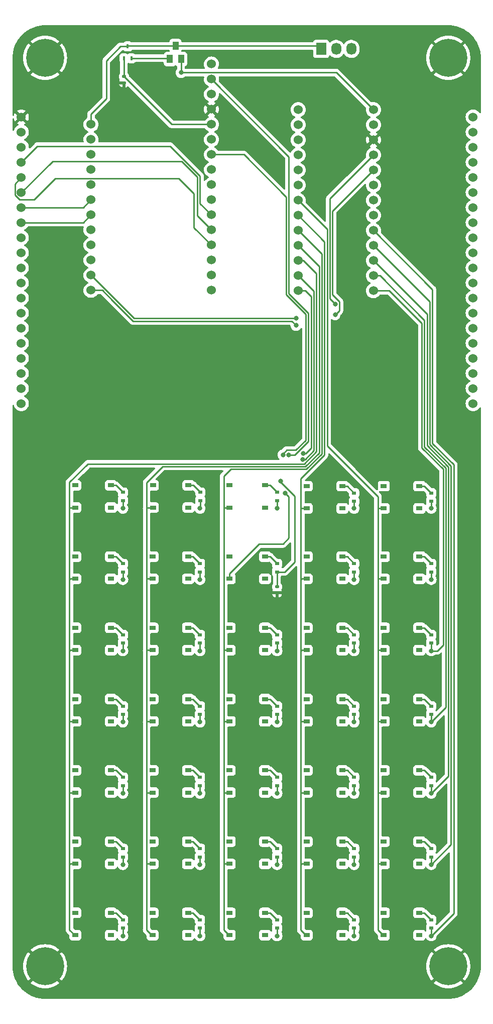
<source format=gbr>
%TF.GenerationSoftware,KiCad,Pcbnew,(6.0.7)*%
%TF.CreationDate,2022-10-02T21:12:28-04:00*%
%TF.ProjectId,Calculator,43616c63-756c-4617-946f-722e6b696361,rev?*%
%TF.SameCoordinates,Original*%
%TF.FileFunction,Copper,L1,Top*%
%TF.FilePolarity,Positive*%
%FSLAX46Y46*%
G04 Gerber Fmt 4.6, Leading zero omitted, Abs format (unit mm)*
G04 Created by KiCad (PCBNEW (6.0.7)) date 2022-10-02 21:12:28*
%MOMM*%
%LPD*%
G01*
G04 APERTURE LIST*
G04 Aperture macros list*
%AMRoundRect*
0 Rectangle with rounded corners*
0 $1 Rounding radius*
0 $2 $3 $4 $5 $6 $7 $8 $9 X,Y pos of 4 corners*
0 Add a 4 corners polygon primitive as box body*
4,1,4,$2,$3,$4,$5,$6,$7,$8,$9,$2,$3,0*
0 Add four circle primitives for the rounded corners*
1,1,$1+$1,$2,$3*
1,1,$1+$1,$4,$5*
1,1,$1+$1,$6,$7*
1,1,$1+$1,$8,$9*
0 Add four rect primitives between the rounded corners*
20,1,$1+$1,$2,$3,$4,$5,0*
20,1,$1+$1,$4,$5,$6,$7,0*
20,1,$1+$1,$6,$7,$8,$9,0*
20,1,$1+$1,$8,$9,$2,$3,0*%
G04 Aperture macros list end*
%TA.AperFunction,ComponentPad*%
%ADD10C,1.524000*%
%TD*%
%TA.AperFunction,SMDPad,CuDef*%
%ADD11R,1.000000X1.400000*%
%TD*%
%TA.AperFunction,ComponentPad*%
%ADD12R,1.730000X2.030000*%
%TD*%
%TA.AperFunction,ComponentPad*%
%ADD13O,1.730000X2.030000*%
%TD*%
%TA.AperFunction,SMDPad,CuDef*%
%ADD14R,1.000000X0.750000*%
%TD*%
%TA.AperFunction,SMDPad,CuDef*%
%ADD15R,0.700000X0.600000*%
%TD*%
%TA.AperFunction,SMDPad,CuDef*%
%ADD16RoundRect,0.135000X-0.185000X0.135000X-0.185000X-0.135000X0.185000X-0.135000X0.185000X0.135000X0*%
%TD*%
%TA.AperFunction,SMDPad,CuDef*%
%ADD17RoundRect,0.135000X0.185000X-0.135000X0.185000X0.135000X-0.185000X0.135000X-0.185000X-0.135000X0*%
%TD*%
%TA.AperFunction,ComponentPad*%
%ADD18C,0.800000*%
%TD*%
%TA.AperFunction,ComponentPad*%
%ADD19C,6.400000*%
%TD*%
%TA.AperFunction,SMDPad,CuDef*%
%ADD20R,0.450000X0.700000*%
%TD*%
%TA.AperFunction,ViaPad*%
%ADD21C,0.800000*%
%TD*%
%TA.AperFunction,Conductor*%
%ADD22C,0.250000*%
%TD*%
G04 APERTURE END LIST*
D10*
%TO.P,U2,27,I37*%
%TO.N,unconnected-(U2-Pad27)*%
X85940000Y-67270000D03*
%TO.P,U2,26,8/TX*%
%TO.N,unconnected-(U2-Pad26)*%
X85940000Y-64730000D03*
%TO.P,U2,25,7/RX*%
%TO.N,unconnected-(U2-Pad25)*%
X85940000Y-62190000D03*
%TO.P,U2,24,21/MISO*%
%TO.N,Disp MISO*%
X85940000Y-59650000D03*
%TO.P,U2,23,19/MOSI*%
%TO.N,Disp MOSI*%
X85940000Y-57110000D03*
%TO.P,U2,22,5/SCK*%
%TO.N,Disp SPI CLK*%
X85940000Y-54570000D03*
%TO.P,U2,21,4/A5*%
%TO.N,unconnected-(U2-Pad21)*%
X85940000Y-52030000D03*
%TO.P,U2,20,36/A4*%
%TO.N,unconnected-(U2-Pad20)*%
X85940000Y-49490000D03*
%TO.P,U2,19,39/A3*%
%TO.N,unconnected-(U2-Pad19)*%
X85940000Y-46950000D03*
%TO.P,U2,18,34/A2*%
%TO.N,Wake Trigger Button*%
X85940000Y-44410000D03*
%TO.P,U2,17,25/A1*%
%TO.N,unconnected-(U2-Pad17)*%
X85940000Y-41870000D03*
%TO.P,U2,16,26/A0*%
%TO.N,Shutdown Power Cutoff*%
X85940000Y-39330000D03*
%TO.P,U2,15,GND*%
%TO.N,GND*%
X85940000Y-36790000D03*
%TO.P,U2,14,NC*%
%TO.N,unconnected-(U2-Pad14)*%
X85940000Y-34250000D03*
%TO.P,U2,13,3V*%
%TO.N,3V*%
X85940000Y-31710000D03*
%TO.P,U2,12,RST*%
%TO.N,unconnected-(U2-Pad12)*%
X85940000Y-29170000D03*
%TO.P,U2,11,SDA/22*%
%TO.N,Matrix I2C SDA*%
X65620000Y-67270000D03*
%TO.P,U2,10,SCL/20*%
%TO.N,Matrix I2C SCL*%
X65620000Y-64730000D03*
%TO.P,U2,9,14/A6*%
%TO.N,unconnected-(U2-Pad9)*%
X65620000Y-62190000D03*
%TO.P,U2,8,32/A7*%
%TO.N,unconnected-(U2-Pad8)*%
X65620000Y-59650000D03*
%TO.P,U2,7,15/A8*%
%TO.N,unconnected-(U2-Pad7)*%
X65620000Y-57110000D03*
%TO.P,U2,6,33/A9*%
%TO.N,Disp D{slash}C*%
X65620000Y-54570000D03*
%TO.P,U2,5,27/A10*%
%TO.N,Disp CS*%
X65620000Y-52030000D03*
%TO.P,U2,4,12/A11*%
%TO.N,unconnected-(U2-Pad4)*%
X65620000Y-49490000D03*
%TO.P,U2,3,13/A12*%
%TO.N,unconnected-(U2-Pad3)*%
X65620000Y-46950000D03*
%TO.P,U2,2,USB*%
%TO.N,unconnected-(U2-Pad2)*%
X65620000Y-44410000D03*
%TO.P,U2,1,En*%
%TO.N,unconnected-(U2-Pad1)*%
X65620000Y-41870000D03*
%TO.P,U2,0,BAT*%
%TO.N,Bat Pwr 3-5V*%
X65620000Y-39330000D03*
%TD*%
%TO.P,U1,0,Card_Detect*%
%TO.N,unconnected-(U1-Pad0)*%
X53870000Y-86350000D03*
%TO.P,U1,1,Card_CS*%
%TO.N,unconnected-(U1-Pad1)*%
X53870000Y-83810000D03*
%TO.P,U1,2,IM0*%
%TO.N,unconnected-(U1-Pad2)*%
X53870000Y-81270000D03*
%TO.P,U1,3,IM1*%
%TO.N,unconnected-(U1-Pad3)*%
X53870000Y-78730000D03*
%TO.P,U1,4,IM2*%
%TO.N,unconnected-(U1-Pad4)*%
X53870000Y-76190000D03*
%TO.P,U1,5,IM3*%
%TO.N,unconnected-(U1-Pad5)*%
X53870000Y-73650000D03*
%TO.P,U1,6,X-*%
%TO.N,unconnected-(U1-Pad6)*%
X53870000Y-71110000D03*
%TO.P,U1,7,Y-*%
%TO.N,unconnected-(U1-Pad7)*%
X53870000Y-68570000D03*
%TO.P,U1,8,X+*%
%TO.N,unconnected-(U1-Pad8)*%
X53870000Y-66030000D03*
%TO.P,U1,9,Y+*%
%TO.N,unconnected-(U1-Pad9)*%
X53870000Y-63490000D03*
%TO.P,U1,10,Lite*%
%TO.N,unconnected-(U1-Pad10)*%
X53870000Y-60950000D03*
%TO.P,U1,11,RST*%
%TO.N,unconnected-(U1-Pad11)*%
X53870000Y-58410000D03*
%TO.P,U1,12,D/C*%
%TO.N,Disp D{slash}C*%
X53870000Y-55870000D03*
%TO.P,U1,13,CS*%
%TO.N,Disp CS*%
X53870000Y-53330000D03*
%TO.P,U1,14,MOSI*%
%TO.N,Disp MOSI*%
X53870000Y-50790000D03*
%TO.P,U1,15,MISO*%
%TO.N,Disp MISO*%
X53870000Y-48250000D03*
%TO.P,U1,16,CLK*%
%TO.N,Disp SPI CLK*%
X53870000Y-45710000D03*
%TO.P,U1,17,3.3V*%
%TO.N,unconnected-(U1-Pad17)*%
X53870000Y-43170000D03*
%TO.P,U1,18,3-5V*%
%TO.N,3-5V (ON)*%
X53870000Y-40630000D03*
%TO.P,U1,19,GND*%
%TO.N,GND*%
X53870000Y-38090000D03*
%TO.P,U1,20,D7*%
%TO.N,unconnected-(U1-Pad20)*%
X130070000Y-86350000D03*
%TO.P,U1,21,D6*%
%TO.N,unconnected-(U1-Pad21)*%
X130070000Y-83810000D03*
%TO.P,U1,22,D5*%
%TO.N,unconnected-(U1-Pad22)*%
X130070000Y-81270000D03*
%TO.P,U1,23,D4*%
%TO.N,unconnected-(U1-Pad23)*%
X130070000Y-78730000D03*
%TO.P,U1,24,D3*%
%TO.N,unconnected-(U1-Pad24)*%
X130070000Y-76190000D03*
%TO.P,U1,25,D2*%
%TO.N,unconnected-(U1-Pad25)*%
X130070000Y-73650000D03*
%TO.P,U1,26,D1*%
%TO.N,unconnected-(U1-Pad26)*%
X130070000Y-71110000D03*
%TO.P,U1,27,D0*%
%TO.N,unconnected-(U1-Pad27)*%
X130070000Y-68570000D03*
%TO.P,U1,28,Y-*%
%TO.N,unconnected-(U1-Pad28)*%
X130070000Y-66030000D03*
%TO.P,U1,29,X-*%
%TO.N,unconnected-(U1-Pad29)*%
X130070000Y-63490000D03*
%TO.P,U1,30,Y+*%
%TO.N,unconnected-(U1-Pad30)*%
X130070000Y-60950000D03*
%TO.P,U1,31,X+*%
%TO.N,unconnected-(U1-Pad31)*%
X130070000Y-58410000D03*
%TO.P,U1,32,Backlite*%
%TO.N,unconnected-(U1-Pad32)*%
X130070000Y-55870000D03*
%TO.P,U1,33,RST*%
%TO.N,unconnected-(U1-Pad33)*%
X130070000Y-53330000D03*
%TO.P,U1,34,RD*%
%TO.N,unconnected-(U1-Pad34)*%
X130070000Y-50790000D03*
%TO.P,U1,35,WR*%
%TO.N,unconnected-(U1-Pad35)*%
X130070000Y-48250000D03*
%TO.P,U1,36,C/D*%
%TO.N,unconnected-(U1-Pad36)*%
X130070000Y-45710000D03*
%TO.P,U1,37,CS*%
%TO.N,unconnected-(U1-Pad37)*%
X130070000Y-43170000D03*
%TO.P,U1,38,3-5V*%
%TO.N,unconnected-(U1-Pad38)*%
X130070000Y-40630000D03*
%TO.P,U1,39,GND*%
%TO.N,unconnected-(U1-Pad39)*%
X130070000Y-38090000D03*
%TD*%
D11*
%TO.P,Q2,1*%
%TO.N,Net-(Q1-Pad2)*%
X78925000Y-28325000D03*
%TO.P,Q2,2*%
%TO.N,3-5V (ON)*%
X80825000Y-28325000D03*
%TO.P,Q2,3*%
%TO.N,Bat Pwr 3-5V*%
X79875000Y-26125000D03*
%TD*%
D12*
%TO.P,CN1,1,out_1*%
%TO.N,Bat Pwr 3-5V*%
X104450000Y-26625000D03*
D13*
%TO.P,CN1,2,in*%
%TO.N,Net-(SW36-Pad2)*%
X106990000Y-26625000D03*
%TO.P,CN1,3,out_2*%
%TO.N,unconnected-(SW36-Pad3)*%
X109530000Y-26625000D03*
%TD*%
D14*
%TO.P,SW9,3*%
%TO.N,N/C*%
X82000000Y-115875000D03*
%TO.P,SW9,2,2*%
%TO.N,Colm 2*%
X76000000Y-115875000D03*
%TO.P,SW9,1,1*%
%TO.N,Net-(D9-Pad2)*%
X82000000Y-112125000D03*
%TO.P,SW9,0*%
%TO.N,N/C*%
X76000000Y-112125000D03*
%TD*%
%TO.P,SW25,3*%
%TO.N,N/C*%
X108000000Y-139875000D03*
%TO.P,SW25,2,2*%
%TO.N,Colm 4*%
X102000000Y-139875000D03*
%TO.P,SW25,1,1*%
%TO.N,Net-(D25-Pad2)*%
X108000000Y-136125000D03*
%TO.P,SW25,0*%
%TO.N,N/C*%
X102000000Y-136125000D03*
%TD*%
%TO.P,SW2,3*%
%TO.N,N/C*%
X69000000Y-115875000D03*
%TO.P,SW2,2,2*%
%TO.N,Colm 1*%
X63000000Y-115875000D03*
%TO.P,SW2,1,1*%
%TO.N,Net-(D2-Pad2)*%
X69000000Y-112125000D03*
%TO.P,SW2,0*%
%TO.N,N/C*%
X63000000Y-112125000D03*
%TD*%
%TO.P,SW27,3*%
%TO.N,N/C*%
X108000000Y-163875000D03*
%TO.P,SW27,2,2*%
%TO.N,Colm 4*%
X102000000Y-163875000D03*
%TO.P,SW27,1,1*%
%TO.N,Net-(D27-Pad2)*%
X108000000Y-160125000D03*
%TO.P,SW27,0*%
%TO.N,N/C*%
X102000000Y-160125000D03*
%TD*%
%TO.P,SW6,3*%
%TO.N,N/C*%
X69000000Y-163875000D03*
%TO.P,SW6,2,2*%
%TO.N,Colm 1*%
X63000000Y-163875000D03*
%TO.P,SW6,1,1*%
%TO.N,Net-(D6-Pad2)*%
X69000000Y-160125000D03*
%TO.P,SW6,0*%
%TO.N,N/C*%
X63000000Y-160125000D03*
%TD*%
D15*
%TO.P,D6,2,A*%
%TO.N,Net-(D6-Pad2)*%
X71000000Y-161300000D03*
%TO.P,D6,1,K*%
%TO.N,Row 6*%
X71000000Y-162700000D03*
%TD*%
D14*
%TO.P,SW13,3*%
%TO.N,N/C*%
X82000000Y-163875000D03*
%TO.P,SW13,2,2*%
%TO.N,Colm 2*%
X76000000Y-163875000D03*
%TO.P,SW13,1,1*%
%TO.N,Net-(D13-Pad2)*%
X82000000Y-160125000D03*
%TO.P,SW13,0*%
%TO.N,N/C*%
X76000000Y-160125000D03*
%TD*%
D15*
%TO.P,D32,2,A*%
%TO.N,Net-(D32-Pad2)*%
X123000000Y-137300000D03*
%TO.P,D32,1,K*%
%TO.N,Row 4*%
X123000000Y-138700000D03*
%TD*%
%TO.P,D11,2,A*%
%TO.N,Net-(D11-Pad2)*%
X84000000Y-137300000D03*
%TO.P,D11,1,K*%
%TO.N,Row 4*%
X84000000Y-138700000D03*
%TD*%
%TO.P,D7,2,A*%
%TO.N,Net-(D7-Pad2)*%
X71000000Y-173300000D03*
%TO.P,D7,1,K*%
%TO.N,Row 7*%
X71000000Y-174700000D03*
%TD*%
%TO.P,D27,2,A*%
%TO.N,Net-(D27-Pad2)*%
X110000000Y-161300000D03*
%TO.P,D27,1,K*%
%TO.N,Row 6*%
X110000000Y-162700000D03*
%TD*%
D16*
%TO.P,R2,1*%
%TO.N,Shutdown Power Cutoff*%
X71200000Y-31290000D03*
%TO.P,R2,2*%
%TO.N,GND*%
X71200000Y-32310000D03*
%TD*%
D15*
%TO.P,D5,2,A*%
%TO.N,Net-(D5-Pad2)*%
X71000000Y-149300000D03*
%TO.P,D5,1,K*%
%TO.N,Row 5*%
X71000000Y-150700000D03*
%TD*%
D17*
%TO.P,R1,1*%
%TO.N,GND*%
X97000000Y-118220000D03*
%TO.P,R1,2*%
%TO.N,Wake Trigger Button*%
X97000000Y-117200000D03*
%TD*%
D15*
%TO.P,D29,2,A*%
%TO.N,Net-(D29-Pad2)*%
X123000000Y-101425000D03*
%TO.P,D29,1,K*%
%TO.N,Row 1*%
X123000000Y-102825000D03*
%TD*%
%TO.P,D25,2,A*%
%TO.N,Net-(D25-Pad2)*%
X110000000Y-137300000D03*
%TO.P,D25,1,K*%
%TO.N,Row 4*%
X110000000Y-138700000D03*
%TD*%
D14*
%TO.P,SW14,3*%
%TO.N,N/C*%
X82000000Y-175875000D03*
%TO.P,SW14,2,2*%
%TO.N,Colm 2*%
X76000000Y-175875000D03*
%TO.P,SW14,1,1*%
%TO.N,Net-(D14-Pad2)*%
X82000000Y-172125000D03*
%TO.P,SW14,0*%
%TO.N,N/C*%
X76000000Y-172125000D03*
%TD*%
%TO.P,SW20,3*%
%TO.N,N/C*%
X95000000Y-163875000D03*
%TO.P,SW20,2,2*%
%TO.N,Colm 3*%
X89000000Y-163875000D03*
%TO.P,SW20,1,1*%
%TO.N,Net-(D20-Pad2)*%
X95000000Y-160125000D03*
%TO.P,SW20,0*%
%TO.N,N/C*%
X89000000Y-160125000D03*
%TD*%
D15*
%TO.P,D4,2,A*%
%TO.N,Net-(D4-Pad2)*%
X71000000Y-137300000D03*
%TO.P,D4,1,K*%
%TO.N,Row 4*%
X71000000Y-138700000D03*
%TD*%
D14*
%TO.P,SW33,3*%
%TO.N,N/C*%
X121000000Y-151875000D03*
%TO.P,SW33,2,2*%
%TO.N,Colm 5*%
X115000000Y-151875000D03*
%TO.P,SW33,1,1*%
%TO.N,Net-(D33-Pad2)*%
X121000000Y-148125000D03*
%TO.P,SW33,0*%
%TO.N,N/C*%
X115000000Y-148125000D03*
%TD*%
D15*
%TO.P,D22,2,A*%
%TO.N,Net-(D22-Pad2)*%
X110000000Y-101425000D03*
%TO.P,D22,1,K*%
%TO.N,Row 1*%
X110000000Y-102825000D03*
%TD*%
%TO.P,D21,2,A*%
%TO.N,Net-(D21-Pad2)*%
X97000000Y-173300000D03*
%TO.P,D21,1,K*%
%TO.N,Row 7*%
X97000000Y-174700000D03*
%TD*%
D18*
%TO.P,H2,1,1*%
%TO.N,GND*%
X128275000Y-28125000D03*
D19*
X125875000Y-28125000D03*
D18*
X124177944Y-29822056D03*
X124177944Y-26427944D03*
X123475000Y-28125000D03*
X127572056Y-26427944D03*
X125875000Y-30525000D03*
X127572056Y-29822056D03*
X125875000Y-25725000D03*
%TD*%
D15*
%TO.P,D18,2,A*%
%TO.N,Net-(D18-Pad2)*%
X97000000Y-137300000D03*
%TO.P,D18,1,K*%
%TO.N,Row 4*%
X97000000Y-138700000D03*
%TD*%
%TO.P,D35,2,A*%
%TO.N,Net-(D35-Pad2)*%
X123000000Y-173300000D03*
%TO.P,D35,1,K*%
%TO.N,Row 7*%
X123000000Y-174700000D03*
%TD*%
%TO.P,D19,2,A*%
%TO.N,Net-(D19-Pad2)*%
X97000000Y-149300000D03*
%TO.P,D19,1,K*%
%TO.N,Row 5*%
X97000000Y-150700000D03*
%TD*%
D18*
%TO.P,H1,1,1*%
%TO.N,GND*%
X56177944Y-29822056D03*
X55475000Y-28125000D03*
D19*
X57875000Y-28125000D03*
D18*
X57875000Y-25725000D03*
X59572056Y-29822056D03*
X60275000Y-28125000D03*
X56177944Y-26427944D03*
X57875000Y-30525000D03*
X59572056Y-26427944D03*
%TD*%
D15*
%TO.P,D3,2,A*%
%TO.N,Net-(D3-Pad2)*%
X71000000Y-125300000D03*
%TO.P,D3,1,K*%
%TO.N,Row 3*%
X71000000Y-126700000D03*
%TD*%
%TO.P,D26,2,A*%
%TO.N,Net-(D26-Pad2)*%
X110000000Y-149300000D03*
%TO.P,D26,1,K*%
%TO.N,Row 5*%
X110000000Y-150700000D03*
%TD*%
D14*
%TO.P,SW22,3*%
%TO.N,N/C*%
X108000000Y-104000000D03*
%TO.P,SW22,2,2*%
%TO.N,Colm 4*%
X102000000Y-104000000D03*
%TO.P,SW22,1,1*%
%TO.N,Net-(D22-Pad2)*%
X108000000Y-100250000D03*
%TO.P,SW22,0*%
%TO.N,N/C*%
X102000000Y-100250000D03*
%TD*%
%TO.P,SW5,3*%
%TO.N,N/C*%
X69000000Y-151875000D03*
%TO.P,SW5,2,2*%
%TO.N,Colm 1*%
X63000000Y-151875000D03*
%TO.P,SW5,1,1*%
%TO.N,Net-(D5-Pad2)*%
X69000000Y-148125000D03*
%TO.P,SW5,0*%
%TO.N,N/C*%
X63000000Y-148125000D03*
%TD*%
D15*
%TO.P,D30,2,A*%
%TO.N,Net-(D30-Pad2)*%
X123000000Y-113300000D03*
%TO.P,D30,1,K*%
%TO.N,Row 2*%
X123000000Y-114700000D03*
%TD*%
%TO.P,D2,2,A*%
%TO.N,Net-(D2-Pad2)*%
X71000000Y-113300000D03*
%TO.P,D2,1,K*%
%TO.N,Row 2*%
X71000000Y-114700000D03*
%TD*%
%TO.P,D13,2,A*%
%TO.N,Net-(D13-Pad2)*%
X84000000Y-161300000D03*
%TO.P,D13,1,K*%
%TO.N,Row 6*%
X84000000Y-162700000D03*
%TD*%
D14*
%TO.P,SW32,3*%
%TO.N,N/C*%
X121000000Y-139875000D03*
%TO.P,SW32,2,2*%
%TO.N,Colm 5*%
X115000000Y-139875000D03*
%TO.P,SW32,1,1*%
%TO.N,Net-(D32-Pad2)*%
X121000000Y-136125000D03*
%TO.P,SW32,0*%
%TO.N,N/C*%
X115000000Y-136125000D03*
%TD*%
%TO.P,SW12,3*%
%TO.N,N/C*%
X82000000Y-151875000D03*
%TO.P,SW12,2,2*%
%TO.N,Colm 2*%
X76000000Y-151875000D03*
%TO.P,SW12,1,1*%
%TO.N,Net-(D12-Pad2)*%
X82000000Y-148125000D03*
%TO.P,SW12,0*%
%TO.N,N/C*%
X76000000Y-148125000D03*
%TD*%
%TO.P,SW15,3*%
%TO.N,N/C*%
X95000000Y-103875000D03*
%TO.P,SW15,2,2*%
%TO.N,Colm 3*%
X89000000Y-103875000D03*
%TO.P,SW15,1,1*%
%TO.N,Net-(D15-Pad2)*%
X95000000Y-100125000D03*
%TO.P,SW15,0*%
%TO.N,N/C*%
X89000000Y-100125000D03*
%TD*%
D15*
%TO.P,D20,2,A*%
%TO.N,Net-(D20-Pad2)*%
X97000000Y-161300000D03*
%TO.P,D20,1,K*%
%TO.N,Row 6*%
X97000000Y-162700000D03*
%TD*%
D14*
%TO.P,SW16,3*%
%TO.N,N/C*%
X95000000Y-115875000D03*
%TO.P,SW16,2,2*%
%TO.N,3V*%
X89000000Y-115875000D03*
%TO.P,SW16,1,1*%
%TO.N,Net-(D16-Pad2)*%
X95000000Y-112125000D03*
%TO.P,SW16,0*%
%TO.N,N/C*%
X89000000Y-112125000D03*
%TD*%
D15*
%TO.P,D10,2,A*%
%TO.N,Net-(D10-Pad2)*%
X84000000Y-125300000D03*
%TO.P,D10,1,K*%
%TO.N,Row 3*%
X84000000Y-126700000D03*
%TD*%
D18*
%TO.P,H4,1,1*%
%TO.N,GND*%
X127572056Y-182822056D03*
X124177944Y-179427944D03*
X127572056Y-179427944D03*
X125875000Y-178725000D03*
X123475000Y-181125000D03*
X125875000Y-183525000D03*
X128275000Y-181125000D03*
X124177944Y-182822056D03*
D19*
X125875000Y-181125000D03*
%TD*%
D14*
%TO.P,SW11,3*%
%TO.N,N/C*%
X82000000Y-139875000D03*
%TO.P,SW11,2,2*%
%TO.N,Colm 2*%
X76000000Y-139875000D03*
%TO.P,SW11,1,1*%
%TO.N,Net-(D11-Pad2)*%
X82000000Y-136125000D03*
%TO.P,SW11,0*%
%TO.N,N/C*%
X76000000Y-136125000D03*
%TD*%
D15*
%TO.P,D1,2,A*%
%TO.N,Net-(D1-Pad2)*%
X71000000Y-101300000D03*
%TO.P,D1,1,K*%
%TO.N,Row 1*%
X71000000Y-102700000D03*
%TD*%
D14*
%TO.P,SW21,3*%
%TO.N,N/C*%
X95000000Y-175875000D03*
%TO.P,SW21,2,2*%
%TO.N,Colm 3*%
X89000000Y-175875000D03*
%TO.P,SW21,1,1*%
%TO.N,Net-(D21-Pad2)*%
X95000000Y-172125000D03*
%TO.P,SW21,0*%
%TO.N,N/C*%
X89000000Y-172125000D03*
%TD*%
D15*
%TO.P,D31,2,A*%
%TO.N,Net-(D31-Pad2)*%
X123000000Y-125300000D03*
%TO.P,D31,1,K*%
%TO.N,Row 3*%
X123000000Y-126700000D03*
%TD*%
D20*
%TO.P,Q1,1,B*%
%TO.N,Shutdown Power Cutoff*%
X71150000Y-28200000D03*
%TO.P,Q1,2,E*%
%TO.N,Net-(Q1-Pad2)*%
X72450000Y-28200000D03*
%TO.P,Q1,3,C*%
%TO.N,Bat Pwr 3-5V*%
X71800000Y-26200000D03*
%TD*%
D14*
%TO.P,SW31,3*%
%TO.N,N/C*%
X121000000Y-127875000D03*
%TO.P,SW31,2,2*%
%TO.N,Colm 5*%
X115000000Y-127875000D03*
%TO.P,SW31,1,1*%
%TO.N,Net-(D31-Pad2)*%
X121000000Y-124125000D03*
%TO.P,SW31,0*%
%TO.N,N/C*%
X115000000Y-124125000D03*
%TD*%
D15*
%TO.P,D15,2,A*%
%TO.N,Net-(D15-Pad2)*%
X97000000Y-101300000D03*
%TO.P,D15,1,K*%
%TO.N,Row 1*%
X97000000Y-102700000D03*
%TD*%
D14*
%TO.P,SW29,3*%
%TO.N,N/C*%
X121000000Y-104000000D03*
%TO.P,SW29,2,2*%
%TO.N,Colm 5*%
X115000000Y-104000000D03*
%TO.P,SW29,1,1*%
%TO.N,Net-(D29-Pad2)*%
X121000000Y-100250000D03*
%TO.P,SW29,0*%
%TO.N,N/C*%
X115000000Y-100250000D03*
%TD*%
%TO.P,SW4,3*%
%TO.N,N/C*%
X69000000Y-139875000D03*
%TO.P,SW4,2,2*%
%TO.N,Colm 1*%
X63000000Y-139875000D03*
%TO.P,SW4,1,1*%
%TO.N,Net-(D4-Pad2)*%
X69000000Y-136125000D03*
%TO.P,SW4,0*%
%TO.N,N/C*%
X63000000Y-136125000D03*
%TD*%
%TO.P,SW34,3*%
%TO.N,N/C*%
X121000000Y-163875000D03*
%TO.P,SW34,2,2*%
%TO.N,Colm 5*%
X115000000Y-163875000D03*
%TO.P,SW34,1,1*%
%TO.N,Net-(D34-Pad2)*%
X121000000Y-160125000D03*
%TO.P,SW34,0*%
%TO.N,N/C*%
X115000000Y-160125000D03*
%TD*%
D15*
%TO.P,D16,2,A*%
%TO.N,Net-(D16-Pad2)*%
X97000000Y-113300000D03*
%TO.P,D16,1,K*%
%TO.N,Wake Trigger Button*%
X97000000Y-114700000D03*
%TD*%
%TO.P,D9,2,A*%
%TO.N,Net-(D9-Pad2)*%
X84000000Y-113300000D03*
%TO.P,D9,1,K*%
%TO.N,Row 2*%
X84000000Y-114700000D03*
%TD*%
%TO.P,D12,2,A*%
%TO.N,Net-(D12-Pad2)*%
X84000000Y-149300000D03*
%TO.P,D12,1,K*%
%TO.N,Row 5*%
X84000000Y-150700000D03*
%TD*%
D14*
%TO.P,SW3,3*%
%TO.N,N/C*%
X69000000Y-127875000D03*
%TO.P,SW3,2,2*%
%TO.N,Colm 1*%
X63000000Y-127875000D03*
%TO.P,SW3,1,1*%
%TO.N,Net-(D3-Pad2)*%
X69000000Y-124125000D03*
%TO.P,SW3,0*%
%TO.N,N/C*%
X63000000Y-124125000D03*
%TD*%
%TO.P,SW19,3*%
%TO.N,N/C*%
X95000000Y-151875000D03*
%TO.P,SW19,2,2*%
%TO.N,Colm 3*%
X89000000Y-151875000D03*
%TO.P,SW19,1,1*%
%TO.N,Net-(D19-Pad2)*%
X95000000Y-148125000D03*
%TO.P,SW19,0*%
%TO.N,N/C*%
X89000000Y-148125000D03*
%TD*%
%TO.P,SW35,3*%
%TO.N,N/C*%
X121000000Y-175875000D03*
%TO.P,SW35,2,2*%
%TO.N,Colm 5*%
X115000000Y-175875000D03*
%TO.P,SW35,1,1*%
%TO.N,Net-(D35-Pad2)*%
X121000000Y-172125000D03*
%TO.P,SW35,0*%
%TO.N,N/C*%
X115000000Y-172125000D03*
%TD*%
%TO.P,SW7,3*%
%TO.N,N/C*%
X69000000Y-175875000D03*
%TO.P,SW7,2,2*%
%TO.N,Colm 1*%
X63000000Y-175875000D03*
%TO.P,SW7,1,1*%
%TO.N,Net-(D7-Pad2)*%
X69000000Y-172125000D03*
%TO.P,SW7,0*%
%TO.N,N/C*%
X63000000Y-172125000D03*
%TD*%
%TO.P,SW1,3*%
%TO.N,N/C*%
X69000000Y-103875000D03*
%TO.P,SW1,2,2*%
%TO.N,Colm 1*%
X63000000Y-103875000D03*
%TO.P,SW1,1,1*%
%TO.N,Net-(D1-Pad2)*%
X69000000Y-100125000D03*
%TO.P,SW1,0*%
%TO.N,N/C*%
X63000000Y-100125000D03*
%TD*%
D15*
%TO.P,D8,2,A*%
%TO.N,Net-(D8-Pad2)*%
X84060000Y-101280000D03*
%TO.P,D8,1,K*%
%TO.N,Row 1*%
X84060000Y-102680000D03*
%TD*%
D14*
%TO.P,SW8,3*%
%TO.N,N/C*%
X82060000Y-103855000D03*
%TO.P,SW8,2,2*%
%TO.N,Colm 2*%
X76060000Y-103855000D03*
%TO.P,SW8,1,1*%
%TO.N,Net-(D8-Pad2)*%
X82060000Y-100105000D03*
%TO.P,SW8,0*%
%TO.N,N/C*%
X76060000Y-100105000D03*
%TD*%
%TO.P,SW28,3*%
%TO.N,N/C*%
X108000000Y-175875000D03*
%TO.P,SW28,2,2*%
%TO.N,Colm 4*%
X102000000Y-175875000D03*
%TO.P,SW28,1,1*%
%TO.N,Net-(D28-Pad2)*%
X108000000Y-172125000D03*
%TO.P,SW28,0*%
%TO.N,N/C*%
X102000000Y-172125000D03*
%TD*%
%TO.P,SW23,3*%
%TO.N,N/C*%
X108000000Y-115875000D03*
%TO.P,SW23,2,2*%
%TO.N,Colm 4*%
X102000000Y-115875000D03*
%TO.P,SW23,1,1*%
%TO.N,Net-(D23-Pad2)*%
X108000000Y-112125000D03*
%TO.P,SW23,0*%
%TO.N,N/C*%
X102000000Y-112125000D03*
%TD*%
%TO.P,SW17,3*%
%TO.N,N/C*%
X95000000Y-127875000D03*
%TO.P,SW17,2,2*%
%TO.N,Colm 3*%
X89000000Y-127875000D03*
%TO.P,SW17,1,1*%
%TO.N,Net-(D17-Pad2)*%
X95000000Y-124125000D03*
%TO.P,SW17,0*%
%TO.N,N/C*%
X89000000Y-124125000D03*
%TD*%
D15*
%TO.P,D24,2,A*%
%TO.N,Net-(D24-Pad2)*%
X110000000Y-125300000D03*
%TO.P,D24,1,K*%
%TO.N,Row 3*%
X110000000Y-126700000D03*
%TD*%
%TO.P,D17,2,A*%
%TO.N,Net-(D17-Pad2)*%
X97000000Y-125300000D03*
%TO.P,D17,1,K*%
%TO.N,Row 3*%
X97000000Y-126700000D03*
%TD*%
%TO.P,D23,2,A*%
%TO.N,Net-(D23-Pad2)*%
X110000000Y-113300000D03*
%TO.P,D23,1,K*%
%TO.N,Row 2*%
X110000000Y-114700000D03*
%TD*%
D18*
%TO.P,H3,1,1*%
%TO.N,GND*%
X56177944Y-179427944D03*
X57875000Y-178725000D03*
X59572056Y-182822056D03*
X56177944Y-182822056D03*
D19*
X57875000Y-181125000D03*
D18*
X59572056Y-179427944D03*
X57875000Y-183525000D03*
X55475000Y-181125000D03*
X60275000Y-181125000D03*
%TD*%
D14*
%TO.P,SW18,3*%
%TO.N,N/C*%
X95000000Y-139875000D03*
%TO.P,SW18,2,2*%
%TO.N,Colm 3*%
X89000000Y-139875000D03*
%TO.P,SW18,1,1*%
%TO.N,Net-(D18-Pad2)*%
X95000000Y-136125000D03*
%TO.P,SW18,0*%
%TO.N,N/C*%
X89000000Y-136125000D03*
%TD*%
%TO.P,SW30,3*%
%TO.N,N/C*%
X121000000Y-115875000D03*
%TO.P,SW30,2,2*%
%TO.N,Colm 5*%
X115000000Y-115875000D03*
%TO.P,SW30,1,1*%
%TO.N,Net-(D30-Pad2)*%
X121000000Y-112125000D03*
%TO.P,SW30,0*%
%TO.N,N/C*%
X115000000Y-112125000D03*
%TD*%
%TO.P,SW24,3*%
%TO.N,N/C*%
X108000000Y-127875000D03*
%TO.P,SW24,2,2*%
%TO.N,Colm 4*%
X102000000Y-127875000D03*
%TO.P,SW24,1,1*%
%TO.N,Net-(D24-Pad2)*%
X108000000Y-124125000D03*
%TO.P,SW24,0*%
%TO.N,N/C*%
X102000000Y-124125000D03*
%TD*%
D15*
%TO.P,D34,2,A*%
%TO.N,Net-(D34-Pad2)*%
X123000000Y-161300000D03*
%TO.P,D34,1,K*%
%TO.N,Row 6*%
X123000000Y-162700000D03*
%TD*%
%TO.P,D28,2,A*%
%TO.N,Net-(D28-Pad2)*%
X110000000Y-173300000D03*
%TO.P,D28,1,K*%
%TO.N,Row 7*%
X110000000Y-174700000D03*
%TD*%
%TO.P,D14,2,A*%
%TO.N,Net-(D14-Pad2)*%
X84000000Y-173300000D03*
%TO.P,D14,1,K*%
%TO.N,Row 7*%
X84000000Y-174700000D03*
%TD*%
D14*
%TO.P,SW10,3*%
%TO.N,N/C*%
X82000000Y-127875000D03*
%TO.P,SW10,2,2*%
%TO.N,Colm 2*%
X76000000Y-127875000D03*
%TO.P,SW10,1,1*%
%TO.N,Net-(D10-Pad2)*%
X82000000Y-124125000D03*
%TO.P,SW10,0*%
%TO.N,N/C*%
X76000000Y-124125000D03*
%TD*%
%TO.P,SW26,3*%
%TO.N,N/C*%
X108000000Y-151875000D03*
%TO.P,SW26,2,2*%
%TO.N,Colm 4*%
X102000000Y-151875000D03*
%TO.P,SW26,1,1*%
%TO.N,Net-(D26-Pad2)*%
X108000000Y-148125000D03*
%TO.P,SW26,0*%
%TO.N,N/C*%
X102000000Y-148125000D03*
%TD*%
D15*
%TO.P,D33,2,A*%
%TO.N,Net-(D33-Pad2)*%
X123000000Y-149300000D03*
%TO.P,D33,1,K*%
%TO.N,Row 5*%
X123000000Y-150700000D03*
%TD*%
D10*
%TO.P,U3,25,R1*%
%TO.N,Row 2*%
X100555000Y-67335000D03*
%TO.P,U3,24,R0*%
%TO.N,Row 1*%
X100555000Y-64795000D03*
%TO.P,U3,23,C0*%
%TO.N,Colm 1*%
X100555000Y-62255000D03*
%TO.P,U3,22,C1*%
%TO.N,Colm 2*%
X100555000Y-59715000D03*
%TO.P,U3,21,C2*%
%TO.N,Colm 3*%
X100555000Y-57175000D03*
%TO.P,U3,20,C3*%
%TO.N,Colm 4*%
X100555000Y-54635000D03*
%TO.P,U3,19,C4*%
%TO.N,Colm 5*%
X100555000Y-52095000D03*
%TO.P,U3,18,C5*%
%TO.N,unconnected-(U3-Pad18)*%
X100555000Y-49555000D03*
%TO.P,U3,17,C6*%
%TO.N,unconnected-(U3-Pad17)*%
X100555000Y-47015000D03*
%TO.P,U3,16,C7*%
%TO.N,unconnected-(U3-Pad16)*%
X100555000Y-44475000D03*
%TO.P,U3,15,C8*%
%TO.N,unconnected-(U3-Pad15)*%
X100555000Y-41935000D03*
%TO.P,U3,14,C9*%
%TO.N,unconnected-(U3-Pad14)*%
X100555000Y-39395000D03*
%TO.P,U3,13,GND*%
%TO.N,unconnected-(U3-Pad13)*%
X100555000Y-36855000D03*
%TO.P,U3,12,R2*%
%TO.N,Row 3*%
X113255000Y-67335000D03*
%TO.P,U3,11,R3*%
%TO.N,Row 4*%
X113255000Y-64795000D03*
%TO.P,U3,10,R4*%
%TO.N,Row 5*%
X113255000Y-62255000D03*
%TO.P,U3,9,R5*%
%TO.N,Row 6*%
X113255000Y-59715000D03*
%TO.P,U3,8,R6*%
%TO.N,Row 7*%
X113255000Y-57175000D03*
%TO.P,U3,7,R7*%
%TO.N,unconnected-(U3-Pad7)*%
X113255000Y-54635000D03*
%TO.P,U3,6,RST*%
%TO.N,unconnected-(U3-Pad6)*%
X113255000Y-52095000D03*
%TO.P,U3,5,INT*%
%TO.N,Matrix INT*%
X113255000Y-49555000D03*
%TO.P,U3,4,SDA*%
%TO.N,Matrix I2C SDA*%
X113255000Y-47015000D03*
%TO.P,U3,3,SCL*%
%TO.N,Matrix I2C SCL*%
X113255000Y-44475000D03*
%TO.P,U3,2,GND*%
%TO.N,GND*%
X113255000Y-41935000D03*
%TO.P,U3,1,3Vo*%
%TO.N,unconnected-(U3-Pad1)*%
X113255000Y-39395000D03*
%TO.P,U3,0,VIN*%
%TO.N,3-5V (ON)*%
X113255000Y-36855000D03*
%TD*%
D21*
%TO.N,Row 1*%
X84000000Y-104000000D03*
X123000000Y-104000000D03*
X71000000Y-104000000D03*
X97000000Y-104000000D03*
X101333107Y-95733107D03*
X110000000Y-104000000D03*
%TO.N,Row 2*%
X71000000Y-116000000D03*
X84000000Y-116000000D03*
X110000000Y-116000000D03*
X123000000Y-116000000D03*
X101404576Y-94736163D03*
%TO.N,Row 3*%
X97000000Y-128000000D03*
X110000000Y-128000000D03*
X123000000Y-128000000D03*
X71000000Y-128000000D03*
X84000000Y-128000000D03*
%TO.N,Row 4*%
X84000000Y-140000000D03*
X123000000Y-140000000D03*
X71000000Y-140000000D03*
X97000000Y-140000000D03*
X110000000Y-140000000D03*
%TO.N,Row 5*%
X110000000Y-152000000D03*
X84000000Y-152000000D03*
X123000000Y-152000000D03*
X71000000Y-152000000D03*
X97000000Y-152000000D03*
%TO.N,Row 6*%
X123000000Y-164000000D03*
X84000000Y-164000000D03*
X97000000Y-164000000D03*
X71000000Y-164000000D03*
X110000000Y-164000000D03*
%TO.N,Row 7*%
X110000000Y-176000000D03*
X71000000Y-176000000D03*
X84000000Y-176000000D03*
X123000000Y-176000000D03*
X97000000Y-176000000D03*
%TO.N,Wake Trigger Button*%
X97600000Y-99400000D03*
X97988171Y-94987230D03*
%TO.N,3-5V (ON)*%
X80800000Y-30600000D03*
%TO.N,GND*%
X97000000Y-120000000D03*
X70000000Y-32000000D03*
%TO.N,3V*%
X99000000Y-95000000D03*
X98400000Y-101400000D03*
%TO.N,Matrix I2C SCL*%
X100200000Y-72000000D03*
X106800000Y-69600000D03*
%TO.N,Matrix I2C SDA*%
X100200000Y-73200000D03*
X106800000Y-71400000D03*
%TD*%
D22*
%TO.N,Colm 1*%
X101455000Y-62255000D02*
X100555000Y-62255000D01*
X103650000Y-64450000D02*
X101455000Y-62255000D01*
%TO.N,Disp D{slash}C*%
X64320000Y-55870000D02*
X65620000Y-54570000D01*
X53870000Y-55870000D02*
X64320000Y-55870000D01*
%TO.N,Disp CS*%
X64320000Y-53330000D02*
X65620000Y-52030000D01*
X53870000Y-53330000D02*
X64320000Y-53330000D01*
%TO.N,Disp MISO*%
X83000000Y-56710000D02*
X85940000Y-59650000D01*
X59597000Y-48403000D02*
X80403000Y-48403000D01*
X56000000Y-52000000D02*
X59597000Y-48403000D01*
X83000000Y-51000000D02*
X83000000Y-56710000D01*
X53542749Y-52000000D02*
X56000000Y-52000000D01*
X52783000Y-51240251D02*
X53542749Y-52000000D01*
X80403000Y-48403000D02*
X83000000Y-51000000D01*
X52783000Y-49337000D02*
X52783000Y-51240251D01*
X53870000Y-48250000D02*
X52783000Y-49337000D01*
%TO.N,Disp MOSI*%
X83550000Y-54720000D02*
X85940000Y-57110000D01*
X83550000Y-48186396D02*
X83550000Y-54720000D01*
X80894744Y-45531140D02*
X83550000Y-48186396D01*
X59128860Y-45531140D02*
X80894744Y-45531140D01*
X53870000Y-50790000D02*
X59128860Y-45531140D01*
%TO.N,Disp SPI CLK*%
X84000000Y-48000000D02*
X84000000Y-52630000D01*
X79000000Y-43000000D02*
X84000000Y-48000000D01*
X56580000Y-43000000D02*
X79000000Y-43000000D01*
X53870000Y-45710000D02*
X56580000Y-43000000D01*
X84000000Y-52630000D02*
X85940000Y-54570000D01*
%TO.N,Row 1*%
X103200000Y-94254416D02*
X103200000Y-67440000D01*
X101721309Y-95733107D02*
X103200000Y-94254416D01*
X110000000Y-102825000D02*
X110000000Y-104000000D01*
X97000000Y-102700000D02*
X97000000Y-104000000D01*
X84060000Y-102680000D02*
X84060000Y-103940000D01*
X101333107Y-95733107D02*
X101721309Y-95733107D01*
X71000000Y-102700000D02*
X71000000Y-104000000D01*
X123000000Y-102825000D02*
X123000000Y-104000000D01*
X103200000Y-67440000D02*
X100555000Y-64795000D01*
X84060000Y-103940000D02*
X84000000Y-104000000D01*
%TO.N,Net-(D1-Pad2)*%
X69825000Y-100125000D02*
X71000000Y-101300000D01*
X69000000Y-100125000D02*
X69825000Y-100125000D01*
%TO.N,Row 2*%
X84000000Y-114700000D02*
X84000000Y-116000000D01*
X110000000Y-114700000D02*
X110000000Y-116000000D01*
X102750000Y-68350000D02*
X101735000Y-67335000D01*
X102750000Y-93850000D02*
X102750000Y-68350000D01*
X123000000Y-114700000D02*
X123000000Y-116000000D01*
X101735000Y-67335000D02*
X100555000Y-67335000D01*
X71000000Y-114700000D02*
X71000000Y-116000000D01*
X101404576Y-94736163D02*
X101863837Y-94736163D01*
X101863837Y-94736163D02*
X102750000Y-93850000D01*
%TO.N,Net-(D2-Pad2)*%
X69825000Y-112125000D02*
X71000000Y-113300000D01*
X69000000Y-112125000D02*
X69825000Y-112125000D01*
%TO.N,Row 3*%
X121400000Y-93800000D02*
X121400000Y-72800000D01*
X71000000Y-126700000D02*
X71000000Y-128000000D01*
X123000000Y-128000000D02*
X124000000Y-128000000D01*
X125000000Y-127000000D02*
X125000000Y-97400000D01*
X124000000Y-128000000D02*
X125000000Y-127000000D01*
X110000000Y-126700000D02*
X110000000Y-128000000D01*
X125000000Y-97400000D02*
X121400000Y-93800000D01*
X121400000Y-72800000D02*
X115935000Y-67335000D01*
X115935000Y-67335000D02*
X113255000Y-67335000D01*
X84000000Y-126700000D02*
X84000000Y-128000000D01*
X97000000Y-126700000D02*
X97000000Y-128000000D01*
X123000000Y-126700000D02*
X123000000Y-128000000D01*
%TO.N,Net-(D3-Pad2)*%
X69000000Y-124125000D02*
X69825000Y-124125000D01*
X69825000Y-124125000D02*
X71000000Y-125300000D01*
%TO.N,Row 4*%
X123000000Y-138700000D02*
X123000000Y-140000000D01*
X71000000Y-138700000D02*
X71000000Y-140000000D01*
X123000000Y-140000000D02*
X125450000Y-137550000D01*
X125450000Y-137550000D02*
X125450000Y-97213604D01*
X121850000Y-72312370D02*
X114332630Y-64795000D01*
X84000000Y-138700000D02*
X84000000Y-140000000D01*
X121850000Y-93613604D02*
X121850000Y-72312370D01*
X125450000Y-97213604D02*
X121850000Y-93613604D01*
X114332630Y-64795000D02*
X113255000Y-64795000D01*
X97000000Y-138700000D02*
X97000000Y-140000000D01*
X110000000Y-138700000D02*
X110000000Y-140000000D01*
%TO.N,Net-(D4-Pad2)*%
X69825000Y-136125000D02*
X71000000Y-137300000D01*
X69000000Y-136125000D02*
X69825000Y-136125000D01*
%TO.N,Row 5*%
X122300000Y-71300000D02*
X113255000Y-62255000D01*
X123000000Y-152000000D02*
X125900000Y-149100000D01*
X125900000Y-97027208D02*
X122300000Y-93427208D01*
X122300000Y-93427208D02*
X122300000Y-71300000D01*
X84000000Y-150700000D02*
X84000000Y-152000000D01*
X97000000Y-150700000D02*
X97000000Y-152000000D01*
X123000000Y-150700000D02*
X123000000Y-152000000D01*
X125900000Y-149100000D02*
X125900000Y-97027208D01*
X110000000Y-150700000D02*
X110000000Y-152000000D01*
X71000000Y-150700000D02*
X71000000Y-152000000D01*
%TO.N,Net-(D5-Pad2)*%
X69000000Y-148125000D02*
X69825000Y-148125000D01*
X69825000Y-148125000D02*
X71000000Y-149300000D01*
%TO.N,Row 6*%
X126350000Y-160650000D02*
X126350000Y-96840812D01*
X122750000Y-93240812D02*
X122750000Y-69210000D01*
X122750000Y-69210000D02*
X113255000Y-59715000D01*
X126350000Y-96840812D02*
X122750000Y-93240812D01*
X84000000Y-162700000D02*
X84000000Y-164000000D01*
X123000000Y-162700000D02*
X123000000Y-164000000D01*
X97000000Y-162700000D02*
X97000000Y-164000000D01*
X110000000Y-162700000D02*
X110000000Y-164000000D01*
X123000000Y-164000000D02*
X126350000Y-160650000D01*
X71000000Y-162700000D02*
X71000000Y-164000000D01*
%TO.N,Net-(D6-Pad2)*%
X69825000Y-160125000D02*
X71000000Y-161300000D01*
X69000000Y-160125000D02*
X69825000Y-160125000D01*
%TO.N,Row 7*%
X71000000Y-174700000D02*
X71000000Y-176000000D01*
X123200000Y-67120000D02*
X113255000Y-57175000D01*
X126800000Y-172200000D02*
X126800000Y-96654416D01*
X126800000Y-96654416D02*
X123200000Y-93054416D01*
X123200000Y-93054416D02*
X123200000Y-67120000D01*
X123000000Y-174700000D02*
X123000000Y-176000000D01*
X84000000Y-174700000D02*
X84000000Y-176000000D01*
X110000000Y-174700000D02*
X110000000Y-176000000D01*
X97000000Y-174700000D02*
X97000000Y-176000000D01*
X123000000Y-176000000D02*
X126800000Y-172200000D01*
%TO.N,Net-(D7-Pad2)*%
X69000000Y-172125000D02*
X69825000Y-172125000D01*
X69825000Y-172125000D02*
X71000000Y-173300000D01*
%TO.N,Net-(D8-Pad2)*%
X82885000Y-100105000D02*
X84060000Y-101280000D01*
X82060000Y-100105000D02*
X82885000Y-100105000D01*
%TO.N,Net-(D9-Pad2)*%
X82825000Y-112125000D02*
X84000000Y-113300000D01*
X82000000Y-112125000D02*
X82825000Y-112125000D01*
%TO.N,Net-(D10-Pad2)*%
X82825000Y-124125000D02*
X84000000Y-125300000D01*
X82000000Y-124125000D02*
X82825000Y-124125000D01*
%TO.N,Net-(D11-Pad2)*%
X82000000Y-136125000D02*
X82825000Y-136125000D01*
X82825000Y-136125000D02*
X84000000Y-137300000D01*
%TO.N,Net-(D12-Pad2)*%
X82000000Y-148125000D02*
X82825000Y-148125000D01*
X82825000Y-148125000D02*
X84000000Y-149300000D01*
%TO.N,Net-(D13-Pad2)*%
X82000000Y-160125000D02*
X82825000Y-160125000D01*
X82825000Y-160125000D02*
X84000000Y-161300000D01*
%TO.N,Net-(D14-Pad2)*%
X82825000Y-172125000D02*
X84000000Y-173300000D01*
X82000000Y-172125000D02*
X82825000Y-172125000D01*
%TO.N,Net-(D15-Pad2)*%
X95825000Y-100125000D02*
X97000000Y-101300000D01*
X95000000Y-100125000D02*
X95825000Y-100125000D01*
%TO.N,Wake Trigger Button*%
X100163604Y-94200000D02*
X101850000Y-92513604D01*
X91400000Y-44400000D02*
X91390000Y-44410000D01*
X100000000Y-101974695D02*
X97600000Y-99574695D01*
X97988171Y-94987230D02*
X97988171Y-94811829D01*
X100000000Y-113000000D02*
X100000000Y-102000000D01*
X98600000Y-94200000D02*
X100163604Y-94200000D01*
X98550000Y-67986396D02*
X98550000Y-51550000D01*
X101850000Y-92513604D02*
X101850000Y-71286396D01*
X97988171Y-94811829D02*
X98600000Y-94200000D01*
X97000000Y-114700000D02*
X97000000Y-117200000D01*
X98300000Y-114700000D02*
X100000000Y-113000000D01*
X98550000Y-51550000D02*
X91400000Y-44400000D01*
X100000000Y-102000000D02*
X100000000Y-101974695D01*
X97600000Y-99574695D02*
X97600000Y-99400000D01*
X97000000Y-114700000D02*
X98300000Y-114700000D01*
X91390000Y-44410000D02*
X85940000Y-44410000D01*
X101850000Y-71286396D02*
X98550000Y-67986396D01*
%TO.N,Net-(D16-Pad2)*%
X95825000Y-112125000D02*
X97000000Y-113300000D01*
X95000000Y-112125000D02*
X95825000Y-112125000D01*
%TO.N,Net-(D17-Pad2)*%
X95000000Y-124125000D02*
X95825000Y-124125000D01*
X95825000Y-124125000D02*
X97000000Y-125300000D01*
%TO.N,Net-(D18-Pad2)*%
X95825000Y-136125000D02*
X97000000Y-137300000D01*
X95000000Y-136125000D02*
X95825000Y-136125000D01*
%TO.N,Net-(D19-Pad2)*%
X95000000Y-148125000D02*
X95825000Y-148125000D01*
X95825000Y-148125000D02*
X97000000Y-149300000D01*
%TO.N,Net-(D20-Pad2)*%
X95825000Y-160125000D02*
X97000000Y-161300000D01*
X95000000Y-160125000D02*
X95825000Y-160125000D01*
%TO.N,Net-(D21-Pad2)*%
X95825000Y-172125000D02*
X97000000Y-173300000D01*
X95000000Y-172125000D02*
X95825000Y-172125000D01*
%TO.N,Net-(D22-Pad2)*%
X108000000Y-100250000D02*
X108825000Y-100250000D01*
X108825000Y-100250000D02*
X110000000Y-101425000D01*
%TO.N,Net-(D23-Pad2)*%
X108000000Y-112125000D02*
X108825000Y-112125000D01*
X108825000Y-112125000D02*
X110000000Y-113300000D01*
%TO.N,Net-(D24-Pad2)*%
X108825000Y-124125000D02*
X110000000Y-125300000D01*
X108000000Y-124125000D02*
X108825000Y-124125000D01*
%TO.N,Net-(D25-Pad2)*%
X108000000Y-136125000D02*
X108825000Y-136125000D01*
X108825000Y-136125000D02*
X110000000Y-137300000D01*
%TO.N,Net-(D26-Pad2)*%
X108825000Y-148125000D02*
X110000000Y-149300000D01*
X108000000Y-148125000D02*
X108825000Y-148125000D01*
%TO.N,Net-(D27-Pad2)*%
X108000000Y-160125000D02*
X108825000Y-160125000D01*
X108825000Y-160125000D02*
X110000000Y-161300000D01*
%TO.N,Net-(D28-Pad2)*%
X108825000Y-172125000D02*
X110000000Y-173300000D01*
X108000000Y-172125000D02*
X108825000Y-172125000D01*
%TO.N,Net-(D29-Pad2)*%
X121000000Y-100250000D02*
X121825000Y-100250000D01*
X121825000Y-100250000D02*
X123000000Y-101425000D01*
%TO.N,Net-(D30-Pad2)*%
X121000000Y-112125000D02*
X121825000Y-112125000D01*
X121825000Y-112125000D02*
X123000000Y-113300000D01*
%TO.N,Net-(D31-Pad2)*%
X121000000Y-124125000D02*
X121825000Y-124125000D01*
X121825000Y-124125000D02*
X123000000Y-125300000D01*
%TO.N,Net-(D32-Pad2)*%
X121825000Y-136125000D02*
X123000000Y-137300000D01*
X121000000Y-136125000D02*
X121825000Y-136125000D01*
%TO.N,Net-(D33-Pad2)*%
X121000000Y-148125000D02*
X121825000Y-148125000D01*
X121825000Y-148125000D02*
X123000000Y-149300000D01*
%TO.N,Net-(D34-Pad2)*%
X121000000Y-160125000D02*
X121825000Y-160125000D01*
X121825000Y-160125000D02*
X123000000Y-161300000D01*
%TO.N,Net-(D35-Pad2)*%
X121000000Y-172125000D02*
X121825000Y-172125000D01*
X121825000Y-172125000D02*
X123000000Y-173300000D01*
%TO.N,Shutdown Power Cutoff*%
X71200000Y-31290000D02*
X79240000Y-39330000D01*
X79240000Y-39330000D02*
X85940000Y-39330000D01*
X71150000Y-31240000D02*
X71200000Y-31290000D01*
X71150000Y-28200000D02*
X71150000Y-31240000D01*
%TO.N,Net-(Q1-Pad2)*%
X72450000Y-28200000D02*
X78800000Y-28200000D01*
X78800000Y-28200000D02*
X78925000Y-28325000D01*
%TO.N,Bat Pwr 3-5V*%
X68200000Y-28600000D02*
X70600000Y-26200000D01*
X71875000Y-26125000D02*
X71800000Y-26200000D01*
X65620000Y-39330000D02*
X65620000Y-37580000D01*
X65620000Y-37580000D02*
X68200000Y-35000000D01*
X103950000Y-26125000D02*
X104450000Y-26625000D01*
X68200000Y-35000000D02*
X68200000Y-28600000D01*
X79875000Y-26125000D02*
X103950000Y-26125000D01*
X79875000Y-26125000D02*
X71875000Y-26125000D01*
X70600000Y-26200000D02*
X71800000Y-26200000D01*
%TO.N,3-5V (ON)*%
X80800000Y-28350000D02*
X80825000Y-28325000D01*
X80800000Y-30600000D02*
X80800000Y-28350000D01*
X80800000Y-30600000D02*
X107000000Y-30600000D01*
X107000000Y-30600000D02*
X113255000Y-36855000D01*
%TO.N,GND*%
X71200000Y-32310000D02*
X70310000Y-32310000D01*
X97000000Y-118220000D02*
X97000000Y-120000000D01*
X70310000Y-32310000D02*
X70000000Y-32000000D01*
%TO.N,Colm 1*%
X63000000Y-139875000D02*
X62125000Y-139875000D01*
X63000000Y-151875000D02*
X62125000Y-151875000D01*
X103650000Y-94440812D02*
X103650000Y-64450000D01*
X62125000Y-103875000D02*
X62000000Y-104000000D01*
X62000000Y-104000000D02*
X62000000Y-99600000D01*
X62125000Y-139875000D02*
X62000000Y-140000000D01*
X101590812Y-96500000D02*
X103650000Y-94440812D01*
X62000000Y-140000000D02*
X62000000Y-128000000D01*
X65100000Y-96500000D02*
X101590812Y-96500000D01*
X62125000Y-115875000D02*
X62000000Y-116000000D01*
X62000000Y-175000000D02*
X62000000Y-140000000D01*
X63000000Y-103875000D02*
X62125000Y-103875000D01*
X63000000Y-175875000D02*
X62875000Y-175875000D01*
X62125000Y-151875000D02*
X62000000Y-152000000D01*
X63000000Y-127875000D02*
X62125000Y-127875000D01*
X63000000Y-163875000D02*
X62125000Y-163875000D01*
X62000000Y-128000000D02*
X62000000Y-104000000D01*
X63000000Y-115875000D02*
X62125000Y-115875000D01*
X62000000Y-99600000D02*
X65100000Y-96500000D01*
X62875000Y-175875000D02*
X62000000Y-175000000D01*
X62125000Y-127875000D02*
X62000000Y-128000000D01*
X62125000Y-163875000D02*
X62000000Y-164000000D01*
%TO.N,Colm 2*%
X75875000Y-175875000D02*
X75000000Y-175000000D01*
X75000000Y-128000000D02*
X75000000Y-116000000D01*
X76060000Y-103855000D02*
X75145000Y-103855000D01*
X104100000Y-94627208D02*
X104100000Y-63260000D01*
X75125000Y-139875000D02*
X75000000Y-140000000D01*
X75000000Y-140000000D02*
X75000000Y-128000000D01*
X75000000Y-99640000D02*
X77690000Y-96950000D01*
X101777208Y-96950000D02*
X104100000Y-94627208D01*
X104100000Y-63260000D02*
X100555000Y-59715000D01*
X75000000Y-116000000D02*
X75000000Y-104000000D01*
X77690000Y-96950000D02*
X101777208Y-96950000D01*
X76000000Y-151875000D02*
X75125000Y-151875000D01*
X76000000Y-163875000D02*
X75125000Y-163875000D01*
X75125000Y-151875000D02*
X75000000Y-152000000D01*
X75145000Y-103855000D02*
X75000000Y-104000000D01*
X75000000Y-164000000D02*
X75000000Y-152000000D01*
X75000000Y-104000000D02*
X75000000Y-99640000D01*
X75125000Y-163875000D02*
X75000000Y-164000000D01*
X76000000Y-127875000D02*
X75125000Y-127875000D01*
X76000000Y-115875000D02*
X75125000Y-115875000D01*
X76000000Y-175875000D02*
X75875000Y-175875000D01*
X75125000Y-127875000D02*
X75000000Y-128000000D01*
X76000000Y-139875000D02*
X75125000Y-139875000D01*
X75125000Y-115875000D02*
X75000000Y-116000000D01*
X75000000Y-152000000D02*
X75000000Y-140000000D01*
X75000000Y-175000000D02*
X75000000Y-164000000D01*
%TO.N,Colm 3*%
X89000000Y-127875000D02*
X88125000Y-127875000D01*
X89000000Y-139875000D02*
X88125000Y-139875000D01*
X88000000Y-152000000D02*
X88000000Y-140000000D01*
X88000000Y-164000000D02*
X88000000Y-152000000D01*
X88125000Y-103875000D02*
X88000000Y-104000000D01*
X88000000Y-175000000D02*
X88000000Y-164000000D01*
X89000000Y-175875000D02*
X88875000Y-175875000D01*
X89000000Y-103875000D02*
X88125000Y-103875000D01*
X88875000Y-175875000D02*
X88000000Y-175000000D01*
X88000000Y-104000000D02*
X88000000Y-98600000D01*
X89000000Y-151875000D02*
X88125000Y-151875000D01*
X104550000Y-94813604D02*
X104550000Y-61170000D01*
X89000000Y-163875000D02*
X88125000Y-163875000D01*
X88125000Y-163875000D02*
X88000000Y-164000000D01*
X88125000Y-151875000D02*
X88000000Y-152000000D01*
X88000000Y-140000000D02*
X88000000Y-128000000D01*
X101963604Y-97400000D02*
X104550000Y-94813604D01*
X88000000Y-128000000D02*
X88000000Y-104000000D01*
X88125000Y-127875000D02*
X88000000Y-128000000D01*
X88000000Y-98600000D02*
X89200000Y-97400000D01*
X89200000Y-97400000D02*
X101963604Y-97400000D01*
X88125000Y-139875000D02*
X88000000Y-140000000D01*
X104550000Y-61170000D02*
X100555000Y-57175000D01*
%TO.N,3V*%
X99000000Y-44770000D02*
X85940000Y-31710000D01*
X99000000Y-95000000D02*
X100000000Y-95000000D01*
X98000000Y-110000000D02*
X99000000Y-109000000D01*
X102300000Y-92700000D02*
X102300000Y-71100000D01*
X99000000Y-102000000D02*
X98400000Y-101400000D01*
X100000000Y-95000000D02*
X102300000Y-92700000D01*
X89000000Y-115875000D02*
X89000000Y-115000000D01*
X99000000Y-109000000D02*
X99000000Y-102000000D01*
X94000000Y-110000000D02*
X98000000Y-110000000D01*
X99000000Y-67800000D02*
X99000000Y-44770000D01*
X102300000Y-71100000D02*
X99000000Y-67800000D01*
X89000000Y-115000000D02*
X94000000Y-110000000D01*
%TO.N,Colm 4*%
X101125000Y-151875000D02*
X101000000Y-152000000D01*
X102000000Y-127875000D02*
X101125000Y-127875000D01*
X101875000Y-175875000D02*
X101000000Y-175000000D01*
X102000000Y-163875000D02*
X101125000Y-163875000D01*
X101000000Y-164000000D02*
X101000000Y-152000000D01*
X101000000Y-152000000D02*
X101000000Y-140000000D01*
X102000000Y-175875000D02*
X101875000Y-175875000D01*
X101000000Y-99000000D02*
X105000000Y-95000000D01*
X102000000Y-151875000D02*
X101125000Y-151875000D01*
X102000000Y-115875000D02*
X101125000Y-115875000D01*
X101125000Y-139875000D02*
X101000000Y-140000000D01*
X101000000Y-175000000D02*
X101000000Y-164000000D01*
X101000000Y-116000000D02*
X101000000Y-104000000D01*
X102000000Y-139875000D02*
X101125000Y-139875000D01*
X105000000Y-95000000D02*
X105000000Y-59080000D01*
X101125000Y-163875000D02*
X101000000Y-164000000D01*
X101125000Y-127875000D02*
X101000000Y-128000000D01*
X101000000Y-128000000D02*
X101000000Y-116000000D01*
X102000000Y-104000000D02*
X101000000Y-104000000D01*
X101000000Y-104000000D02*
X101000000Y-99000000D01*
X101125000Y-115875000D02*
X101000000Y-116000000D01*
X105000000Y-59080000D02*
X100555000Y-54635000D01*
X101000000Y-140000000D02*
X101000000Y-128000000D01*
%TO.N,Colm 5*%
X115000000Y-151875000D02*
X114125000Y-151875000D01*
X114125000Y-151875000D02*
X114000000Y-152000000D01*
X105450000Y-56990000D02*
X100555000Y-52095000D01*
X114000000Y-140000000D02*
X114000000Y-128000000D01*
X114000000Y-116000000D02*
X114000000Y-104000000D01*
X115000000Y-139875000D02*
X114125000Y-139875000D01*
X114125000Y-139875000D02*
X114000000Y-140000000D01*
X115000000Y-175875000D02*
X114875000Y-175875000D01*
X114125000Y-163875000D02*
X114000000Y-164000000D01*
X114000000Y-102000000D02*
X105450000Y-93450000D01*
X114125000Y-115875000D02*
X114000000Y-116000000D01*
X115000000Y-163875000D02*
X114125000Y-163875000D01*
X105450000Y-93450000D02*
X105450000Y-56990000D01*
X114000000Y-175000000D02*
X114000000Y-164000000D01*
X115000000Y-115875000D02*
X114125000Y-115875000D01*
X115000000Y-104000000D02*
X114000000Y-104000000D01*
X115000000Y-127875000D02*
X114125000Y-127875000D01*
X114125000Y-127875000D02*
X114000000Y-128000000D01*
X114000000Y-164000000D02*
X114000000Y-152000000D01*
X114875000Y-175875000D02*
X114000000Y-175000000D01*
X114000000Y-152000000D02*
X114000000Y-140000000D01*
X114000000Y-104000000D02*
X114000000Y-102000000D01*
X114000000Y-128000000D02*
X114000000Y-116000000D01*
%TO.N,Matrix I2C SCL*%
X105900000Y-51830000D02*
X113255000Y-44475000D01*
X72890000Y-72000000D02*
X100200000Y-72000000D01*
X65620000Y-64730000D02*
X72890000Y-72000000D01*
X105900000Y-68700000D02*
X105900000Y-51830000D01*
X106800000Y-69600000D02*
X105900000Y-68700000D01*
%TO.N,Matrix I2C SDA*%
X107525000Y-69175000D02*
X106350000Y-68000000D01*
X106800000Y-71400000D02*
X107525000Y-70675000D01*
X107525000Y-70675000D02*
X107525000Y-69175000D01*
X65620000Y-67270000D02*
X67523604Y-67270000D01*
X69226802Y-68973198D02*
X72703604Y-72450000D01*
X106350000Y-68000000D02*
X106350000Y-53920000D01*
X72703604Y-72450000D02*
X74600000Y-72450000D01*
X99450000Y-72450000D02*
X100200000Y-73200000D01*
X67523604Y-67270000D02*
X69226802Y-68973198D01*
X106350000Y-53920000D02*
X113255000Y-47015000D01*
X74600000Y-72450000D02*
X99450000Y-72450000D01*
%TD*%
%TA.AperFunction,Conductor*%
%TO.N,GND*%
G36*
X125845018Y-22635000D02*
G01*
X125859851Y-22637310D01*
X125859855Y-22637310D01*
X125868724Y-22638691D01*
X125889664Y-22635953D01*
X125911202Y-22634997D01*
X126099026Y-22642766D01*
X126323278Y-22652041D01*
X126333656Y-22652901D01*
X126609674Y-22687307D01*
X126773702Y-22707753D01*
X126783967Y-22709465D01*
X126947054Y-22743661D01*
X127217976Y-22800467D01*
X127228072Y-22803023D01*
X127653101Y-22929561D01*
X127662938Y-22932938D01*
X128076081Y-23094147D01*
X128085581Y-23098314D01*
X128483983Y-23293081D01*
X128493141Y-23298037D01*
X128874085Y-23525030D01*
X128882804Y-23530726D01*
X129243705Y-23788405D01*
X129251923Y-23794801D01*
X129590326Y-24081413D01*
X129597987Y-24088467D01*
X129911533Y-24402013D01*
X129918587Y-24409674D01*
X130205199Y-24748077D01*
X130211595Y-24756295D01*
X130469274Y-25117196D01*
X130474970Y-25125915D01*
X130701963Y-25506859D01*
X130706918Y-25516015D01*
X130893073Y-25896800D01*
X130901682Y-25914411D01*
X130905853Y-25923919D01*
X131067062Y-26337062D01*
X131070439Y-26346899D01*
X131196977Y-26771928D01*
X131199533Y-26782024D01*
X131273355Y-27134097D01*
X131290534Y-27216030D01*
X131292247Y-27226298D01*
X131311194Y-27378295D01*
X131347099Y-27666344D01*
X131347959Y-27676722D01*
X131351428Y-27760592D01*
X131364040Y-28065512D01*
X131364694Y-28081335D01*
X131363302Y-28105920D01*
X131361309Y-28118724D01*
X131362473Y-28127626D01*
X131362473Y-28127628D01*
X131363382Y-28134580D01*
X131365155Y-28148131D01*
X131365436Y-28150283D01*
X131366500Y-28166621D01*
X131366500Y-37326924D01*
X131346498Y-37395045D01*
X131292842Y-37441538D01*
X131222568Y-37451642D01*
X131157988Y-37422148D01*
X131137287Y-37399195D01*
X131050136Y-37274730D01*
X131050134Y-37274727D01*
X131046977Y-37270219D01*
X130889781Y-37113023D01*
X130885273Y-37109866D01*
X130885270Y-37109864D01*
X130809505Y-37056813D01*
X130707677Y-36985512D01*
X130702695Y-36983189D01*
X130702690Y-36983186D01*
X130511178Y-36893883D01*
X130511177Y-36893882D01*
X130506196Y-36891560D01*
X130500888Y-36890138D01*
X130500886Y-36890137D01*
X130369753Y-36855000D01*
X130291463Y-36834022D01*
X130070000Y-36814647D01*
X129848537Y-36834022D01*
X129770247Y-36855000D01*
X129639114Y-36890137D01*
X129639112Y-36890138D01*
X129633804Y-36891560D01*
X129628823Y-36893882D01*
X129628822Y-36893883D01*
X129437311Y-36983186D01*
X129437306Y-36983189D01*
X129432324Y-36985512D01*
X129427817Y-36988668D01*
X129427815Y-36988669D01*
X129254730Y-37109864D01*
X129254727Y-37109866D01*
X129250219Y-37113023D01*
X129093023Y-37270219D01*
X129089866Y-37274727D01*
X129089864Y-37274730D01*
X128973064Y-37441538D01*
X128965512Y-37452324D01*
X128963189Y-37457306D01*
X128963186Y-37457311D01*
X128889273Y-37615819D01*
X128871560Y-37653804D01*
X128814022Y-37868537D01*
X128794647Y-38090000D01*
X128814022Y-38311463D01*
X128871560Y-38526196D01*
X128873882Y-38531177D01*
X128873883Y-38531178D01*
X128963186Y-38722689D01*
X128963189Y-38722694D01*
X128965512Y-38727676D01*
X128968668Y-38732183D01*
X128968669Y-38732185D01*
X129081836Y-38893804D01*
X129093023Y-38909781D01*
X129250219Y-39066977D01*
X129254727Y-39070134D01*
X129254730Y-39070136D01*
X129301985Y-39103224D01*
X129432323Y-39194488D01*
X129437305Y-39196811D01*
X129437310Y-39196814D01*
X129542373Y-39245805D01*
X129595658Y-39292722D01*
X129615119Y-39360999D01*
X129594577Y-39428959D01*
X129542373Y-39474195D01*
X129437311Y-39523186D01*
X129437306Y-39523189D01*
X129432324Y-39525512D01*
X129427817Y-39528668D01*
X129427815Y-39528669D01*
X129254730Y-39649864D01*
X129254727Y-39649866D01*
X129250219Y-39653023D01*
X129093023Y-39810219D01*
X129089866Y-39814727D01*
X129089864Y-39814730D01*
X128982390Y-39968220D01*
X128965512Y-39992324D01*
X128963189Y-39997306D01*
X128963186Y-39997311D01*
X128894192Y-40145270D01*
X128871560Y-40193804D01*
X128814022Y-40408537D01*
X128794647Y-40630000D01*
X128814022Y-40851463D01*
X128871560Y-41066196D01*
X128873882Y-41071177D01*
X128873883Y-41071178D01*
X128963186Y-41262689D01*
X128963189Y-41262694D01*
X128965512Y-41267676D01*
X128968668Y-41272183D01*
X128968669Y-41272185D01*
X129081836Y-41433804D01*
X129093023Y-41449781D01*
X129250219Y-41606977D01*
X129254727Y-41610134D01*
X129254730Y-41610136D01*
X129301985Y-41643224D01*
X129432323Y-41734488D01*
X129437305Y-41736811D01*
X129437310Y-41736814D01*
X129542373Y-41785805D01*
X129595658Y-41832722D01*
X129615119Y-41900999D01*
X129594577Y-41968959D01*
X129542373Y-42014195D01*
X129437311Y-42063186D01*
X129437306Y-42063189D01*
X129432324Y-42065512D01*
X129427817Y-42068668D01*
X129427815Y-42068669D01*
X129254730Y-42189864D01*
X129254727Y-42189866D01*
X129250219Y-42193023D01*
X129093023Y-42350219D01*
X129089866Y-42354727D01*
X129089864Y-42354730D01*
X128968669Y-42527815D01*
X128965512Y-42532324D01*
X128963189Y-42537306D01*
X128963186Y-42537311D01*
X128920327Y-42629223D01*
X128871560Y-42733804D01*
X128814022Y-42948537D01*
X128794647Y-43170000D01*
X128814022Y-43391463D01*
X128871560Y-43606196D01*
X128873882Y-43611177D01*
X128873883Y-43611178D01*
X128963186Y-43802689D01*
X128963189Y-43802694D01*
X128965512Y-43807676D01*
X128968668Y-43812183D01*
X128968669Y-43812185D01*
X129089357Y-43984545D01*
X129093023Y-43989781D01*
X129250219Y-44146977D01*
X129254727Y-44150134D01*
X129254730Y-44150136D01*
X129301985Y-44183224D01*
X129432323Y-44274488D01*
X129437305Y-44276811D01*
X129437310Y-44276814D01*
X129542373Y-44325805D01*
X129595658Y-44372722D01*
X129615119Y-44440999D01*
X129594577Y-44508959D01*
X129542373Y-44554195D01*
X129437311Y-44603186D01*
X129437306Y-44603189D01*
X129432324Y-44605512D01*
X129427817Y-44608668D01*
X129427815Y-44608669D01*
X129254730Y-44729864D01*
X129254727Y-44729866D01*
X129250219Y-44733023D01*
X129093023Y-44890219D01*
X129089866Y-44894727D01*
X129089864Y-44894730D01*
X128968669Y-45067815D01*
X128965512Y-45072324D01*
X128963189Y-45077306D01*
X128963186Y-45077311D01*
X128894192Y-45225270D01*
X128871560Y-45273804D01*
X128814022Y-45488537D01*
X128794647Y-45710000D01*
X128814022Y-45931463D01*
X128842575Y-46038023D01*
X128869831Y-46139742D01*
X128871560Y-46146196D01*
X128873882Y-46151177D01*
X128873883Y-46151178D01*
X128963186Y-46342689D01*
X128963189Y-46342694D01*
X128965512Y-46347676D01*
X128968668Y-46352183D01*
X128968669Y-46352185D01*
X129081836Y-46513804D01*
X129093023Y-46529781D01*
X129250219Y-46686977D01*
X129254727Y-46690134D01*
X129254730Y-46690136D01*
X129301985Y-46723224D01*
X129432323Y-46814488D01*
X129437305Y-46816811D01*
X129437310Y-46816814D01*
X129542373Y-46865805D01*
X129595658Y-46912722D01*
X129615119Y-46980999D01*
X129594577Y-47048959D01*
X129542373Y-47094195D01*
X129437311Y-47143186D01*
X129437306Y-47143189D01*
X129432324Y-47145512D01*
X129427817Y-47148668D01*
X129427815Y-47148669D01*
X129254730Y-47269864D01*
X129254727Y-47269866D01*
X129250219Y-47273023D01*
X129093023Y-47430219D01*
X129089866Y-47434727D01*
X129089864Y-47434730D01*
X128973064Y-47601538D01*
X128965512Y-47612324D01*
X128963189Y-47617306D01*
X128963186Y-47617311D01*
X128883189Y-47788865D01*
X128871560Y-47813804D01*
X128814022Y-48028537D01*
X128794647Y-48250000D01*
X128814022Y-48471463D01*
X128842575Y-48578023D01*
X128869831Y-48679742D01*
X128871560Y-48686196D01*
X128873882Y-48691177D01*
X128873883Y-48691178D01*
X128963186Y-48882689D01*
X128963189Y-48882694D01*
X128965512Y-48887676D01*
X128968668Y-48892183D01*
X128968669Y-48892185D01*
X129081836Y-49053804D01*
X129093023Y-49069781D01*
X129250219Y-49226977D01*
X129254727Y-49230134D01*
X129254730Y-49230136D01*
X129301973Y-49263216D01*
X129432323Y-49354488D01*
X129437305Y-49356811D01*
X129437310Y-49356814D01*
X129542373Y-49405805D01*
X129595658Y-49452722D01*
X129615119Y-49520999D01*
X129594577Y-49588959D01*
X129542373Y-49634195D01*
X129437311Y-49683186D01*
X129437306Y-49683189D01*
X129432324Y-49685512D01*
X129427817Y-49688668D01*
X129427815Y-49688669D01*
X129254730Y-49809864D01*
X129254727Y-49809866D01*
X129250219Y-49813023D01*
X129093023Y-49970219D01*
X129089866Y-49974727D01*
X129089864Y-49974730D01*
X128968669Y-50147815D01*
X128965512Y-50152324D01*
X128963189Y-50157306D01*
X128963186Y-50157311D01*
X128905500Y-50281020D01*
X128871560Y-50353804D01*
X128814022Y-50568537D01*
X128794647Y-50790000D01*
X128814022Y-51011463D01*
X128842575Y-51118023D01*
X128869831Y-51219742D01*
X128871560Y-51226196D01*
X128873882Y-51231177D01*
X128873883Y-51231178D01*
X128963186Y-51422689D01*
X128963189Y-51422694D01*
X128965512Y-51427676D01*
X128968668Y-51432183D01*
X128968669Y-51432185D01*
X129081836Y-51593804D01*
X129093023Y-51609781D01*
X129250219Y-51766977D01*
X129254727Y-51770134D01*
X129254730Y-51770136D01*
X129330495Y-51823187D01*
X129432323Y-51894488D01*
X129437305Y-51896811D01*
X129437310Y-51896814D01*
X129542373Y-51945805D01*
X129595658Y-51992722D01*
X129615119Y-52060999D01*
X129594577Y-52128959D01*
X129542373Y-52174195D01*
X129437311Y-52223186D01*
X129437306Y-52223189D01*
X129432324Y-52225512D01*
X129427817Y-52228668D01*
X129427815Y-52228669D01*
X129254730Y-52349864D01*
X129254727Y-52349866D01*
X129250219Y-52353023D01*
X129093023Y-52510219D01*
X129089868Y-52514725D01*
X129089864Y-52514730D01*
X128979613Y-52672185D01*
X128965512Y-52692324D01*
X128963189Y-52697306D01*
X128963186Y-52697311D01*
X128896372Y-52840595D01*
X128871560Y-52893804D01*
X128814022Y-53108537D01*
X128794647Y-53330000D01*
X128814022Y-53551463D01*
X128842575Y-53658023D01*
X128869831Y-53759742D01*
X128871560Y-53766196D01*
X128873882Y-53771177D01*
X128873883Y-53771178D01*
X128963186Y-53962689D01*
X128963189Y-53962694D01*
X128965512Y-53967676D01*
X128968668Y-53972183D01*
X128968669Y-53972185D01*
X129081836Y-54133804D01*
X129093023Y-54149781D01*
X129250219Y-54306977D01*
X129254727Y-54310134D01*
X129254730Y-54310136D01*
X129301983Y-54343223D01*
X129432323Y-54434488D01*
X129437305Y-54436811D01*
X129437310Y-54436814D01*
X129542373Y-54485805D01*
X129595658Y-54532722D01*
X129615119Y-54600999D01*
X129594577Y-54668959D01*
X129542373Y-54714195D01*
X129437311Y-54763186D01*
X129437306Y-54763189D01*
X129432324Y-54765512D01*
X129427817Y-54768668D01*
X129427815Y-54768669D01*
X129254730Y-54889864D01*
X129254727Y-54889866D01*
X129250219Y-54893023D01*
X129093023Y-55050219D01*
X129089866Y-55054727D01*
X129089864Y-55054730D01*
X128979613Y-55212185D01*
X128965512Y-55232324D01*
X128963189Y-55237306D01*
X128963186Y-55237311D01*
X128894192Y-55385270D01*
X128871560Y-55433804D01*
X128814022Y-55648537D01*
X128794647Y-55870000D01*
X128814022Y-56091463D01*
X128842575Y-56198023D01*
X128869831Y-56299742D01*
X128871560Y-56306196D01*
X128873882Y-56311177D01*
X128873883Y-56311178D01*
X128963186Y-56502689D01*
X128963189Y-56502694D01*
X128965512Y-56507676D01*
X128968668Y-56512183D01*
X128968669Y-56512185D01*
X129081836Y-56673804D01*
X129093023Y-56689781D01*
X129250219Y-56846977D01*
X129254727Y-56850134D01*
X129254730Y-56850136D01*
X129281381Y-56868797D01*
X129432323Y-56974488D01*
X129437305Y-56976811D01*
X129437310Y-56976814D01*
X129542373Y-57025805D01*
X129595658Y-57072722D01*
X129615119Y-57140999D01*
X129594577Y-57208959D01*
X129542373Y-57254195D01*
X129437311Y-57303186D01*
X129437306Y-57303189D01*
X129432324Y-57305512D01*
X129427817Y-57308668D01*
X129427815Y-57308669D01*
X129254730Y-57429864D01*
X129254727Y-57429866D01*
X129250219Y-57433023D01*
X129093023Y-57590219D01*
X129089866Y-57594727D01*
X129089864Y-57594730D01*
X128979613Y-57752185D01*
X128965512Y-57772324D01*
X128963189Y-57777306D01*
X128963186Y-57777311D01*
X128894192Y-57925270D01*
X128871560Y-57973804D01*
X128814022Y-58188537D01*
X128794647Y-58410000D01*
X128814022Y-58631463D01*
X128842575Y-58738023D01*
X128869831Y-58839742D01*
X128871560Y-58846196D01*
X128873882Y-58851177D01*
X128873883Y-58851178D01*
X128963186Y-59042689D01*
X128963189Y-59042694D01*
X128965512Y-59047676D01*
X128968668Y-59052183D01*
X128968669Y-59052185D01*
X129081836Y-59213804D01*
X129093023Y-59229781D01*
X129250219Y-59386977D01*
X129254727Y-59390134D01*
X129254730Y-59390136D01*
X129317397Y-59434016D01*
X129432323Y-59514488D01*
X129437305Y-59516811D01*
X129437310Y-59516814D01*
X129542373Y-59565805D01*
X129595658Y-59612722D01*
X129615119Y-59680999D01*
X129594577Y-59748959D01*
X129542373Y-59794195D01*
X129437311Y-59843186D01*
X129437306Y-59843189D01*
X129432324Y-59845512D01*
X129427817Y-59848668D01*
X129427815Y-59848669D01*
X129254730Y-59969864D01*
X129254727Y-59969866D01*
X129250219Y-59973023D01*
X129093023Y-60130219D01*
X129089866Y-60134727D01*
X129089864Y-60134730D01*
X128979613Y-60292185D01*
X128965512Y-60312324D01*
X128963189Y-60317306D01*
X128963186Y-60317311D01*
X128894192Y-60465270D01*
X128871560Y-60513804D01*
X128814022Y-60728537D01*
X128794647Y-60950000D01*
X128814022Y-61171463D01*
X128842575Y-61278023D01*
X128869831Y-61379742D01*
X128871560Y-61386196D01*
X128873882Y-61391177D01*
X128873883Y-61391178D01*
X128963186Y-61582689D01*
X128963189Y-61582694D01*
X128965512Y-61587676D01*
X128968668Y-61592183D01*
X128968669Y-61592185D01*
X129081836Y-61753804D01*
X129093023Y-61769781D01*
X129250219Y-61926977D01*
X129254727Y-61930134D01*
X129254730Y-61930136D01*
X129275283Y-61944527D01*
X129432323Y-62054488D01*
X129437305Y-62056811D01*
X129437310Y-62056814D01*
X129542373Y-62105805D01*
X129595658Y-62152722D01*
X129615119Y-62220999D01*
X129594577Y-62288959D01*
X129542373Y-62334195D01*
X129437311Y-62383186D01*
X129437306Y-62383189D01*
X129432324Y-62385512D01*
X129427817Y-62388668D01*
X129427815Y-62388669D01*
X129254730Y-62509864D01*
X129254727Y-62509866D01*
X129250219Y-62513023D01*
X129093023Y-62670219D01*
X129089866Y-62674727D01*
X129089864Y-62674730D01*
X128979613Y-62832185D01*
X128965512Y-62852324D01*
X128963189Y-62857306D01*
X128963186Y-62857311D01*
X128894192Y-63005270D01*
X128871560Y-63053804D01*
X128814022Y-63268537D01*
X128794647Y-63490000D01*
X128814022Y-63711463D01*
X128842575Y-63818023D01*
X128869831Y-63919742D01*
X128871560Y-63926196D01*
X128873882Y-63931177D01*
X128873883Y-63931178D01*
X128963186Y-64122689D01*
X128963189Y-64122694D01*
X128965512Y-64127676D01*
X128968668Y-64132183D01*
X128968669Y-64132185D01*
X129081836Y-64293804D01*
X129093023Y-64309781D01*
X129250219Y-64466977D01*
X129254727Y-64470134D01*
X129254730Y-64470136D01*
X129301985Y-64503224D01*
X129432323Y-64594488D01*
X129437305Y-64596811D01*
X129437310Y-64596814D01*
X129542373Y-64645805D01*
X129595658Y-64692722D01*
X129615119Y-64760999D01*
X129594577Y-64828959D01*
X129542373Y-64874195D01*
X129437311Y-64923186D01*
X129437306Y-64923189D01*
X129432324Y-64925512D01*
X129427817Y-64928668D01*
X129427815Y-64928669D01*
X129254730Y-65049864D01*
X129254727Y-65049866D01*
X129250219Y-65053023D01*
X129093023Y-65210219D01*
X129089866Y-65214727D01*
X129089864Y-65214730D01*
X128979613Y-65372185D01*
X128965512Y-65392324D01*
X128963189Y-65397306D01*
X128963186Y-65397311D01*
X128894192Y-65545270D01*
X128871560Y-65593804D01*
X128814022Y-65808537D01*
X128794647Y-66030000D01*
X128814022Y-66251463D01*
X128842575Y-66358023D01*
X128869831Y-66459742D01*
X128871560Y-66466196D01*
X128873882Y-66471177D01*
X128873883Y-66471178D01*
X128963186Y-66662689D01*
X128963189Y-66662694D01*
X128965512Y-66667676D01*
X128968668Y-66672183D01*
X128968669Y-66672185D01*
X129081836Y-66833804D01*
X129093023Y-66849781D01*
X129250219Y-67006977D01*
X129254727Y-67010134D01*
X129254730Y-67010136D01*
X129258095Y-67012492D01*
X129432323Y-67134488D01*
X129437305Y-67136811D01*
X129437310Y-67136814D01*
X129542373Y-67185805D01*
X129595658Y-67232722D01*
X129615119Y-67300999D01*
X129594577Y-67368959D01*
X129542373Y-67414195D01*
X129437311Y-67463186D01*
X129437306Y-67463189D01*
X129432324Y-67465512D01*
X129427817Y-67468668D01*
X129427815Y-67468669D01*
X129254730Y-67589864D01*
X129254727Y-67589866D01*
X129250219Y-67593023D01*
X129093023Y-67750219D01*
X129089866Y-67754727D01*
X129089864Y-67754730D01*
X128968669Y-67927815D01*
X128965512Y-67932324D01*
X128963189Y-67937306D01*
X128963186Y-67937311D01*
X128873883Y-68128822D01*
X128871560Y-68133804D01*
X128870138Y-68139112D01*
X128870137Y-68139114D01*
X128867148Y-68150270D01*
X128814022Y-68348537D01*
X128794647Y-68570000D01*
X128814022Y-68791463D01*
X128839945Y-68888209D01*
X128861747Y-68969572D01*
X128871560Y-69006196D01*
X128873882Y-69011177D01*
X128873883Y-69011178D01*
X128963186Y-69202689D01*
X128963189Y-69202694D01*
X128965512Y-69207676D01*
X128968668Y-69212183D01*
X128968669Y-69212185D01*
X129053318Y-69333076D01*
X129093023Y-69389781D01*
X129250219Y-69546977D01*
X129254727Y-69550134D01*
X129254730Y-69550136D01*
X129330495Y-69603187D01*
X129432323Y-69674488D01*
X129437305Y-69676811D01*
X129437310Y-69676814D01*
X129542373Y-69725805D01*
X129595658Y-69772722D01*
X129615119Y-69840999D01*
X129594577Y-69908959D01*
X129542373Y-69954195D01*
X129437311Y-70003186D01*
X129437306Y-70003189D01*
X129432324Y-70005512D01*
X129427817Y-70008668D01*
X129427815Y-70008669D01*
X129254730Y-70129864D01*
X129254727Y-70129866D01*
X129250219Y-70133023D01*
X129093023Y-70290219D01*
X129089866Y-70294727D01*
X129089864Y-70294730D01*
X129022373Y-70391118D01*
X128965512Y-70472324D01*
X128963189Y-70477306D01*
X128963186Y-70477311D01*
X128873883Y-70668822D01*
X128871560Y-70673804D01*
X128814022Y-70888537D01*
X128794647Y-71110000D01*
X128814022Y-71331463D01*
X128871560Y-71546196D01*
X128873882Y-71551177D01*
X128873883Y-71551178D01*
X128963186Y-71742689D01*
X128963189Y-71742694D01*
X128965512Y-71747676D01*
X128968668Y-71752183D01*
X128968669Y-71752185D01*
X129053318Y-71873076D01*
X129093023Y-71929781D01*
X129250219Y-72086977D01*
X129254727Y-72090134D01*
X129254730Y-72090136D01*
X129304480Y-72124971D01*
X129432323Y-72214488D01*
X129437305Y-72216811D01*
X129437310Y-72216814D01*
X129542373Y-72265805D01*
X129595658Y-72312722D01*
X129615119Y-72380999D01*
X129594577Y-72448959D01*
X129542373Y-72494195D01*
X129437311Y-72543186D01*
X129437306Y-72543189D01*
X129432324Y-72545512D01*
X129427817Y-72548668D01*
X129427815Y-72548669D01*
X129254730Y-72669864D01*
X129254727Y-72669866D01*
X129250219Y-72673023D01*
X129093023Y-72830219D01*
X129089866Y-72834727D01*
X129089864Y-72834730D01*
X128973064Y-73001538D01*
X128965512Y-73012324D01*
X128963189Y-73017306D01*
X128963186Y-73017311D01*
X128917822Y-73114595D01*
X128871560Y-73213804D01*
X128870138Y-73219112D01*
X128870137Y-73219114D01*
X128852497Y-73284949D01*
X128814022Y-73428537D01*
X128794647Y-73650000D01*
X128814022Y-73871463D01*
X128871560Y-74086196D01*
X128873882Y-74091177D01*
X128873883Y-74091178D01*
X128963186Y-74282689D01*
X128963189Y-74282694D01*
X128965512Y-74287676D01*
X128968668Y-74292183D01*
X128968669Y-74292185D01*
X129053318Y-74413076D01*
X129093023Y-74469781D01*
X129250219Y-74626977D01*
X129254727Y-74630134D01*
X129254730Y-74630136D01*
X129330495Y-74683187D01*
X129432323Y-74754488D01*
X129437305Y-74756811D01*
X129437310Y-74756814D01*
X129542373Y-74805805D01*
X129595658Y-74852722D01*
X129615119Y-74920999D01*
X129594577Y-74988959D01*
X129542373Y-75034195D01*
X129437311Y-75083186D01*
X129437306Y-75083189D01*
X129432324Y-75085512D01*
X129427817Y-75088668D01*
X129427815Y-75088669D01*
X129254730Y-75209864D01*
X129254727Y-75209866D01*
X129250219Y-75213023D01*
X129093023Y-75370219D01*
X129089866Y-75374727D01*
X129089864Y-75374730D01*
X129005619Y-75495045D01*
X128965512Y-75552324D01*
X128963189Y-75557306D01*
X128963186Y-75557311D01*
X128873883Y-75748822D01*
X128871560Y-75753804D01*
X128814022Y-75968537D01*
X128794647Y-76190000D01*
X128814022Y-76411463D01*
X128871560Y-76626196D01*
X128873882Y-76631177D01*
X128873883Y-76631178D01*
X128963186Y-76822689D01*
X128963189Y-76822694D01*
X128965512Y-76827676D01*
X128968668Y-76832183D01*
X128968669Y-76832185D01*
X129053318Y-76953076D01*
X129093023Y-77009781D01*
X129250219Y-77166977D01*
X129254727Y-77170134D01*
X129254730Y-77170136D01*
X129330495Y-77223187D01*
X129432323Y-77294488D01*
X129437305Y-77296811D01*
X129437310Y-77296814D01*
X129542373Y-77345805D01*
X129595658Y-77392722D01*
X129615119Y-77460999D01*
X129594577Y-77528959D01*
X129542373Y-77574195D01*
X129437311Y-77623186D01*
X129437306Y-77623189D01*
X129432324Y-77625512D01*
X129427817Y-77628668D01*
X129427815Y-77628669D01*
X129254730Y-77749864D01*
X129254727Y-77749866D01*
X129250219Y-77753023D01*
X129093023Y-77910219D01*
X129089866Y-77914727D01*
X129089864Y-77914730D01*
X129005619Y-78035045D01*
X128965512Y-78092324D01*
X128963189Y-78097306D01*
X128963186Y-78097311D01*
X128873883Y-78288822D01*
X128871560Y-78293804D01*
X128814022Y-78508537D01*
X128794647Y-78730000D01*
X128814022Y-78951463D01*
X128871560Y-79166196D01*
X128873882Y-79171177D01*
X128873883Y-79171178D01*
X128963186Y-79362689D01*
X128963189Y-79362694D01*
X128965512Y-79367676D01*
X128968668Y-79372183D01*
X128968669Y-79372185D01*
X129053318Y-79493076D01*
X129093023Y-79549781D01*
X129250219Y-79706977D01*
X129254727Y-79710134D01*
X129254730Y-79710136D01*
X129330495Y-79763187D01*
X129432323Y-79834488D01*
X129437305Y-79836811D01*
X129437310Y-79836814D01*
X129542373Y-79885805D01*
X129595658Y-79932722D01*
X129615119Y-80000999D01*
X129594577Y-80068959D01*
X129542373Y-80114195D01*
X129437311Y-80163186D01*
X129437306Y-80163189D01*
X129432324Y-80165512D01*
X129427817Y-80168668D01*
X129427815Y-80168669D01*
X129254730Y-80289864D01*
X129254727Y-80289866D01*
X129250219Y-80293023D01*
X129093023Y-80450219D01*
X129089866Y-80454727D01*
X129089864Y-80454730D01*
X129005619Y-80575045D01*
X128965512Y-80632324D01*
X128963189Y-80637306D01*
X128963186Y-80637311D01*
X128873883Y-80828822D01*
X128871560Y-80833804D01*
X128814022Y-81048537D01*
X128794647Y-81270000D01*
X128814022Y-81491463D01*
X128871560Y-81706196D01*
X128873882Y-81711177D01*
X128873883Y-81711178D01*
X128963186Y-81902689D01*
X128963189Y-81902694D01*
X128965512Y-81907676D01*
X128968668Y-81912183D01*
X128968669Y-81912185D01*
X129053318Y-82033076D01*
X129093023Y-82089781D01*
X129250219Y-82246977D01*
X129254727Y-82250134D01*
X129254730Y-82250136D01*
X129330495Y-82303187D01*
X129432323Y-82374488D01*
X129437305Y-82376811D01*
X129437310Y-82376814D01*
X129542373Y-82425805D01*
X129595658Y-82472722D01*
X129615119Y-82540999D01*
X129594577Y-82608959D01*
X129542373Y-82654195D01*
X129437311Y-82703186D01*
X129437306Y-82703189D01*
X129432324Y-82705512D01*
X129427817Y-82708668D01*
X129427815Y-82708669D01*
X129254730Y-82829864D01*
X129254727Y-82829866D01*
X129250219Y-82833023D01*
X129093023Y-82990219D01*
X129089866Y-82994727D01*
X129089864Y-82994730D01*
X129005619Y-83115045D01*
X128965512Y-83172324D01*
X128963189Y-83177306D01*
X128963186Y-83177311D01*
X128873883Y-83368822D01*
X128871560Y-83373804D01*
X128814022Y-83588537D01*
X128794647Y-83810000D01*
X128814022Y-84031463D01*
X128871560Y-84246196D01*
X128873882Y-84251177D01*
X128873883Y-84251178D01*
X128963186Y-84442689D01*
X128963189Y-84442694D01*
X128965512Y-84447676D01*
X128968668Y-84452183D01*
X128968669Y-84452185D01*
X129053318Y-84573076D01*
X129093023Y-84629781D01*
X129250219Y-84786977D01*
X129254727Y-84790134D01*
X129254730Y-84790136D01*
X129330495Y-84843187D01*
X129432323Y-84914488D01*
X129437305Y-84916811D01*
X129437310Y-84916814D01*
X129542373Y-84965805D01*
X129595658Y-85012722D01*
X129615119Y-85080999D01*
X129594577Y-85148959D01*
X129542373Y-85194195D01*
X129437311Y-85243186D01*
X129437306Y-85243189D01*
X129432324Y-85245512D01*
X129427817Y-85248668D01*
X129427815Y-85248669D01*
X129254730Y-85369864D01*
X129254727Y-85369866D01*
X129250219Y-85373023D01*
X129093023Y-85530219D01*
X129089866Y-85534727D01*
X129089864Y-85534730D01*
X129005619Y-85655045D01*
X128965512Y-85712324D01*
X128963189Y-85717306D01*
X128963186Y-85717311D01*
X128873883Y-85908822D01*
X128871560Y-85913804D01*
X128814022Y-86128537D01*
X128794647Y-86350000D01*
X128814022Y-86571463D01*
X128871560Y-86786196D01*
X128873882Y-86791177D01*
X128873883Y-86791178D01*
X128963186Y-86982689D01*
X128963189Y-86982694D01*
X128965512Y-86987676D01*
X128968668Y-86992183D01*
X128968669Y-86992185D01*
X129053318Y-87113076D01*
X129093023Y-87169781D01*
X129250219Y-87326977D01*
X129254727Y-87330134D01*
X129254730Y-87330136D01*
X129330495Y-87383187D01*
X129432323Y-87454488D01*
X129437305Y-87456811D01*
X129437310Y-87456814D01*
X129628822Y-87546117D01*
X129633804Y-87548440D01*
X129639112Y-87549862D01*
X129639114Y-87549863D01*
X129704949Y-87567503D01*
X129848537Y-87605978D01*
X130070000Y-87625353D01*
X130291463Y-87605978D01*
X130435051Y-87567503D01*
X130500886Y-87549863D01*
X130500888Y-87549862D01*
X130506196Y-87548440D01*
X130511178Y-87546117D01*
X130702690Y-87456814D01*
X130702695Y-87456811D01*
X130707677Y-87454488D01*
X130809505Y-87383187D01*
X130885270Y-87330136D01*
X130885273Y-87330134D01*
X130889781Y-87326977D01*
X131046977Y-87169781D01*
X131137286Y-87040805D01*
X131192744Y-86996477D01*
X131263363Y-86989168D01*
X131326724Y-87021199D01*
X131362709Y-87082400D01*
X131366500Y-87113076D01*
X131366500Y-181075633D01*
X131365000Y-181095018D01*
X131362690Y-181109851D01*
X131362690Y-181109855D01*
X131361309Y-181118724D01*
X131364047Y-181139659D01*
X131365003Y-181161205D01*
X131347959Y-181573278D01*
X131347099Y-181583656D01*
X131292248Y-182023698D01*
X131290534Y-182033970D01*
X131199533Y-182467976D01*
X131196977Y-182478072D01*
X131070439Y-182903101D01*
X131067062Y-182912938D01*
X130905853Y-183326081D01*
X130901686Y-183335581D01*
X130793323Y-183557241D01*
X130706919Y-183733983D01*
X130701963Y-183743141D01*
X130474970Y-184124085D01*
X130469274Y-184132804D01*
X130211595Y-184493705D01*
X130205199Y-184501923D01*
X129918587Y-184840326D01*
X129911533Y-184847987D01*
X129597987Y-185161533D01*
X129590326Y-185168587D01*
X129251923Y-185455199D01*
X129243705Y-185461595D01*
X128882804Y-185719274D01*
X128874085Y-185724970D01*
X128493141Y-185951963D01*
X128483985Y-185956918D01*
X128085581Y-186151686D01*
X128076081Y-186155853D01*
X127662938Y-186317062D01*
X127653101Y-186320439D01*
X127228072Y-186446977D01*
X127217975Y-186449533D01*
X126783967Y-186540535D01*
X126773702Y-186542247D01*
X126609674Y-186562693D01*
X126333656Y-186597099D01*
X126323278Y-186597959D01*
X126145676Y-186605305D01*
X125918661Y-186614694D01*
X125894080Y-186613302D01*
X125881276Y-186611309D01*
X125872374Y-186612473D01*
X125872372Y-186612473D01*
X125857323Y-186614441D01*
X125849714Y-186615436D01*
X125833379Y-186616500D01*
X57924367Y-186616500D01*
X57904982Y-186615000D01*
X57890149Y-186612690D01*
X57890145Y-186612690D01*
X57881276Y-186611309D01*
X57860336Y-186614047D01*
X57838798Y-186615003D01*
X57650974Y-186607234D01*
X57426722Y-186597959D01*
X57416344Y-186597099D01*
X57140326Y-186562693D01*
X56976298Y-186542247D01*
X56966033Y-186540535D01*
X56532025Y-186449533D01*
X56521928Y-186446977D01*
X56096899Y-186320439D01*
X56087062Y-186317062D01*
X55673919Y-186155853D01*
X55664419Y-186151686D01*
X55266015Y-185956918D01*
X55256859Y-185951963D01*
X54875915Y-185724970D01*
X54867196Y-185719274D01*
X54506295Y-185461595D01*
X54498077Y-185455199D01*
X54159674Y-185168587D01*
X54152013Y-185161533D01*
X53838467Y-184847987D01*
X53831413Y-184840326D01*
X53544801Y-184501923D01*
X53538405Y-184493705D01*
X53280726Y-184132804D01*
X53275030Y-184124085D01*
X53154844Y-183922386D01*
X55442759Y-183922386D01*
X55450216Y-183932753D01*
X55689935Y-184126874D01*
X55695272Y-184130751D01*
X56015685Y-184338830D01*
X56021394Y-184342127D01*
X56361811Y-184515578D01*
X56367836Y-184518260D01*
X56724502Y-184655171D01*
X56730784Y-184657212D01*
X57099816Y-184756094D01*
X57106266Y-184757465D01*
X57483629Y-184817234D01*
X57490167Y-184817920D01*
X57871699Y-184837916D01*
X57878301Y-184837916D01*
X58259833Y-184817920D01*
X58266371Y-184817234D01*
X58643734Y-184757465D01*
X58650184Y-184756094D01*
X59019216Y-184657212D01*
X59025498Y-184655171D01*
X59382164Y-184518260D01*
X59388189Y-184515578D01*
X59728606Y-184342127D01*
X59734315Y-184338830D01*
X60054728Y-184130751D01*
X60060065Y-184126874D01*
X60298835Y-183933522D01*
X60306527Y-183922386D01*
X123442759Y-183922386D01*
X123450216Y-183932753D01*
X123689935Y-184126874D01*
X123695272Y-184130751D01*
X124015685Y-184338830D01*
X124021394Y-184342127D01*
X124361811Y-184515578D01*
X124367836Y-184518260D01*
X124724502Y-184655171D01*
X124730784Y-184657212D01*
X125099816Y-184756094D01*
X125106266Y-184757465D01*
X125483629Y-184817234D01*
X125490167Y-184817920D01*
X125871699Y-184837916D01*
X125878301Y-184837916D01*
X126259833Y-184817920D01*
X126266371Y-184817234D01*
X126643734Y-184757465D01*
X126650184Y-184756094D01*
X127019216Y-184657212D01*
X127025498Y-184655171D01*
X127382164Y-184518260D01*
X127388189Y-184515578D01*
X127728606Y-184342127D01*
X127734315Y-184338830D01*
X128054728Y-184130751D01*
X128060065Y-184126874D01*
X128298835Y-183933522D01*
X128307300Y-183921267D01*
X128300966Y-183910176D01*
X125887812Y-181497022D01*
X125873868Y-181489408D01*
X125872035Y-181489539D01*
X125865420Y-181493790D01*
X123449900Y-183909310D01*
X123442759Y-183922386D01*
X60306527Y-183922386D01*
X60307300Y-183921267D01*
X60300966Y-183910176D01*
X57887812Y-181497022D01*
X57873868Y-181489408D01*
X57872035Y-181489539D01*
X57865420Y-181493790D01*
X55449900Y-183909310D01*
X55442759Y-183922386D01*
X53154844Y-183922386D01*
X53048037Y-183743141D01*
X53043081Y-183733983D01*
X52956677Y-183557241D01*
X52848314Y-183335581D01*
X52844147Y-183326081D01*
X52682938Y-182912938D01*
X52679561Y-182903101D01*
X52553023Y-182478072D01*
X52550467Y-182467976D01*
X52459466Y-182033970D01*
X52457752Y-182023698D01*
X52402901Y-181583656D01*
X52402041Y-181573278D01*
X52385462Y-181172439D01*
X52387100Y-181146329D01*
X52387769Y-181142351D01*
X52387770Y-181142345D01*
X52388576Y-181137552D01*
X52388689Y-181128301D01*
X54162084Y-181128301D01*
X54182080Y-181509833D01*
X54182766Y-181516371D01*
X54242535Y-181893734D01*
X54243906Y-181900184D01*
X54342788Y-182269216D01*
X54344829Y-182275498D01*
X54481740Y-182632164D01*
X54484422Y-182638189D01*
X54657872Y-182978603D01*
X54661169Y-182984313D01*
X54869253Y-183304735D01*
X54873123Y-183310061D01*
X55066478Y-183548835D01*
X55078733Y-183557300D01*
X55089824Y-183550966D01*
X57502978Y-181137812D01*
X57509356Y-181126132D01*
X58239408Y-181126132D01*
X58239539Y-181127965D01*
X58243790Y-181134580D01*
X60659310Y-183550100D01*
X60672386Y-183557241D01*
X60682753Y-183549784D01*
X60876877Y-183310061D01*
X60880747Y-183304735D01*
X61088831Y-182984313D01*
X61092128Y-182978603D01*
X61265578Y-182638189D01*
X61268260Y-182632164D01*
X61405171Y-182275498D01*
X61407212Y-182269216D01*
X61506094Y-181900184D01*
X61507465Y-181893734D01*
X61567234Y-181516371D01*
X61567920Y-181509833D01*
X61587916Y-181128301D01*
X122162084Y-181128301D01*
X122182080Y-181509833D01*
X122182766Y-181516371D01*
X122242535Y-181893734D01*
X122243906Y-181900184D01*
X122342788Y-182269216D01*
X122344829Y-182275498D01*
X122481740Y-182632164D01*
X122484422Y-182638189D01*
X122657872Y-182978603D01*
X122661169Y-182984313D01*
X122869253Y-183304735D01*
X122873123Y-183310061D01*
X123066478Y-183548835D01*
X123078733Y-183557300D01*
X123089824Y-183550966D01*
X125502978Y-181137812D01*
X125509356Y-181126132D01*
X126239408Y-181126132D01*
X126239539Y-181127965D01*
X126243790Y-181134580D01*
X128659310Y-183550100D01*
X128672386Y-183557241D01*
X128682753Y-183549784D01*
X128876877Y-183310061D01*
X128880747Y-183304735D01*
X129088831Y-182984313D01*
X129092128Y-182978603D01*
X129265578Y-182638189D01*
X129268260Y-182632164D01*
X129405171Y-182275498D01*
X129407212Y-182269216D01*
X129506094Y-181900184D01*
X129507465Y-181893734D01*
X129567234Y-181516371D01*
X129567920Y-181509833D01*
X129587916Y-181128301D01*
X129587916Y-181121699D01*
X129567920Y-180740167D01*
X129567234Y-180733629D01*
X129507465Y-180356266D01*
X129506094Y-180349816D01*
X129407212Y-179980784D01*
X129405171Y-179974502D01*
X129268260Y-179617836D01*
X129265578Y-179611811D01*
X129092128Y-179271397D01*
X129088831Y-179265687D01*
X128880747Y-178945265D01*
X128876877Y-178939939D01*
X128683522Y-178701165D01*
X128671267Y-178692700D01*
X128660176Y-178699034D01*
X126247022Y-181112188D01*
X126239408Y-181126132D01*
X125509356Y-181126132D01*
X125510592Y-181123868D01*
X125510461Y-181122035D01*
X125506210Y-181115420D01*
X123090690Y-178699900D01*
X123077614Y-178692759D01*
X123067247Y-178700216D01*
X122873123Y-178939939D01*
X122869253Y-178945265D01*
X122661169Y-179265687D01*
X122657872Y-179271397D01*
X122484422Y-179611811D01*
X122481740Y-179617836D01*
X122344829Y-179974502D01*
X122342788Y-179980784D01*
X122243906Y-180349816D01*
X122242535Y-180356266D01*
X122182766Y-180733629D01*
X122182080Y-180740167D01*
X122162084Y-181121699D01*
X122162084Y-181128301D01*
X61587916Y-181128301D01*
X61587916Y-181121699D01*
X61567920Y-180740167D01*
X61567234Y-180733629D01*
X61507465Y-180356266D01*
X61506094Y-180349816D01*
X61407212Y-179980784D01*
X61405171Y-179974502D01*
X61268260Y-179617836D01*
X61265578Y-179611811D01*
X61092128Y-179271397D01*
X61088831Y-179265687D01*
X60880747Y-178945265D01*
X60876877Y-178939939D01*
X60683522Y-178701165D01*
X60671267Y-178692700D01*
X60660176Y-178699034D01*
X58247022Y-181112188D01*
X58239408Y-181126132D01*
X57509356Y-181126132D01*
X57510592Y-181123868D01*
X57510461Y-181122035D01*
X57506210Y-181115420D01*
X55090690Y-178699900D01*
X55077614Y-178692759D01*
X55067247Y-178700216D01*
X54873123Y-178939939D01*
X54869253Y-178945265D01*
X54661169Y-179265687D01*
X54657872Y-179271397D01*
X54484422Y-179611811D01*
X54481740Y-179617836D01*
X54344829Y-179974502D01*
X54342788Y-179980784D01*
X54243906Y-180349816D01*
X54242535Y-180356266D01*
X54182766Y-180733629D01*
X54182080Y-180740167D01*
X54162084Y-181121699D01*
X54162084Y-181128301D01*
X52388689Y-181128301D01*
X52388729Y-181125000D01*
X52384773Y-181097376D01*
X52383500Y-181079514D01*
X52383500Y-178328733D01*
X55442700Y-178328733D01*
X55449034Y-178339824D01*
X57862188Y-180752978D01*
X57876132Y-180760592D01*
X57877965Y-180760461D01*
X57884580Y-180756210D01*
X60300100Y-178340690D01*
X60306630Y-178328733D01*
X123442700Y-178328733D01*
X123449034Y-178339824D01*
X125862188Y-180752978D01*
X125876132Y-180760592D01*
X125877965Y-180760461D01*
X125884580Y-180756210D01*
X128300100Y-178340690D01*
X128307241Y-178327614D01*
X128299784Y-178317247D01*
X128060065Y-178123126D01*
X128054728Y-178119249D01*
X127734315Y-177911170D01*
X127728606Y-177907873D01*
X127388189Y-177734422D01*
X127382164Y-177731740D01*
X127025498Y-177594829D01*
X127019216Y-177592788D01*
X126650184Y-177493906D01*
X126643734Y-177492535D01*
X126266371Y-177432766D01*
X126259833Y-177432080D01*
X125878301Y-177412084D01*
X125871699Y-177412084D01*
X125490167Y-177432080D01*
X125483629Y-177432766D01*
X125106266Y-177492535D01*
X125099816Y-177493906D01*
X124730784Y-177592788D01*
X124724502Y-177594829D01*
X124367836Y-177731740D01*
X124361811Y-177734422D01*
X124021397Y-177907872D01*
X124015687Y-177911169D01*
X123695265Y-178119253D01*
X123689939Y-178123123D01*
X123451165Y-178316478D01*
X123442700Y-178328733D01*
X60306630Y-178328733D01*
X60307241Y-178327614D01*
X60299784Y-178317247D01*
X60060065Y-178123126D01*
X60054728Y-178119249D01*
X59734315Y-177911170D01*
X59728606Y-177907873D01*
X59388189Y-177734422D01*
X59382164Y-177731740D01*
X59025498Y-177594829D01*
X59019216Y-177592788D01*
X58650184Y-177493906D01*
X58643734Y-177492535D01*
X58266371Y-177432766D01*
X58259833Y-177432080D01*
X57878301Y-177412084D01*
X57871699Y-177412084D01*
X57490167Y-177432080D01*
X57483629Y-177432766D01*
X57106266Y-177492535D01*
X57099816Y-177493906D01*
X56730784Y-177592788D01*
X56724502Y-177594829D01*
X56367836Y-177731740D01*
X56361811Y-177734422D01*
X56021397Y-177907872D01*
X56015687Y-177911169D01*
X55695265Y-178119253D01*
X55689939Y-178123123D01*
X55451165Y-178316478D01*
X55442700Y-178328733D01*
X52383500Y-178328733D01*
X52383500Y-86668209D01*
X52403502Y-86600088D01*
X52457158Y-86553595D01*
X52527432Y-86543491D01*
X52592012Y-86572985D01*
X52631207Y-86635598D01*
X52671560Y-86786196D01*
X52673882Y-86791177D01*
X52673883Y-86791178D01*
X52763186Y-86982689D01*
X52763189Y-86982694D01*
X52765512Y-86987676D01*
X52768668Y-86992183D01*
X52768669Y-86992185D01*
X52853318Y-87113076D01*
X52893023Y-87169781D01*
X53050219Y-87326977D01*
X53054727Y-87330134D01*
X53054730Y-87330136D01*
X53130495Y-87383187D01*
X53232323Y-87454488D01*
X53237305Y-87456811D01*
X53237310Y-87456814D01*
X53428822Y-87546117D01*
X53433804Y-87548440D01*
X53439112Y-87549862D01*
X53439114Y-87549863D01*
X53504949Y-87567503D01*
X53648537Y-87605978D01*
X53870000Y-87625353D01*
X54091463Y-87605978D01*
X54235051Y-87567503D01*
X54300886Y-87549863D01*
X54300888Y-87549862D01*
X54306196Y-87548440D01*
X54311178Y-87546117D01*
X54502690Y-87456814D01*
X54502695Y-87456811D01*
X54507677Y-87454488D01*
X54609505Y-87383187D01*
X54685270Y-87330136D01*
X54685273Y-87330134D01*
X54689781Y-87326977D01*
X54846977Y-87169781D01*
X54886683Y-87113076D01*
X54971331Y-86992185D01*
X54971332Y-86992183D01*
X54974488Y-86987676D01*
X54976811Y-86982694D01*
X54976814Y-86982689D01*
X55066117Y-86791178D01*
X55066118Y-86791177D01*
X55068440Y-86786196D01*
X55125978Y-86571463D01*
X55145353Y-86350000D01*
X55125978Y-86128537D01*
X55068440Y-85913804D01*
X55066117Y-85908822D01*
X54976814Y-85717311D01*
X54976811Y-85717306D01*
X54974488Y-85712324D01*
X54934381Y-85655045D01*
X54850136Y-85534730D01*
X54850134Y-85534727D01*
X54846977Y-85530219D01*
X54689781Y-85373023D01*
X54685273Y-85369866D01*
X54685270Y-85369864D01*
X54609505Y-85316813D01*
X54507677Y-85245512D01*
X54502695Y-85243189D01*
X54502690Y-85243186D01*
X54397627Y-85194195D01*
X54344342Y-85147278D01*
X54324881Y-85079001D01*
X54345423Y-85011041D01*
X54397627Y-84965805D01*
X54502690Y-84916814D01*
X54502695Y-84916811D01*
X54507677Y-84914488D01*
X54609505Y-84843187D01*
X54685270Y-84790136D01*
X54685273Y-84790134D01*
X54689781Y-84786977D01*
X54846977Y-84629781D01*
X54886683Y-84573076D01*
X54971331Y-84452185D01*
X54971332Y-84452183D01*
X54974488Y-84447676D01*
X54976811Y-84442694D01*
X54976814Y-84442689D01*
X55066117Y-84251178D01*
X55066118Y-84251177D01*
X55068440Y-84246196D01*
X55125978Y-84031463D01*
X55145353Y-83810000D01*
X55125978Y-83588537D01*
X55068440Y-83373804D01*
X55066117Y-83368822D01*
X54976814Y-83177311D01*
X54976811Y-83177306D01*
X54974488Y-83172324D01*
X54934381Y-83115045D01*
X54850136Y-82994730D01*
X54850134Y-82994727D01*
X54846977Y-82990219D01*
X54689781Y-82833023D01*
X54685273Y-82829866D01*
X54685270Y-82829864D01*
X54609505Y-82776813D01*
X54507677Y-82705512D01*
X54502695Y-82703189D01*
X54502690Y-82703186D01*
X54397627Y-82654195D01*
X54344342Y-82607278D01*
X54324881Y-82539001D01*
X54345423Y-82471041D01*
X54397627Y-82425805D01*
X54502690Y-82376814D01*
X54502695Y-82376811D01*
X54507677Y-82374488D01*
X54609505Y-82303187D01*
X54685270Y-82250136D01*
X54685273Y-82250134D01*
X54689781Y-82246977D01*
X54846977Y-82089781D01*
X54886683Y-82033076D01*
X54971331Y-81912185D01*
X54971332Y-81912183D01*
X54974488Y-81907676D01*
X54976811Y-81902694D01*
X54976814Y-81902689D01*
X55066117Y-81711178D01*
X55066118Y-81711177D01*
X55068440Y-81706196D01*
X55125978Y-81491463D01*
X55145353Y-81270000D01*
X55125978Y-81048537D01*
X55068440Y-80833804D01*
X55066117Y-80828822D01*
X54976814Y-80637311D01*
X54976811Y-80637306D01*
X54974488Y-80632324D01*
X54934381Y-80575045D01*
X54850136Y-80454730D01*
X54850134Y-80454727D01*
X54846977Y-80450219D01*
X54689781Y-80293023D01*
X54685273Y-80289866D01*
X54685270Y-80289864D01*
X54609505Y-80236813D01*
X54507677Y-80165512D01*
X54502695Y-80163189D01*
X54502690Y-80163186D01*
X54397627Y-80114195D01*
X54344342Y-80067278D01*
X54324881Y-79999001D01*
X54345423Y-79931041D01*
X54397627Y-79885805D01*
X54502690Y-79836814D01*
X54502695Y-79836811D01*
X54507677Y-79834488D01*
X54609505Y-79763187D01*
X54685270Y-79710136D01*
X54685273Y-79710134D01*
X54689781Y-79706977D01*
X54846977Y-79549781D01*
X54886683Y-79493076D01*
X54971331Y-79372185D01*
X54971332Y-79372183D01*
X54974488Y-79367676D01*
X54976811Y-79362694D01*
X54976814Y-79362689D01*
X55066117Y-79171178D01*
X55066118Y-79171177D01*
X55068440Y-79166196D01*
X55125978Y-78951463D01*
X55145353Y-78730000D01*
X55125978Y-78508537D01*
X55068440Y-78293804D01*
X55066117Y-78288822D01*
X54976814Y-78097311D01*
X54976811Y-78097306D01*
X54974488Y-78092324D01*
X54934381Y-78035045D01*
X54850136Y-77914730D01*
X54850134Y-77914727D01*
X54846977Y-77910219D01*
X54689781Y-77753023D01*
X54685273Y-77749866D01*
X54685270Y-77749864D01*
X54609505Y-77696813D01*
X54507677Y-77625512D01*
X54502695Y-77623189D01*
X54502690Y-77623186D01*
X54397627Y-77574195D01*
X54344342Y-77527278D01*
X54324881Y-77459001D01*
X54345423Y-77391041D01*
X54397627Y-77345805D01*
X54502690Y-77296814D01*
X54502695Y-77296811D01*
X54507677Y-77294488D01*
X54609505Y-77223187D01*
X54685270Y-77170136D01*
X54685273Y-77170134D01*
X54689781Y-77166977D01*
X54846977Y-77009781D01*
X54886683Y-76953076D01*
X54971331Y-76832185D01*
X54971332Y-76832183D01*
X54974488Y-76827676D01*
X54976811Y-76822694D01*
X54976814Y-76822689D01*
X55066117Y-76631178D01*
X55066118Y-76631177D01*
X55068440Y-76626196D01*
X55125978Y-76411463D01*
X55145353Y-76190000D01*
X55125978Y-75968537D01*
X55068440Y-75753804D01*
X55066117Y-75748822D01*
X54976814Y-75557311D01*
X54976811Y-75557306D01*
X54974488Y-75552324D01*
X54934381Y-75495045D01*
X54850136Y-75374730D01*
X54850134Y-75374727D01*
X54846977Y-75370219D01*
X54689781Y-75213023D01*
X54685273Y-75209866D01*
X54685270Y-75209864D01*
X54609505Y-75156813D01*
X54507677Y-75085512D01*
X54502695Y-75083189D01*
X54502690Y-75083186D01*
X54397627Y-75034195D01*
X54344342Y-74987278D01*
X54324881Y-74919001D01*
X54345423Y-74851041D01*
X54397627Y-74805805D01*
X54502690Y-74756814D01*
X54502695Y-74756811D01*
X54507677Y-74754488D01*
X54609505Y-74683187D01*
X54685270Y-74630136D01*
X54685273Y-74630134D01*
X54689781Y-74626977D01*
X54846977Y-74469781D01*
X54886683Y-74413076D01*
X54971331Y-74292185D01*
X54971332Y-74292183D01*
X54974488Y-74287676D01*
X54976811Y-74282694D01*
X54976814Y-74282689D01*
X55066117Y-74091178D01*
X55066118Y-74091177D01*
X55068440Y-74086196D01*
X55125978Y-73871463D01*
X55145353Y-73650000D01*
X55125978Y-73428537D01*
X55087503Y-73284949D01*
X55069863Y-73219114D01*
X55069862Y-73219112D01*
X55068440Y-73213804D01*
X55022178Y-73114595D01*
X54976814Y-73017311D01*
X54976811Y-73017306D01*
X54974488Y-73012324D01*
X54966936Y-73001538D01*
X54850136Y-72834730D01*
X54850134Y-72834727D01*
X54846977Y-72830219D01*
X54689781Y-72673023D01*
X54685273Y-72669866D01*
X54685270Y-72669864D01*
X54585494Y-72600000D01*
X54507677Y-72545512D01*
X54502695Y-72543189D01*
X54502690Y-72543186D01*
X54397627Y-72494195D01*
X54344342Y-72447278D01*
X54324881Y-72379001D01*
X54345423Y-72311041D01*
X54397627Y-72265805D01*
X54502690Y-72216814D01*
X54502695Y-72216811D01*
X54507677Y-72214488D01*
X54635520Y-72124971D01*
X54685270Y-72090136D01*
X54685273Y-72090134D01*
X54689781Y-72086977D01*
X54846977Y-71929781D01*
X54886683Y-71873076D01*
X54971331Y-71752185D01*
X54971332Y-71752183D01*
X54974488Y-71747676D01*
X54976811Y-71742694D01*
X54976814Y-71742689D01*
X55066117Y-71551178D01*
X55066118Y-71551177D01*
X55068440Y-71546196D01*
X55125978Y-71331463D01*
X55145353Y-71110000D01*
X55125978Y-70888537D01*
X55068440Y-70673804D01*
X55066117Y-70668822D01*
X54976814Y-70477311D01*
X54976811Y-70477306D01*
X54974488Y-70472324D01*
X54917627Y-70391118D01*
X54850136Y-70294730D01*
X54850134Y-70294727D01*
X54846977Y-70290219D01*
X54689781Y-70133023D01*
X54685273Y-70129866D01*
X54685270Y-70129864D01*
X54516414Y-70011630D01*
X54507677Y-70005512D01*
X54502695Y-70003189D01*
X54502690Y-70003186D01*
X54397627Y-69954195D01*
X54344342Y-69907278D01*
X54324881Y-69839001D01*
X54345423Y-69771041D01*
X54397627Y-69725805D01*
X54502690Y-69676814D01*
X54502695Y-69676811D01*
X54507677Y-69674488D01*
X54609505Y-69603187D01*
X54685270Y-69550136D01*
X54685273Y-69550134D01*
X54689781Y-69546977D01*
X54846977Y-69389781D01*
X54886683Y-69333076D01*
X54971331Y-69212185D01*
X54971332Y-69212183D01*
X54974488Y-69207676D01*
X54976811Y-69202694D01*
X54976814Y-69202689D01*
X55066117Y-69011178D01*
X55066118Y-69011177D01*
X55068440Y-69006196D01*
X55078254Y-68969572D01*
X55100055Y-68888209D01*
X55125978Y-68791463D01*
X55145353Y-68570000D01*
X55125978Y-68348537D01*
X55072852Y-68150270D01*
X55069863Y-68139114D01*
X55069862Y-68139112D01*
X55068440Y-68133804D01*
X55066117Y-68128822D01*
X54976814Y-67937311D01*
X54976811Y-67937306D01*
X54974488Y-67932324D01*
X54971331Y-67927815D01*
X54850136Y-67754730D01*
X54850134Y-67754727D01*
X54846977Y-67750219D01*
X54689781Y-67593023D01*
X54685273Y-67589866D01*
X54685270Y-67589864D01*
X54552326Y-67496776D01*
X54507677Y-67465512D01*
X54502695Y-67463189D01*
X54502690Y-67463186D01*
X54397627Y-67414195D01*
X54344342Y-67367278D01*
X54324881Y-67299001D01*
X54345423Y-67231041D01*
X54397627Y-67185805D01*
X54502690Y-67136814D01*
X54502695Y-67136811D01*
X54507677Y-67134488D01*
X54681905Y-67012492D01*
X54685270Y-67010136D01*
X54685273Y-67010134D01*
X54689781Y-67006977D01*
X54846977Y-66849781D01*
X54858165Y-66833804D01*
X54971331Y-66672185D01*
X54971332Y-66672183D01*
X54974488Y-66667676D01*
X54976811Y-66662694D01*
X54976814Y-66662689D01*
X55066117Y-66471178D01*
X55066118Y-66471177D01*
X55068440Y-66466196D01*
X55070170Y-66459742D01*
X55097425Y-66358023D01*
X55125978Y-66251463D01*
X55145353Y-66030000D01*
X55125978Y-65808537D01*
X55068440Y-65593804D01*
X55045808Y-65545270D01*
X54976814Y-65397311D01*
X54976811Y-65397306D01*
X54974488Y-65392324D01*
X54960387Y-65372185D01*
X54850136Y-65214730D01*
X54850134Y-65214727D01*
X54846977Y-65210219D01*
X54689781Y-65053023D01*
X54685273Y-65049866D01*
X54685270Y-65049864D01*
X54552326Y-64956776D01*
X54507677Y-64925512D01*
X54502695Y-64923189D01*
X54502690Y-64923186D01*
X54397627Y-64874195D01*
X54344342Y-64827278D01*
X54324881Y-64759001D01*
X54345423Y-64691041D01*
X54397627Y-64645805D01*
X54502690Y-64596814D01*
X54502695Y-64596811D01*
X54507677Y-64594488D01*
X54638015Y-64503224D01*
X54685270Y-64470136D01*
X54685273Y-64470134D01*
X54689781Y-64466977D01*
X54846977Y-64309781D01*
X54858165Y-64293804D01*
X54971331Y-64132185D01*
X54971332Y-64132183D01*
X54974488Y-64127676D01*
X54976811Y-64122694D01*
X54976814Y-64122689D01*
X55066117Y-63931178D01*
X55066118Y-63931177D01*
X55068440Y-63926196D01*
X55070170Y-63919742D01*
X55097425Y-63818023D01*
X55125978Y-63711463D01*
X55145353Y-63490000D01*
X55125978Y-63268537D01*
X55068440Y-63053804D01*
X55045808Y-63005270D01*
X54976814Y-62857311D01*
X54976811Y-62857306D01*
X54974488Y-62852324D01*
X54960387Y-62832185D01*
X54850136Y-62674730D01*
X54850134Y-62674727D01*
X54846977Y-62670219D01*
X54689781Y-62513023D01*
X54685273Y-62509866D01*
X54685270Y-62509864D01*
X54552326Y-62416776D01*
X54507677Y-62385512D01*
X54502695Y-62383189D01*
X54502690Y-62383186D01*
X54397627Y-62334195D01*
X54344342Y-62287278D01*
X54324881Y-62219001D01*
X54345423Y-62151041D01*
X54397627Y-62105805D01*
X54502690Y-62056814D01*
X54502695Y-62056811D01*
X54507677Y-62054488D01*
X54664717Y-61944527D01*
X54685270Y-61930136D01*
X54685273Y-61930134D01*
X54689781Y-61926977D01*
X54846977Y-61769781D01*
X54858165Y-61753804D01*
X54971331Y-61592185D01*
X54971332Y-61592183D01*
X54974488Y-61587676D01*
X54976811Y-61582694D01*
X54976814Y-61582689D01*
X55066117Y-61391178D01*
X55066118Y-61391177D01*
X55068440Y-61386196D01*
X55070170Y-61379742D01*
X55097425Y-61278023D01*
X55125978Y-61171463D01*
X55145353Y-60950000D01*
X55125978Y-60728537D01*
X55068440Y-60513804D01*
X55045808Y-60465270D01*
X54976814Y-60317311D01*
X54976811Y-60317306D01*
X54974488Y-60312324D01*
X54960387Y-60292185D01*
X54850136Y-60134730D01*
X54850134Y-60134727D01*
X54846977Y-60130219D01*
X54689781Y-59973023D01*
X54685273Y-59969866D01*
X54685270Y-59969864D01*
X54550504Y-59875500D01*
X54507677Y-59845512D01*
X54502695Y-59843189D01*
X54502690Y-59843186D01*
X54397627Y-59794195D01*
X54344342Y-59747278D01*
X54324881Y-59679001D01*
X54345423Y-59611041D01*
X54397627Y-59565805D01*
X54502690Y-59516814D01*
X54502695Y-59516811D01*
X54507677Y-59514488D01*
X54622603Y-59434016D01*
X54685270Y-59390136D01*
X54685273Y-59390134D01*
X54689781Y-59386977D01*
X54846977Y-59229781D01*
X54858165Y-59213804D01*
X54971331Y-59052185D01*
X54971332Y-59052183D01*
X54974488Y-59047676D01*
X54976811Y-59042694D01*
X54976814Y-59042689D01*
X55066117Y-58851178D01*
X55066118Y-58851177D01*
X55068440Y-58846196D01*
X55070170Y-58839742D01*
X55097425Y-58738023D01*
X55125978Y-58631463D01*
X55145353Y-58410000D01*
X55125978Y-58188537D01*
X55068440Y-57973804D01*
X55045808Y-57925270D01*
X54976814Y-57777311D01*
X54976811Y-57777306D01*
X54974488Y-57772324D01*
X54960387Y-57752185D01*
X54850136Y-57594730D01*
X54850134Y-57594727D01*
X54846977Y-57590219D01*
X54689781Y-57433023D01*
X54685273Y-57429866D01*
X54685270Y-57429864D01*
X54552326Y-57336776D01*
X54507677Y-57305512D01*
X54502695Y-57303189D01*
X54502690Y-57303186D01*
X54397627Y-57254195D01*
X54344342Y-57207278D01*
X54324881Y-57139001D01*
X54345423Y-57071041D01*
X54397627Y-57025805D01*
X54502690Y-56976814D01*
X54502695Y-56976811D01*
X54507677Y-56974488D01*
X54658619Y-56868797D01*
X54685270Y-56850136D01*
X54685273Y-56850134D01*
X54689781Y-56846977D01*
X54846977Y-56689781D01*
X54858165Y-56673804D01*
X54939791Y-56557229D01*
X54995248Y-56512901D01*
X55043004Y-56503500D01*
X64241233Y-56503500D01*
X64252416Y-56504027D01*
X64259909Y-56505702D01*
X64267834Y-56505453D01*
X64267835Y-56505453D01*
X64284599Y-56504926D01*
X64299828Y-56504447D01*
X64368543Y-56522299D01*
X64416699Y-56574467D01*
X64429006Y-56644389D01*
X64422671Y-56671422D01*
X64421560Y-56673804D01*
X64364022Y-56888537D01*
X64344647Y-57110000D01*
X64364022Y-57331463D01*
X64421560Y-57546196D01*
X64423882Y-57551177D01*
X64423883Y-57551178D01*
X64513186Y-57742689D01*
X64513189Y-57742694D01*
X64515512Y-57747676D01*
X64518668Y-57752183D01*
X64518669Y-57752185D01*
X64564183Y-57817185D01*
X64643023Y-57929781D01*
X64800219Y-58086977D01*
X64804727Y-58090134D01*
X64804730Y-58090136D01*
X64807094Y-58091791D01*
X64982323Y-58214488D01*
X64987305Y-58216811D01*
X64987310Y-58216814D01*
X65092373Y-58265805D01*
X65145658Y-58312722D01*
X65165119Y-58380999D01*
X65144577Y-58448959D01*
X65092373Y-58494195D01*
X64987311Y-58543186D01*
X64987306Y-58543189D01*
X64982324Y-58545512D01*
X64977817Y-58548668D01*
X64977815Y-58548669D01*
X64804730Y-58669864D01*
X64804727Y-58669866D01*
X64800219Y-58673023D01*
X64643023Y-58830219D01*
X64639866Y-58834727D01*
X64639864Y-58834730D01*
X64594351Y-58899730D01*
X64515512Y-59012324D01*
X64513189Y-59017306D01*
X64513186Y-59017311D01*
X64483395Y-59081199D01*
X64421560Y-59213804D01*
X64364022Y-59428537D01*
X64344647Y-59650000D01*
X64364022Y-59871463D01*
X64421560Y-60086196D01*
X64423882Y-60091177D01*
X64423883Y-60091178D01*
X64513186Y-60282689D01*
X64513189Y-60282694D01*
X64515512Y-60287676D01*
X64518668Y-60292183D01*
X64518669Y-60292185D01*
X64564183Y-60357185D01*
X64643023Y-60469781D01*
X64800219Y-60626977D01*
X64804727Y-60630134D01*
X64804730Y-60630136D01*
X64807094Y-60631791D01*
X64982323Y-60754488D01*
X64987305Y-60756811D01*
X64987310Y-60756814D01*
X65092373Y-60805805D01*
X65145658Y-60852722D01*
X65165119Y-60920999D01*
X65144577Y-60988959D01*
X65092373Y-61034195D01*
X64987311Y-61083186D01*
X64987306Y-61083189D01*
X64982324Y-61085512D01*
X64977817Y-61088668D01*
X64977815Y-61088669D01*
X64804730Y-61209864D01*
X64804727Y-61209866D01*
X64800219Y-61213023D01*
X64643023Y-61370219D01*
X64639866Y-61374727D01*
X64639864Y-61374730D01*
X64562937Y-61484594D01*
X64515512Y-61552324D01*
X64513189Y-61557306D01*
X64513186Y-61557311D01*
X64483395Y-61621199D01*
X64421560Y-61753804D01*
X64364022Y-61968537D01*
X64344647Y-62190000D01*
X64364022Y-62411463D01*
X64421560Y-62626196D01*
X64423882Y-62631177D01*
X64423883Y-62631178D01*
X64513186Y-62822689D01*
X64513189Y-62822694D01*
X64515512Y-62827676D01*
X64518668Y-62832183D01*
X64518669Y-62832185D01*
X64564183Y-62897185D01*
X64643023Y-63009781D01*
X64800219Y-63166977D01*
X64804727Y-63170134D01*
X64804730Y-63170136D01*
X64807094Y-63171791D01*
X64982323Y-63294488D01*
X64987305Y-63296811D01*
X64987310Y-63296814D01*
X65092373Y-63345805D01*
X65145658Y-63392722D01*
X65165119Y-63460999D01*
X65144577Y-63528959D01*
X65092373Y-63574195D01*
X64987311Y-63623186D01*
X64987306Y-63623189D01*
X64982324Y-63625512D01*
X64977817Y-63628668D01*
X64977815Y-63628669D01*
X64804730Y-63749864D01*
X64804727Y-63749866D01*
X64800219Y-63753023D01*
X64643023Y-63910219D01*
X64639866Y-63914727D01*
X64639864Y-63914730D01*
X64594351Y-63979730D01*
X64515512Y-64092324D01*
X64513189Y-64097306D01*
X64513186Y-64097311D01*
X64483395Y-64161199D01*
X64421560Y-64293804D01*
X64364022Y-64508537D01*
X64344647Y-64730000D01*
X64364022Y-64951463D01*
X64421560Y-65166196D01*
X64423882Y-65171177D01*
X64423883Y-65171178D01*
X64513186Y-65362689D01*
X64513189Y-65362694D01*
X64515512Y-65367676D01*
X64518668Y-65372183D01*
X64518669Y-65372185D01*
X64564183Y-65437185D01*
X64643023Y-65549781D01*
X64800219Y-65706977D01*
X64804727Y-65710134D01*
X64804730Y-65710136D01*
X64807094Y-65711791D01*
X64982323Y-65834488D01*
X64987305Y-65836811D01*
X64987310Y-65836814D01*
X65092373Y-65885805D01*
X65145658Y-65932722D01*
X65165119Y-66000999D01*
X65144577Y-66068959D01*
X65092373Y-66114195D01*
X64987311Y-66163186D01*
X64987306Y-66163189D01*
X64982324Y-66165512D01*
X64977817Y-66168668D01*
X64977815Y-66168669D01*
X64804730Y-66289864D01*
X64804727Y-66289866D01*
X64800219Y-66293023D01*
X64643023Y-66450219D01*
X64639866Y-66454727D01*
X64639864Y-66454730D01*
X64594351Y-66519730D01*
X64515512Y-66632324D01*
X64513189Y-66637306D01*
X64513186Y-66637311D01*
X64423883Y-66828822D01*
X64421560Y-66833804D01*
X64420138Y-66839112D01*
X64420137Y-66839114D01*
X64405478Y-66893822D01*
X64364022Y-67048537D01*
X64344647Y-67270000D01*
X64364022Y-67491463D01*
X64421560Y-67706196D01*
X64423882Y-67711177D01*
X64423883Y-67711178D01*
X64513186Y-67902689D01*
X64513189Y-67902694D01*
X64515512Y-67907676D01*
X64518668Y-67912183D01*
X64518669Y-67912185D01*
X64598540Y-68026252D01*
X64643023Y-68089781D01*
X64800219Y-68246977D01*
X64804727Y-68250134D01*
X64804730Y-68250136D01*
X64827328Y-68265959D01*
X64982323Y-68374488D01*
X64987305Y-68376811D01*
X64987310Y-68376814D01*
X65178822Y-68466117D01*
X65183804Y-68468440D01*
X65189112Y-68469862D01*
X65189114Y-68469863D01*
X65254949Y-68487503D01*
X65398537Y-68525978D01*
X65620000Y-68545353D01*
X65841463Y-68525978D01*
X65985051Y-68487503D01*
X66050886Y-68469863D01*
X66050888Y-68469862D01*
X66056196Y-68468440D01*
X66061178Y-68466117D01*
X66252690Y-68376814D01*
X66252695Y-68376811D01*
X66257677Y-68374488D01*
X66412672Y-68265959D01*
X66435270Y-68250136D01*
X66435273Y-68250134D01*
X66439781Y-68246977D01*
X66596977Y-68089781D01*
X66641461Y-68026252D01*
X66689791Y-67957229D01*
X66745248Y-67912901D01*
X66793004Y-67903500D01*
X67209010Y-67903500D01*
X67277131Y-67923502D01*
X67298105Y-67940405D01*
X72199947Y-72842247D01*
X72207491Y-72850537D01*
X72211604Y-72857018D01*
X72217381Y-72862443D01*
X72261271Y-72903658D01*
X72264113Y-72906413D01*
X72283835Y-72926135D01*
X72286959Y-72928558D01*
X72286963Y-72928562D01*
X72287028Y-72928612D01*
X72296049Y-72936317D01*
X72328283Y-72966586D01*
X72335231Y-72970405D01*
X72335233Y-72970407D01*
X72346036Y-72976346D01*
X72362563Y-72987202D01*
X72372302Y-72994757D01*
X72372304Y-72994758D01*
X72378564Y-72999614D01*
X72419144Y-73017174D01*
X72429792Y-73022391D01*
X72435448Y-73025500D01*
X72468544Y-73043695D01*
X72476220Y-73045666D01*
X72476223Y-73045667D01*
X72488166Y-73048733D01*
X72506871Y-73055137D01*
X72525459Y-73063181D01*
X72533282Y-73064420D01*
X72533292Y-73064423D01*
X72569128Y-73070099D01*
X72580748Y-73072505D01*
X72615893Y-73081528D01*
X72623574Y-73083500D01*
X72643828Y-73083500D01*
X72663538Y-73085051D01*
X72683547Y-73088220D01*
X72691439Y-73087474D01*
X72727565Y-73084059D01*
X72739423Y-73083500D01*
X99135406Y-73083500D01*
X99203527Y-73103502D01*
X99224501Y-73120405D01*
X99252878Y-73148782D01*
X99286904Y-73211094D01*
X99289092Y-73224703D01*
X99306458Y-73389928D01*
X99365473Y-73571556D01*
X99460960Y-73736944D01*
X99588747Y-73878866D01*
X99666832Y-73935598D01*
X99711717Y-73968209D01*
X99743248Y-73991118D01*
X99749276Y-73993802D01*
X99749278Y-73993803D01*
X99911681Y-74066109D01*
X99917712Y-74068794D01*
X99999582Y-74086196D01*
X100098056Y-74107128D01*
X100098061Y-74107128D01*
X100104513Y-74108500D01*
X100295487Y-74108500D01*
X100301939Y-74107128D01*
X100301944Y-74107128D01*
X100400418Y-74086196D01*
X100482288Y-74068794D01*
X100488319Y-74066109D01*
X100650722Y-73993803D01*
X100650724Y-73993802D01*
X100656752Y-73991118D01*
X100688284Y-73968209D01*
X100733168Y-73935598D01*
X100811253Y-73878866D01*
X100939040Y-73736944D01*
X100981381Y-73663607D01*
X101032763Y-73614614D01*
X101102477Y-73601178D01*
X101168388Y-73627564D01*
X101209570Y-73685396D01*
X101216500Y-73726607D01*
X101216500Y-92199010D01*
X101196498Y-92267131D01*
X101179595Y-92288105D01*
X99938104Y-93529595D01*
X99875792Y-93563621D01*
X99849009Y-93566500D01*
X98678767Y-93566500D01*
X98667584Y-93565973D01*
X98660091Y-93564298D01*
X98652165Y-93564547D01*
X98652164Y-93564547D01*
X98592001Y-93566438D01*
X98588043Y-93566500D01*
X98560144Y-93566500D01*
X98556154Y-93567004D01*
X98544320Y-93567936D01*
X98500111Y-93569326D01*
X98492497Y-93571538D01*
X98492492Y-93571539D01*
X98480659Y-93574977D01*
X98461296Y-93578988D01*
X98441203Y-93581526D01*
X98433836Y-93584443D01*
X98433831Y-93584444D01*
X98400092Y-93597802D01*
X98388865Y-93601646D01*
X98346407Y-93613982D01*
X98339581Y-93618019D01*
X98328972Y-93624293D01*
X98311224Y-93632988D01*
X98292383Y-93640448D01*
X98285967Y-93645110D01*
X98285966Y-93645110D01*
X98256613Y-93666436D01*
X98246693Y-93672952D01*
X98215465Y-93691420D01*
X98215462Y-93691422D01*
X98208638Y-93695458D01*
X98194317Y-93709779D01*
X98179284Y-93722619D01*
X98162893Y-93734528D01*
X98157840Y-93740636D01*
X98134708Y-93768598D01*
X98126718Y-93777378D01*
X97833587Y-94070509D01*
X97770689Y-94104661D01*
X97756783Y-94107617D01*
X97705883Y-94118436D01*
X97699853Y-94121121D01*
X97699852Y-94121121D01*
X97537449Y-94193427D01*
X97537447Y-94193428D01*
X97531419Y-94196112D01*
X97526078Y-94199992D01*
X97526077Y-94199993D01*
X97508592Y-94212697D01*
X97376918Y-94308364D01*
X97249131Y-94450286D01*
X97153644Y-94615674D01*
X97094629Y-94797302D01*
X97093939Y-94803863D01*
X97093939Y-94803865D01*
X97076465Y-94970125D01*
X97074667Y-94987230D01*
X97075357Y-94993795D01*
X97089527Y-95128611D01*
X97094629Y-95177158D01*
X97153644Y-95358786D01*
X97156947Y-95364508D01*
X97156948Y-95364509D01*
X97181800Y-95407553D01*
X97249131Y-95524174D01*
X97368000Y-95656192D01*
X97398716Y-95720197D01*
X97389952Y-95790651D01*
X97344490Y-95845182D01*
X97274363Y-95866500D01*
X65178767Y-95866500D01*
X65167584Y-95865973D01*
X65160091Y-95864298D01*
X65152165Y-95864547D01*
X65152164Y-95864547D01*
X65092014Y-95866438D01*
X65088055Y-95866500D01*
X65060144Y-95866500D01*
X65056210Y-95866997D01*
X65056209Y-95866997D01*
X65056144Y-95867005D01*
X65044307Y-95867938D01*
X65012049Y-95868952D01*
X65008030Y-95869078D01*
X65000111Y-95869327D01*
X64980657Y-95874979D01*
X64961300Y-95878987D01*
X64949070Y-95880532D01*
X64949069Y-95880532D01*
X64941203Y-95881526D01*
X64933832Y-95884445D01*
X64933830Y-95884445D01*
X64900088Y-95897804D01*
X64888858Y-95901649D01*
X64854017Y-95911771D01*
X64854016Y-95911771D01*
X64846407Y-95913982D01*
X64839588Y-95918015D01*
X64839583Y-95918017D01*
X64828972Y-95924293D01*
X64811224Y-95932988D01*
X64792383Y-95940448D01*
X64785967Y-95945110D01*
X64785966Y-95945110D01*
X64756613Y-95966436D01*
X64746693Y-95972952D01*
X64715465Y-95991420D01*
X64715462Y-95991422D01*
X64708638Y-95995458D01*
X64694317Y-96009779D01*
X64679284Y-96022619D01*
X64662893Y-96034528D01*
X64657842Y-96040634D01*
X64634702Y-96068605D01*
X64626712Y-96077384D01*
X61607747Y-99096348D01*
X61599461Y-99103888D01*
X61592982Y-99108000D01*
X61587557Y-99113777D01*
X61546357Y-99157651D01*
X61543602Y-99160493D01*
X61523865Y-99180230D01*
X61521385Y-99183427D01*
X61513682Y-99192447D01*
X61483414Y-99224679D01*
X61479595Y-99231625D01*
X61479593Y-99231628D01*
X61473652Y-99242434D01*
X61462801Y-99258953D01*
X61450386Y-99274959D01*
X61447241Y-99282228D01*
X61447238Y-99282232D01*
X61432826Y-99315537D01*
X61427609Y-99326187D01*
X61406305Y-99364940D01*
X61404334Y-99372615D01*
X61404334Y-99372616D01*
X61401267Y-99384562D01*
X61394863Y-99403266D01*
X61393436Y-99406565D01*
X61386819Y-99421855D01*
X61385580Y-99429678D01*
X61385577Y-99429688D01*
X61379901Y-99465524D01*
X61377495Y-99477144D01*
X61368613Y-99511739D01*
X61366500Y-99519970D01*
X61366500Y-99540224D01*
X61364949Y-99559934D01*
X61361780Y-99579943D01*
X61362526Y-99587835D01*
X61365941Y-99623961D01*
X61366500Y-99635819D01*
X61366500Y-103940224D01*
X61364949Y-103959934D01*
X61361780Y-103979943D01*
X61362526Y-103987835D01*
X61365941Y-104023961D01*
X61366500Y-104035819D01*
X61366500Y-115940224D01*
X61364949Y-115959934D01*
X61361780Y-115979943D01*
X61362526Y-115987835D01*
X61365941Y-116023961D01*
X61366500Y-116035819D01*
X61366500Y-127940224D01*
X61364949Y-127959934D01*
X61361780Y-127979943D01*
X61362526Y-127987835D01*
X61365941Y-128023961D01*
X61366500Y-128035819D01*
X61366500Y-139940224D01*
X61364949Y-139959934D01*
X61361780Y-139979943D01*
X61362526Y-139987835D01*
X61365941Y-140023961D01*
X61366500Y-140035819D01*
X61366500Y-151940224D01*
X61364949Y-151959934D01*
X61361780Y-151979943D01*
X61362526Y-151987835D01*
X61365941Y-152023961D01*
X61366500Y-152035819D01*
X61366500Y-163940224D01*
X61364949Y-163959934D01*
X61361780Y-163979943D01*
X61362526Y-163987835D01*
X61365941Y-164023961D01*
X61366500Y-164035819D01*
X61366500Y-174921233D01*
X61365973Y-174932416D01*
X61364298Y-174939909D01*
X61364547Y-174947835D01*
X61364547Y-174947836D01*
X61366438Y-175007986D01*
X61366500Y-175011945D01*
X61366500Y-175039856D01*
X61366997Y-175043790D01*
X61366997Y-175043791D01*
X61367005Y-175043856D01*
X61367938Y-175055693D01*
X61369327Y-175099889D01*
X61374506Y-175117715D01*
X61374978Y-175119339D01*
X61378987Y-175138700D01*
X61381526Y-175158797D01*
X61384445Y-175166168D01*
X61384445Y-175166170D01*
X61397804Y-175199912D01*
X61401649Y-175211142D01*
X61413982Y-175253593D01*
X61418015Y-175260412D01*
X61418017Y-175260417D01*
X61424293Y-175271028D01*
X61432988Y-175288776D01*
X61440448Y-175307617D01*
X61445110Y-175314033D01*
X61445110Y-175314034D01*
X61466436Y-175343387D01*
X61472952Y-175353307D01*
X61490090Y-175382285D01*
X61495458Y-175391362D01*
X61509779Y-175405683D01*
X61522619Y-175420716D01*
X61534528Y-175437107D01*
X61540633Y-175442158D01*
X61540638Y-175442163D01*
X61568604Y-175465299D01*
X61577382Y-175473287D01*
X61954595Y-175850500D01*
X61988621Y-175912812D01*
X61991500Y-175939595D01*
X61991500Y-176298134D01*
X61998255Y-176360316D01*
X62049385Y-176496705D01*
X62136739Y-176613261D01*
X62253295Y-176700615D01*
X62389684Y-176751745D01*
X62451866Y-176758500D01*
X63548134Y-176758500D01*
X63610316Y-176751745D01*
X63746705Y-176700615D01*
X63863261Y-176613261D01*
X63950615Y-176496705D01*
X64001745Y-176360316D01*
X64008500Y-176298134D01*
X67991500Y-176298134D01*
X67998255Y-176360316D01*
X68049385Y-176496705D01*
X68136739Y-176613261D01*
X68253295Y-176700615D01*
X68389684Y-176751745D01*
X68451866Y-176758500D01*
X69548134Y-176758500D01*
X69610316Y-176751745D01*
X69746705Y-176700615D01*
X69863261Y-176613261D01*
X69950615Y-176496705D01*
X69969975Y-176445063D01*
X70012617Y-176388299D01*
X70079179Y-176363599D01*
X70148527Y-176378807D01*
X70197075Y-176426292D01*
X70260960Y-176536944D01*
X70388747Y-176678866D01*
X70543248Y-176791118D01*
X70549276Y-176793802D01*
X70549278Y-176793803D01*
X70711681Y-176866109D01*
X70717712Y-176868794D01*
X70811112Y-176888647D01*
X70898056Y-176907128D01*
X70898061Y-176907128D01*
X70904513Y-176908500D01*
X71095487Y-176908500D01*
X71101939Y-176907128D01*
X71101944Y-176907128D01*
X71188888Y-176888647D01*
X71282288Y-176868794D01*
X71288319Y-176866109D01*
X71450722Y-176793803D01*
X71450724Y-176793802D01*
X71456752Y-176791118D01*
X71611253Y-176678866D01*
X71739040Y-176536944D01*
X71802925Y-176426293D01*
X71831223Y-176377279D01*
X71831224Y-176377278D01*
X71834527Y-176371556D01*
X71893542Y-176189928D01*
X71913504Y-176000000D01*
X71893542Y-175810072D01*
X71834527Y-175628444D01*
X71739040Y-175463056D01*
X71740683Y-175462108D01*
X71719896Y-175403856D01*
X71735974Y-175334704D01*
X71744864Y-175321093D01*
X71800615Y-175246705D01*
X71851745Y-175110316D01*
X71858500Y-175048134D01*
X71858500Y-174351866D01*
X71851745Y-174289684D01*
X71800615Y-174153295D01*
X71795229Y-174146108D01*
X71742360Y-174075565D01*
X71717512Y-174009058D01*
X71732565Y-173939676D01*
X71742360Y-173924435D01*
X71795229Y-173853892D01*
X71795230Y-173853890D01*
X71800615Y-173846705D01*
X71851745Y-173710316D01*
X71858500Y-173648134D01*
X71858500Y-172951866D01*
X71857992Y-172947185D01*
X71852598Y-172897540D01*
X71851745Y-172889684D01*
X71800615Y-172753295D01*
X71713261Y-172636739D01*
X71596705Y-172549385D01*
X71460316Y-172498255D01*
X71398134Y-172491500D01*
X71139595Y-172491500D01*
X71071474Y-172471498D01*
X71050499Y-172454595D01*
X70328647Y-171732742D01*
X70321113Y-171724463D01*
X70317000Y-171717982D01*
X70267348Y-171671356D01*
X70264507Y-171668602D01*
X70244770Y-171648865D01*
X70241573Y-171646385D01*
X70232551Y-171638680D01*
X70206100Y-171613841D01*
X70200321Y-171608414D01*
X70193375Y-171604595D01*
X70193372Y-171604593D01*
X70182566Y-171598652D01*
X70166047Y-171587801D01*
X70165583Y-171587441D01*
X70150041Y-171575386D01*
X70142772Y-171572241D01*
X70142768Y-171572238D01*
X70109463Y-171557826D01*
X70098813Y-171552609D01*
X70060060Y-171531305D01*
X70040437Y-171526267D01*
X70021734Y-171519863D01*
X70010420Y-171514967D01*
X70010419Y-171514967D01*
X70003145Y-171511819D01*
X69995319Y-171510579D01*
X69987701Y-171508366D01*
X69988537Y-171505489D01*
X69937107Y-171481109D01*
X69920143Y-171462636D01*
X69868643Y-171393920D01*
X69868642Y-171393919D01*
X69863261Y-171386739D01*
X69746705Y-171299385D01*
X69610316Y-171248255D01*
X69548134Y-171241500D01*
X68451866Y-171241500D01*
X68389684Y-171248255D01*
X68253295Y-171299385D01*
X68136739Y-171386739D01*
X68049385Y-171503295D01*
X67998255Y-171639684D01*
X67991500Y-171701866D01*
X67991500Y-172548134D01*
X67998255Y-172610316D01*
X68049385Y-172746705D01*
X68136739Y-172863261D01*
X68253295Y-172950615D01*
X68389684Y-173001745D01*
X68451866Y-173008500D01*
X69548134Y-173008500D01*
X69610316Y-173001745D01*
X69617712Y-172998973D01*
X69617718Y-172998971D01*
X69676567Y-172976909D01*
X69747374Y-172971726D01*
X69809892Y-173005796D01*
X70104596Y-173300501D01*
X70138621Y-173362813D01*
X70141500Y-173389596D01*
X70141500Y-173648134D01*
X70148255Y-173710316D01*
X70199385Y-173846705D01*
X70204770Y-173853890D01*
X70204771Y-173853892D01*
X70257640Y-173924435D01*
X70282488Y-173990942D01*
X70267435Y-174060324D01*
X70257640Y-174075565D01*
X70204771Y-174146108D01*
X70199385Y-174153295D01*
X70148255Y-174289684D01*
X70141500Y-174351866D01*
X70141500Y-175048134D01*
X70148255Y-175110316D01*
X70151028Y-175117714D01*
X70151093Y-175117986D01*
X70147392Y-175188886D01*
X70105948Y-175246530D01*
X70039917Y-175272617D01*
X69970266Y-175258863D01*
X69927685Y-175222699D01*
X69868643Y-175143920D01*
X69868642Y-175143919D01*
X69863261Y-175136739D01*
X69746705Y-175049385D01*
X69610316Y-174998255D01*
X69548134Y-174991500D01*
X68451866Y-174991500D01*
X68389684Y-174998255D01*
X68253295Y-175049385D01*
X68136739Y-175136739D01*
X68049385Y-175253295D01*
X67998255Y-175389684D01*
X67991500Y-175451866D01*
X67991500Y-176298134D01*
X64008500Y-176298134D01*
X64008500Y-175451866D01*
X64001745Y-175389684D01*
X63950615Y-175253295D01*
X63863261Y-175136739D01*
X63746705Y-175049385D01*
X63610316Y-174998255D01*
X63548134Y-174991500D01*
X62939595Y-174991500D01*
X62871474Y-174971498D01*
X62850500Y-174954595D01*
X62670405Y-174774500D01*
X62636379Y-174712188D01*
X62633500Y-174685405D01*
X62633500Y-173134500D01*
X62653502Y-173066379D01*
X62707158Y-173019886D01*
X62759500Y-173008500D01*
X63548134Y-173008500D01*
X63610316Y-173001745D01*
X63746705Y-172950615D01*
X63863261Y-172863261D01*
X63950615Y-172746705D01*
X64001745Y-172610316D01*
X64008500Y-172548134D01*
X64008500Y-171701866D01*
X64001745Y-171639684D01*
X63950615Y-171503295D01*
X63863261Y-171386739D01*
X63746705Y-171299385D01*
X63610316Y-171248255D01*
X63548134Y-171241500D01*
X62759500Y-171241500D01*
X62691379Y-171221498D01*
X62644886Y-171167842D01*
X62633500Y-171115500D01*
X62633500Y-164884500D01*
X62653502Y-164816379D01*
X62707158Y-164769886D01*
X62759500Y-164758500D01*
X63548134Y-164758500D01*
X63610316Y-164751745D01*
X63746705Y-164700615D01*
X63863261Y-164613261D01*
X63950615Y-164496705D01*
X64001745Y-164360316D01*
X64008500Y-164298134D01*
X67991500Y-164298134D01*
X67998255Y-164360316D01*
X68049385Y-164496705D01*
X68136739Y-164613261D01*
X68253295Y-164700615D01*
X68389684Y-164751745D01*
X68451866Y-164758500D01*
X69548134Y-164758500D01*
X69610316Y-164751745D01*
X69746705Y-164700615D01*
X69863261Y-164613261D01*
X69950615Y-164496705D01*
X69969975Y-164445063D01*
X70012617Y-164388299D01*
X70079179Y-164363599D01*
X70148527Y-164378807D01*
X70197075Y-164426292D01*
X70260960Y-164536944D01*
X70388747Y-164678866D01*
X70543248Y-164791118D01*
X70549276Y-164793802D01*
X70549278Y-164793803D01*
X70599985Y-164816379D01*
X70717712Y-164868794D01*
X70791603Y-164884500D01*
X70898056Y-164907128D01*
X70898061Y-164907128D01*
X70904513Y-164908500D01*
X71095487Y-164908500D01*
X71101939Y-164907128D01*
X71101944Y-164907128D01*
X71208397Y-164884500D01*
X71282288Y-164868794D01*
X71400015Y-164816379D01*
X71450722Y-164793803D01*
X71450724Y-164793802D01*
X71456752Y-164791118D01*
X71611253Y-164678866D01*
X71739040Y-164536944D01*
X71802925Y-164426293D01*
X71831223Y-164377279D01*
X71831224Y-164377278D01*
X71834527Y-164371556D01*
X71893542Y-164189928D01*
X71913504Y-164000000D01*
X71893542Y-163810072D01*
X71834527Y-163628444D01*
X71739040Y-163463056D01*
X71740683Y-163462108D01*
X71719896Y-163403856D01*
X71735974Y-163334704D01*
X71744864Y-163321093D01*
X71781195Y-163272617D01*
X71800615Y-163246705D01*
X71851745Y-163110316D01*
X71858500Y-163048134D01*
X71858500Y-162351866D01*
X71851745Y-162289684D01*
X71800615Y-162153295D01*
X71795229Y-162146108D01*
X71742360Y-162075565D01*
X71717512Y-162009058D01*
X71732565Y-161939676D01*
X71742360Y-161924435D01*
X71795229Y-161853892D01*
X71795230Y-161853890D01*
X71800615Y-161846705D01*
X71851745Y-161710316D01*
X71858500Y-161648134D01*
X71858500Y-160951866D01*
X71857992Y-160947185D01*
X71852598Y-160897540D01*
X71851745Y-160889684D01*
X71800615Y-160753295D01*
X71713261Y-160636739D01*
X71596705Y-160549385D01*
X71460316Y-160498255D01*
X71398134Y-160491500D01*
X71139595Y-160491500D01*
X71071474Y-160471498D01*
X71050499Y-160454595D01*
X70328647Y-159732742D01*
X70321113Y-159724463D01*
X70317000Y-159717982D01*
X70267348Y-159671356D01*
X70264507Y-159668602D01*
X70244770Y-159648865D01*
X70241573Y-159646385D01*
X70232551Y-159638680D01*
X70206100Y-159613841D01*
X70200321Y-159608414D01*
X70193375Y-159604595D01*
X70193372Y-159604593D01*
X70182566Y-159598652D01*
X70166047Y-159587801D01*
X70165583Y-159587441D01*
X70150041Y-159575386D01*
X70142772Y-159572241D01*
X70142768Y-159572238D01*
X70109463Y-159557826D01*
X70098813Y-159552609D01*
X70060060Y-159531305D01*
X70040437Y-159526267D01*
X70021734Y-159519863D01*
X70010420Y-159514967D01*
X70010419Y-159514967D01*
X70003145Y-159511819D01*
X69995319Y-159510579D01*
X69987701Y-159508366D01*
X69988537Y-159505489D01*
X69937107Y-159481109D01*
X69920143Y-159462636D01*
X69868643Y-159393920D01*
X69868642Y-159393919D01*
X69863261Y-159386739D01*
X69746705Y-159299385D01*
X69610316Y-159248255D01*
X69548134Y-159241500D01*
X68451866Y-159241500D01*
X68389684Y-159248255D01*
X68253295Y-159299385D01*
X68136739Y-159386739D01*
X68049385Y-159503295D01*
X67998255Y-159639684D01*
X67991500Y-159701866D01*
X67991500Y-160548134D01*
X67998255Y-160610316D01*
X68049385Y-160746705D01*
X68136739Y-160863261D01*
X68253295Y-160950615D01*
X68389684Y-161001745D01*
X68451866Y-161008500D01*
X69548134Y-161008500D01*
X69610316Y-161001745D01*
X69617712Y-160998973D01*
X69617718Y-160998971D01*
X69676567Y-160976909D01*
X69747374Y-160971726D01*
X69809892Y-161005796D01*
X70104596Y-161300501D01*
X70138621Y-161362813D01*
X70141500Y-161389596D01*
X70141500Y-161648134D01*
X70148255Y-161710316D01*
X70199385Y-161846705D01*
X70204770Y-161853890D01*
X70204771Y-161853892D01*
X70257640Y-161924435D01*
X70282488Y-161990942D01*
X70267435Y-162060324D01*
X70257640Y-162075565D01*
X70204771Y-162146108D01*
X70199385Y-162153295D01*
X70148255Y-162289684D01*
X70141500Y-162351866D01*
X70141500Y-163048134D01*
X70148255Y-163110316D01*
X70151028Y-163117714D01*
X70151093Y-163117986D01*
X70147392Y-163188886D01*
X70105948Y-163246530D01*
X70039917Y-163272617D01*
X69970266Y-163258863D01*
X69927685Y-163222699D01*
X69868643Y-163143920D01*
X69868642Y-163143919D01*
X69863261Y-163136739D01*
X69746705Y-163049385D01*
X69610316Y-162998255D01*
X69548134Y-162991500D01*
X68451866Y-162991500D01*
X68389684Y-162998255D01*
X68253295Y-163049385D01*
X68136739Y-163136739D01*
X68049385Y-163253295D01*
X67998255Y-163389684D01*
X67991500Y-163451866D01*
X67991500Y-164298134D01*
X64008500Y-164298134D01*
X64008500Y-163451866D01*
X64001745Y-163389684D01*
X63950615Y-163253295D01*
X63863261Y-163136739D01*
X63746705Y-163049385D01*
X63610316Y-162998255D01*
X63548134Y-162991500D01*
X62759500Y-162991500D01*
X62691379Y-162971498D01*
X62644886Y-162917842D01*
X62633500Y-162865500D01*
X62633500Y-161134500D01*
X62653502Y-161066379D01*
X62707158Y-161019886D01*
X62759500Y-161008500D01*
X63548134Y-161008500D01*
X63610316Y-161001745D01*
X63746705Y-160950615D01*
X63863261Y-160863261D01*
X63950615Y-160746705D01*
X64001745Y-160610316D01*
X64008500Y-160548134D01*
X64008500Y-159701866D01*
X64001745Y-159639684D01*
X63950615Y-159503295D01*
X63863261Y-159386739D01*
X63746705Y-159299385D01*
X63610316Y-159248255D01*
X63548134Y-159241500D01*
X62759500Y-159241500D01*
X62691379Y-159221498D01*
X62644886Y-159167842D01*
X62633500Y-159115500D01*
X62633500Y-152884500D01*
X62653502Y-152816379D01*
X62707158Y-152769886D01*
X62759500Y-152758500D01*
X63548134Y-152758500D01*
X63610316Y-152751745D01*
X63746705Y-152700615D01*
X63863261Y-152613261D01*
X63950615Y-152496705D01*
X64001745Y-152360316D01*
X64008500Y-152298134D01*
X67991500Y-152298134D01*
X67998255Y-152360316D01*
X68049385Y-152496705D01*
X68136739Y-152613261D01*
X68253295Y-152700615D01*
X68389684Y-152751745D01*
X68451866Y-152758500D01*
X69548134Y-152758500D01*
X69610316Y-152751745D01*
X69746705Y-152700615D01*
X69863261Y-152613261D01*
X69950615Y-152496705D01*
X69969975Y-152445063D01*
X70012617Y-152388299D01*
X70079179Y-152363599D01*
X70148527Y-152378807D01*
X70197075Y-152426292D01*
X70260960Y-152536944D01*
X70388747Y-152678866D01*
X70543248Y-152791118D01*
X70549276Y-152793802D01*
X70549278Y-152793803D01*
X70599985Y-152816379D01*
X70717712Y-152868794D01*
X70791603Y-152884500D01*
X70898056Y-152907128D01*
X70898061Y-152907128D01*
X70904513Y-152908500D01*
X71095487Y-152908500D01*
X71101939Y-152907128D01*
X71101944Y-152907128D01*
X71208397Y-152884500D01*
X71282288Y-152868794D01*
X71400015Y-152816379D01*
X71450722Y-152793803D01*
X71450724Y-152793802D01*
X71456752Y-152791118D01*
X71611253Y-152678866D01*
X71739040Y-152536944D01*
X71802925Y-152426293D01*
X71831223Y-152377279D01*
X71831224Y-152377278D01*
X71834527Y-152371556D01*
X71893542Y-152189928D01*
X71913504Y-152000000D01*
X71893542Y-151810072D01*
X71834527Y-151628444D01*
X71739040Y-151463056D01*
X71740683Y-151462108D01*
X71719896Y-151403856D01*
X71735974Y-151334704D01*
X71744864Y-151321093D01*
X71781195Y-151272617D01*
X71800615Y-151246705D01*
X71851745Y-151110316D01*
X71858500Y-151048134D01*
X71858500Y-150351866D01*
X71851745Y-150289684D01*
X71800615Y-150153295D01*
X71795229Y-150146108D01*
X71742360Y-150075565D01*
X71717512Y-150009058D01*
X71732565Y-149939676D01*
X71742360Y-149924435D01*
X71795229Y-149853892D01*
X71795230Y-149853890D01*
X71800615Y-149846705D01*
X71851745Y-149710316D01*
X71858500Y-149648134D01*
X71858500Y-148951866D01*
X71857992Y-148947185D01*
X71852598Y-148897540D01*
X71851745Y-148889684D01*
X71800615Y-148753295D01*
X71713261Y-148636739D01*
X71596705Y-148549385D01*
X71460316Y-148498255D01*
X71398134Y-148491500D01*
X71139595Y-148491500D01*
X71071474Y-148471498D01*
X71050499Y-148454595D01*
X70328647Y-147732742D01*
X70321113Y-147724463D01*
X70317000Y-147717982D01*
X70267348Y-147671356D01*
X70264507Y-147668602D01*
X70244770Y-147648865D01*
X70241573Y-147646385D01*
X70232551Y-147638680D01*
X70206100Y-147613841D01*
X70200321Y-147608414D01*
X70193375Y-147604595D01*
X70193372Y-147604593D01*
X70182566Y-147598652D01*
X70166047Y-147587801D01*
X70165583Y-147587441D01*
X70150041Y-147575386D01*
X70142772Y-147572241D01*
X70142768Y-147572238D01*
X70109463Y-147557826D01*
X70098813Y-147552609D01*
X70060060Y-147531305D01*
X70040437Y-147526267D01*
X70021734Y-147519863D01*
X70010420Y-147514967D01*
X70010419Y-147514967D01*
X70003145Y-147511819D01*
X69995319Y-147510579D01*
X69987701Y-147508366D01*
X69988537Y-147505489D01*
X69937107Y-147481109D01*
X69920143Y-147462636D01*
X69868643Y-147393920D01*
X69868642Y-147393919D01*
X69863261Y-147386739D01*
X69746705Y-147299385D01*
X69610316Y-147248255D01*
X69548134Y-147241500D01*
X68451866Y-147241500D01*
X68389684Y-147248255D01*
X68253295Y-147299385D01*
X68136739Y-147386739D01*
X68049385Y-147503295D01*
X67998255Y-147639684D01*
X67991500Y-147701866D01*
X67991500Y-148548134D01*
X67998255Y-148610316D01*
X68049385Y-148746705D01*
X68136739Y-148863261D01*
X68253295Y-148950615D01*
X68389684Y-149001745D01*
X68451866Y-149008500D01*
X69548134Y-149008500D01*
X69610316Y-149001745D01*
X69617712Y-148998973D01*
X69617718Y-148998971D01*
X69676567Y-148976909D01*
X69747374Y-148971726D01*
X69809892Y-149005796D01*
X70104596Y-149300501D01*
X70138621Y-149362813D01*
X70141500Y-149389596D01*
X70141500Y-149648134D01*
X70148255Y-149710316D01*
X70199385Y-149846705D01*
X70204770Y-149853890D01*
X70204771Y-149853892D01*
X70257640Y-149924435D01*
X70282488Y-149990942D01*
X70267435Y-150060324D01*
X70257640Y-150075565D01*
X70204771Y-150146108D01*
X70199385Y-150153295D01*
X70148255Y-150289684D01*
X70141500Y-150351866D01*
X70141500Y-151048134D01*
X70148255Y-151110316D01*
X70151028Y-151117714D01*
X70151093Y-151117986D01*
X70147392Y-151188886D01*
X70105948Y-151246530D01*
X70039917Y-151272617D01*
X69970266Y-151258863D01*
X69927685Y-151222699D01*
X69868643Y-151143920D01*
X69868642Y-151143919D01*
X69863261Y-151136739D01*
X69746705Y-151049385D01*
X69610316Y-150998255D01*
X69548134Y-150991500D01*
X68451866Y-150991500D01*
X68389684Y-150998255D01*
X68253295Y-151049385D01*
X68136739Y-151136739D01*
X68049385Y-151253295D01*
X67998255Y-151389684D01*
X67991500Y-151451866D01*
X67991500Y-152298134D01*
X64008500Y-152298134D01*
X64008500Y-151451866D01*
X64001745Y-151389684D01*
X63950615Y-151253295D01*
X63863261Y-151136739D01*
X63746705Y-151049385D01*
X63610316Y-150998255D01*
X63548134Y-150991500D01*
X62759500Y-150991500D01*
X62691379Y-150971498D01*
X62644886Y-150917842D01*
X62633500Y-150865500D01*
X62633500Y-149134500D01*
X62653502Y-149066379D01*
X62707158Y-149019886D01*
X62759500Y-149008500D01*
X63548134Y-149008500D01*
X63610316Y-149001745D01*
X63746705Y-148950615D01*
X63863261Y-148863261D01*
X63950615Y-148746705D01*
X64001745Y-148610316D01*
X64008500Y-148548134D01*
X64008500Y-147701866D01*
X64001745Y-147639684D01*
X63950615Y-147503295D01*
X63863261Y-147386739D01*
X63746705Y-147299385D01*
X63610316Y-147248255D01*
X63548134Y-147241500D01*
X62759500Y-147241500D01*
X62691379Y-147221498D01*
X62644886Y-147167842D01*
X62633500Y-147115500D01*
X62633500Y-140884500D01*
X62653502Y-140816379D01*
X62707158Y-140769886D01*
X62759500Y-140758500D01*
X63548134Y-140758500D01*
X63610316Y-140751745D01*
X63746705Y-140700615D01*
X63863261Y-140613261D01*
X63950615Y-140496705D01*
X64001745Y-140360316D01*
X64008500Y-140298134D01*
X67991500Y-140298134D01*
X67998255Y-140360316D01*
X68049385Y-140496705D01*
X68136739Y-140613261D01*
X68253295Y-140700615D01*
X68389684Y-140751745D01*
X68451866Y-140758500D01*
X69548134Y-140758500D01*
X69610316Y-140751745D01*
X69746705Y-140700615D01*
X69863261Y-140613261D01*
X69950615Y-140496705D01*
X69969975Y-140445063D01*
X70012617Y-140388299D01*
X70079179Y-140363599D01*
X70148527Y-140378807D01*
X70197075Y-140426292D01*
X70260960Y-140536944D01*
X70388747Y-140678866D01*
X70543248Y-140791118D01*
X70549276Y-140793802D01*
X70549278Y-140793803D01*
X70599985Y-140816379D01*
X70717712Y-140868794D01*
X70791603Y-140884500D01*
X70898056Y-140907128D01*
X70898061Y-140907128D01*
X70904513Y-140908500D01*
X71095487Y-140908500D01*
X71101939Y-140907128D01*
X71101944Y-140907128D01*
X71208397Y-140884500D01*
X71282288Y-140868794D01*
X71400015Y-140816379D01*
X71450722Y-140793803D01*
X71450724Y-140793802D01*
X71456752Y-140791118D01*
X71611253Y-140678866D01*
X71739040Y-140536944D01*
X71802925Y-140426293D01*
X71831223Y-140377279D01*
X71831224Y-140377278D01*
X71834527Y-140371556D01*
X71893542Y-140189928D01*
X71913504Y-140000000D01*
X71893542Y-139810072D01*
X71834527Y-139628444D01*
X71739040Y-139463056D01*
X71740683Y-139462108D01*
X71719896Y-139403856D01*
X71735974Y-139334704D01*
X71744864Y-139321093D01*
X71781195Y-139272617D01*
X71800615Y-139246705D01*
X71851745Y-139110316D01*
X71858500Y-139048134D01*
X71858500Y-138351866D01*
X71851745Y-138289684D01*
X71800615Y-138153295D01*
X71795229Y-138146108D01*
X71742360Y-138075565D01*
X71717512Y-138009058D01*
X71732565Y-137939676D01*
X71742360Y-137924435D01*
X71795229Y-137853892D01*
X71795230Y-137853890D01*
X71800615Y-137846705D01*
X71851745Y-137710316D01*
X71858500Y-137648134D01*
X71858500Y-136951866D01*
X71857992Y-136947185D01*
X71852598Y-136897540D01*
X71851745Y-136889684D01*
X71800615Y-136753295D01*
X71713261Y-136636739D01*
X71596705Y-136549385D01*
X71460316Y-136498255D01*
X71398134Y-136491500D01*
X71139595Y-136491500D01*
X71071474Y-136471498D01*
X71050499Y-136454595D01*
X70328647Y-135732742D01*
X70321113Y-135724463D01*
X70317000Y-135717982D01*
X70267348Y-135671356D01*
X70264507Y-135668602D01*
X70244770Y-135648865D01*
X70241573Y-135646385D01*
X70232551Y-135638680D01*
X70206100Y-135613841D01*
X70200321Y-135608414D01*
X70193375Y-135604595D01*
X70193372Y-135604593D01*
X70182566Y-135598652D01*
X70166047Y-135587801D01*
X70165583Y-135587441D01*
X70150041Y-135575386D01*
X70142772Y-135572241D01*
X70142768Y-135572238D01*
X70109463Y-135557826D01*
X70098813Y-135552609D01*
X70060060Y-135531305D01*
X70040437Y-135526267D01*
X70021734Y-135519863D01*
X70010420Y-135514967D01*
X70010419Y-135514967D01*
X70003145Y-135511819D01*
X69995319Y-135510579D01*
X69987701Y-135508366D01*
X69988537Y-135505489D01*
X69937107Y-135481109D01*
X69920143Y-135462636D01*
X69868643Y-135393920D01*
X69868642Y-135393919D01*
X69863261Y-135386739D01*
X69746705Y-135299385D01*
X69610316Y-135248255D01*
X69548134Y-135241500D01*
X68451866Y-135241500D01*
X68389684Y-135248255D01*
X68253295Y-135299385D01*
X68136739Y-135386739D01*
X68049385Y-135503295D01*
X67998255Y-135639684D01*
X67991500Y-135701866D01*
X67991500Y-136548134D01*
X67998255Y-136610316D01*
X68049385Y-136746705D01*
X68136739Y-136863261D01*
X68253295Y-136950615D01*
X68389684Y-137001745D01*
X68451866Y-137008500D01*
X69548134Y-137008500D01*
X69610316Y-137001745D01*
X69617712Y-136998973D01*
X69617718Y-136998971D01*
X69676567Y-136976909D01*
X69747374Y-136971726D01*
X69809892Y-137005796D01*
X70104596Y-137300501D01*
X70138621Y-137362813D01*
X70141500Y-137389596D01*
X70141500Y-137648134D01*
X70148255Y-137710316D01*
X70199385Y-137846705D01*
X70204770Y-137853890D01*
X70204771Y-137853892D01*
X70257640Y-137924435D01*
X70282488Y-137990942D01*
X70267435Y-138060324D01*
X70257640Y-138075565D01*
X70204771Y-138146108D01*
X70199385Y-138153295D01*
X70148255Y-138289684D01*
X70141500Y-138351866D01*
X70141500Y-139048134D01*
X70148255Y-139110316D01*
X70151028Y-139117714D01*
X70151093Y-139117986D01*
X70147392Y-139188886D01*
X70105948Y-139246530D01*
X70039917Y-139272617D01*
X69970266Y-139258863D01*
X69927685Y-139222699D01*
X69868643Y-139143920D01*
X69868642Y-139143919D01*
X69863261Y-139136739D01*
X69746705Y-139049385D01*
X69610316Y-138998255D01*
X69548134Y-138991500D01*
X68451866Y-138991500D01*
X68389684Y-138998255D01*
X68253295Y-139049385D01*
X68136739Y-139136739D01*
X68049385Y-139253295D01*
X67998255Y-139389684D01*
X67991500Y-139451866D01*
X67991500Y-140298134D01*
X64008500Y-140298134D01*
X64008500Y-139451866D01*
X64001745Y-139389684D01*
X63950615Y-139253295D01*
X63863261Y-139136739D01*
X63746705Y-139049385D01*
X63610316Y-138998255D01*
X63548134Y-138991500D01*
X62759500Y-138991500D01*
X62691379Y-138971498D01*
X62644886Y-138917842D01*
X62633500Y-138865500D01*
X62633500Y-137134500D01*
X62653502Y-137066379D01*
X62707158Y-137019886D01*
X62759500Y-137008500D01*
X63548134Y-137008500D01*
X63610316Y-137001745D01*
X63746705Y-136950615D01*
X63863261Y-136863261D01*
X63950615Y-136746705D01*
X64001745Y-136610316D01*
X64008500Y-136548134D01*
X64008500Y-135701866D01*
X64001745Y-135639684D01*
X63950615Y-135503295D01*
X63863261Y-135386739D01*
X63746705Y-135299385D01*
X63610316Y-135248255D01*
X63548134Y-135241500D01*
X62759500Y-135241500D01*
X62691379Y-135221498D01*
X62644886Y-135167842D01*
X62633500Y-135115500D01*
X62633500Y-128884500D01*
X62653502Y-128816379D01*
X62707158Y-128769886D01*
X62759500Y-128758500D01*
X63548134Y-128758500D01*
X63610316Y-128751745D01*
X63746705Y-128700615D01*
X63863261Y-128613261D01*
X63950615Y-128496705D01*
X64001745Y-128360316D01*
X64008500Y-128298134D01*
X67991500Y-128298134D01*
X67998255Y-128360316D01*
X68049385Y-128496705D01*
X68136739Y-128613261D01*
X68253295Y-128700615D01*
X68389684Y-128751745D01*
X68451866Y-128758500D01*
X69548134Y-128758500D01*
X69610316Y-128751745D01*
X69746705Y-128700615D01*
X69863261Y-128613261D01*
X69950615Y-128496705D01*
X69969975Y-128445063D01*
X70012617Y-128388299D01*
X70079179Y-128363599D01*
X70148527Y-128378807D01*
X70197075Y-128426292D01*
X70260960Y-128536944D01*
X70265378Y-128541851D01*
X70265379Y-128541852D01*
X70347452Y-128633003D01*
X70388747Y-128678866D01*
X70543248Y-128791118D01*
X70549276Y-128793802D01*
X70549278Y-128793803D01*
X70599985Y-128816379D01*
X70717712Y-128868794D01*
X70791603Y-128884500D01*
X70898056Y-128907128D01*
X70898061Y-128907128D01*
X70904513Y-128908500D01*
X71095487Y-128908500D01*
X71101939Y-128907128D01*
X71101944Y-128907128D01*
X71208397Y-128884500D01*
X71282288Y-128868794D01*
X71400015Y-128816379D01*
X71450722Y-128793803D01*
X71450724Y-128793802D01*
X71456752Y-128791118D01*
X71611253Y-128678866D01*
X71652548Y-128633003D01*
X71734621Y-128541852D01*
X71734622Y-128541851D01*
X71739040Y-128536944D01*
X71805047Y-128422616D01*
X71831223Y-128377279D01*
X71831224Y-128377278D01*
X71834527Y-128371556D01*
X71893542Y-128189928D01*
X71913504Y-128000000D01*
X71893542Y-127810072D01*
X71834527Y-127628444D01*
X71739040Y-127463056D01*
X71740683Y-127462108D01*
X71719896Y-127403856D01*
X71735974Y-127334704D01*
X71744864Y-127321093D01*
X71781195Y-127272617D01*
X71800615Y-127246705D01*
X71851745Y-127110316D01*
X71858500Y-127048134D01*
X71858500Y-126351866D01*
X71851745Y-126289684D01*
X71800615Y-126153295D01*
X71742360Y-126075565D01*
X71717512Y-126009058D01*
X71732565Y-125939676D01*
X71742360Y-125924435D01*
X71795229Y-125853892D01*
X71795230Y-125853890D01*
X71800615Y-125846705D01*
X71851745Y-125710316D01*
X71858500Y-125648134D01*
X71858500Y-124951866D01*
X71857992Y-124947185D01*
X71852598Y-124897540D01*
X71851745Y-124889684D01*
X71800615Y-124753295D01*
X71713261Y-124636739D01*
X71596705Y-124549385D01*
X71460316Y-124498255D01*
X71398134Y-124491500D01*
X71139595Y-124491500D01*
X71071474Y-124471498D01*
X71050499Y-124454595D01*
X70328647Y-123732742D01*
X70321113Y-123724463D01*
X70317000Y-123717982D01*
X70267348Y-123671356D01*
X70264507Y-123668602D01*
X70244770Y-123648865D01*
X70241573Y-123646385D01*
X70232551Y-123638680D01*
X70206100Y-123613841D01*
X70200321Y-123608414D01*
X70193375Y-123604595D01*
X70193372Y-123604593D01*
X70182566Y-123598652D01*
X70166047Y-123587801D01*
X70165583Y-123587441D01*
X70150041Y-123575386D01*
X70142772Y-123572241D01*
X70142768Y-123572238D01*
X70109463Y-123557826D01*
X70098813Y-123552609D01*
X70060060Y-123531305D01*
X70040437Y-123526267D01*
X70021734Y-123519863D01*
X70010420Y-123514967D01*
X70010419Y-123514967D01*
X70003145Y-123511819D01*
X69995319Y-123510579D01*
X69987701Y-123508366D01*
X69988537Y-123505489D01*
X69937107Y-123481109D01*
X69920143Y-123462636D01*
X69868643Y-123393920D01*
X69868642Y-123393919D01*
X69863261Y-123386739D01*
X69746705Y-123299385D01*
X69610316Y-123248255D01*
X69548134Y-123241500D01*
X68451866Y-123241500D01*
X68389684Y-123248255D01*
X68253295Y-123299385D01*
X68136739Y-123386739D01*
X68049385Y-123503295D01*
X67998255Y-123639684D01*
X67991500Y-123701866D01*
X67991500Y-124548134D01*
X67998255Y-124610316D01*
X68049385Y-124746705D01*
X68136739Y-124863261D01*
X68253295Y-124950615D01*
X68389684Y-125001745D01*
X68451866Y-125008500D01*
X69548134Y-125008500D01*
X69610316Y-125001745D01*
X69617712Y-124998973D01*
X69617718Y-124998971D01*
X69676567Y-124976909D01*
X69747374Y-124971726D01*
X69809892Y-125005796D01*
X70104596Y-125300501D01*
X70138621Y-125362813D01*
X70141500Y-125389596D01*
X70141500Y-125648134D01*
X70148255Y-125710316D01*
X70199385Y-125846705D01*
X70204770Y-125853890D01*
X70204771Y-125853892D01*
X70257640Y-125924435D01*
X70282488Y-125990942D01*
X70267435Y-126060324D01*
X70257640Y-126075565D01*
X70199385Y-126153295D01*
X70148255Y-126289684D01*
X70141500Y-126351866D01*
X70141500Y-127048134D01*
X70148255Y-127110316D01*
X70151028Y-127117714D01*
X70151093Y-127117986D01*
X70147392Y-127188886D01*
X70105948Y-127246530D01*
X70039917Y-127272617D01*
X69970266Y-127258863D01*
X69927685Y-127222699D01*
X69868643Y-127143920D01*
X69868642Y-127143919D01*
X69863261Y-127136739D01*
X69746705Y-127049385D01*
X69610316Y-126998255D01*
X69548134Y-126991500D01*
X68451866Y-126991500D01*
X68389684Y-126998255D01*
X68253295Y-127049385D01*
X68136739Y-127136739D01*
X68049385Y-127253295D01*
X67998255Y-127389684D01*
X67991500Y-127451866D01*
X67991500Y-128298134D01*
X64008500Y-128298134D01*
X64008500Y-127451866D01*
X64001745Y-127389684D01*
X63950615Y-127253295D01*
X63863261Y-127136739D01*
X63746705Y-127049385D01*
X63610316Y-126998255D01*
X63548134Y-126991500D01*
X62759500Y-126991500D01*
X62691379Y-126971498D01*
X62644886Y-126917842D01*
X62633500Y-126865500D01*
X62633500Y-125134500D01*
X62653502Y-125066379D01*
X62707158Y-125019886D01*
X62759500Y-125008500D01*
X63548134Y-125008500D01*
X63610316Y-125001745D01*
X63746705Y-124950615D01*
X63863261Y-124863261D01*
X63950615Y-124746705D01*
X64001745Y-124610316D01*
X64008500Y-124548134D01*
X64008500Y-123701866D01*
X64001745Y-123639684D01*
X63950615Y-123503295D01*
X63863261Y-123386739D01*
X63746705Y-123299385D01*
X63610316Y-123248255D01*
X63548134Y-123241500D01*
X62759500Y-123241500D01*
X62691379Y-123221498D01*
X62644886Y-123167842D01*
X62633500Y-123115500D01*
X62633500Y-116884500D01*
X62653502Y-116816379D01*
X62707158Y-116769886D01*
X62759500Y-116758500D01*
X63548134Y-116758500D01*
X63610316Y-116751745D01*
X63746705Y-116700615D01*
X63863261Y-116613261D01*
X63950615Y-116496705D01*
X64001745Y-116360316D01*
X64008500Y-116298134D01*
X67991500Y-116298134D01*
X67998255Y-116360316D01*
X68049385Y-116496705D01*
X68136739Y-116613261D01*
X68253295Y-116700615D01*
X68389684Y-116751745D01*
X68451866Y-116758500D01*
X69548134Y-116758500D01*
X69610316Y-116751745D01*
X69746705Y-116700615D01*
X69863261Y-116613261D01*
X69950615Y-116496705D01*
X69969975Y-116445063D01*
X70012617Y-116388299D01*
X70079179Y-116363599D01*
X70148527Y-116378807D01*
X70197075Y-116426292D01*
X70260960Y-116536944D01*
X70388747Y-116678866D01*
X70543248Y-116791118D01*
X70549276Y-116793802D01*
X70549278Y-116793803D01*
X70564502Y-116800581D01*
X70717712Y-116868794D01*
X70791603Y-116884500D01*
X70898056Y-116907128D01*
X70898061Y-116907128D01*
X70904513Y-116908500D01*
X71095487Y-116908500D01*
X71101939Y-116907128D01*
X71101944Y-116907128D01*
X71208397Y-116884500D01*
X71282288Y-116868794D01*
X71435498Y-116800581D01*
X71450722Y-116793803D01*
X71450724Y-116793802D01*
X71456752Y-116791118D01*
X71611253Y-116678866D01*
X71739040Y-116536944D01*
X71802925Y-116426293D01*
X71831223Y-116377279D01*
X71831224Y-116377278D01*
X71834527Y-116371556D01*
X71893542Y-116189928D01*
X71913504Y-116000000D01*
X71893542Y-115810072D01*
X71834527Y-115628444D01*
X71739040Y-115463056D01*
X71740683Y-115462108D01*
X71719896Y-115403856D01*
X71735974Y-115334704D01*
X71744864Y-115321093D01*
X71746827Y-115318474D01*
X71800615Y-115246705D01*
X71851745Y-115110316D01*
X71858500Y-115048134D01*
X71858500Y-114351866D01*
X71851745Y-114289684D01*
X71800615Y-114153295D01*
X71742360Y-114075565D01*
X71717512Y-114009058D01*
X71732565Y-113939676D01*
X71742360Y-113924435D01*
X71795229Y-113853892D01*
X71795230Y-113853890D01*
X71800615Y-113846705D01*
X71851745Y-113710316D01*
X71858500Y-113648134D01*
X71858500Y-112951866D01*
X71857992Y-112947185D01*
X71852598Y-112897540D01*
X71851745Y-112889684D01*
X71800615Y-112753295D01*
X71713261Y-112636739D01*
X71596705Y-112549385D01*
X71460316Y-112498255D01*
X71398134Y-112491500D01*
X71139595Y-112491500D01*
X71071474Y-112471498D01*
X71050499Y-112454595D01*
X70328647Y-111732742D01*
X70321113Y-111724463D01*
X70317000Y-111717982D01*
X70267348Y-111671356D01*
X70264507Y-111668602D01*
X70244770Y-111648865D01*
X70241573Y-111646385D01*
X70232551Y-111638680D01*
X70206100Y-111613841D01*
X70200321Y-111608414D01*
X70193375Y-111604595D01*
X70193372Y-111604593D01*
X70182566Y-111598652D01*
X70166047Y-111587801D01*
X70165583Y-111587441D01*
X70150041Y-111575386D01*
X70142772Y-111572241D01*
X70142768Y-111572238D01*
X70109463Y-111557826D01*
X70098813Y-111552609D01*
X70060060Y-111531305D01*
X70040437Y-111526267D01*
X70021734Y-111519863D01*
X70010420Y-111514967D01*
X70010419Y-111514967D01*
X70003145Y-111511819D01*
X69995319Y-111510579D01*
X69987701Y-111508366D01*
X69988537Y-111505489D01*
X69937107Y-111481109D01*
X69920143Y-111462636D01*
X69868643Y-111393920D01*
X69868642Y-111393919D01*
X69863261Y-111386739D01*
X69746705Y-111299385D01*
X69610316Y-111248255D01*
X69548134Y-111241500D01*
X68451866Y-111241500D01*
X68389684Y-111248255D01*
X68253295Y-111299385D01*
X68136739Y-111386739D01*
X68049385Y-111503295D01*
X67998255Y-111639684D01*
X67991500Y-111701866D01*
X67991500Y-112548134D01*
X67998255Y-112610316D01*
X68049385Y-112746705D01*
X68136739Y-112863261D01*
X68253295Y-112950615D01*
X68389684Y-113001745D01*
X68451866Y-113008500D01*
X69548134Y-113008500D01*
X69610316Y-113001745D01*
X69617712Y-112998973D01*
X69617718Y-112998971D01*
X69676567Y-112976909D01*
X69747374Y-112971726D01*
X69809892Y-113005796D01*
X70104596Y-113300501D01*
X70138621Y-113362813D01*
X70141500Y-113389596D01*
X70141500Y-113648134D01*
X70148255Y-113710316D01*
X70199385Y-113846705D01*
X70204770Y-113853890D01*
X70204771Y-113853892D01*
X70257640Y-113924435D01*
X70282488Y-113990942D01*
X70267435Y-114060324D01*
X70257640Y-114075565D01*
X70199385Y-114153295D01*
X70148255Y-114289684D01*
X70141500Y-114351866D01*
X70141500Y-115048134D01*
X70148255Y-115110316D01*
X70151028Y-115117714D01*
X70151093Y-115117986D01*
X70147392Y-115188886D01*
X70105948Y-115246530D01*
X70039917Y-115272617D01*
X69970266Y-115258863D01*
X69927685Y-115222699D01*
X69868643Y-115143920D01*
X69868642Y-115143919D01*
X69863261Y-115136739D01*
X69746705Y-115049385D01*
X69610316Y-114998255D01*
X69548134Y-114991500D01*
X68451866Y-114991500D01*
X68389684Y-114998255D01*
X68253295Y-115049385D01*
X68136739Y-115136739D01*
X68049385Y-115253295D01*
X67998255Y-115389684D01*
X67991500Y-115451866D01*
X67991500Y-116298134D01*
X64008500Y-116298134D01*
X64008500Y-115451866D01*
X64001745Y-115389684D01*
X63950615Y-115253295D01*
X63863261Y-115136739D01*
X63746705Y-115049385D01*
X63610316Y-114998255D01*
X63548134Y-114991500D01*
X62759500Y-114991500D01*
X62691379Y-114971498D01*
X62644886Y-114917842D01*
X62633500Y-114865500D01*
X62633500Y-113134500D01*
X62653502Y-113066379D01*
X62707158Y-113019886D01*
X62759500Y-113008500D01*
X63548134Y-113008500D01*
X63610316Y-113001745D01*
X63746705Y-112950615D01*
X63863261Y-112863261D01*
X63950615Y-112746705D01*
X64001745Y-112610316D01*
X64008500Y-112548134D01*
X64008500Y-111701866D01*
X64001745Y-111639684D01*
X63950615Y-111503295D01*
X63863261Y-111386739D01*
X63746705Y-111299385D01*
X63610316Y-111248255D01*
X63548134Y-111241500D01*
X62759500Y-111241500D01*
X62691379Y-111221498D01*
X62644886Y-111167842D01*
X62633500Y-111115500D01*
X62633500Y-104884500D01*
X62653502Y-104816379D01*
X62707158Y-104769886D01*
X62759500Y-104758500D01*
X63548134Y-104758500D01*
X63610316Y-104751745D01*
X63746705Y-104700615D01*
X63863261Y-104613261D01*
X63950615Y-104496705D01*
X64001745Y-104360316D01*
X64008500Y-104298134D01*
X67991500Y-104298134D01*
X67998255Y-104360316D01*
X68049385Y-104496705D01*
X68136739Y-104613261D01*
X68253295Y-104700615D01*
X68389684Y-104751745D01*
X68451866Y-104758500D01*
X69548134Y-104758500D01*
X69610316Y-104751745D01*
X69746705Y-104700615D01*
X69863261Y-104613261D01*
X69950615Y-104496705D01*
X69969975Y-104445063D01*
X70012617Y-104388299D01*
X70079179Y-104363599D01*
X70148527Y-104378807D01*
X70197075Y-104426292D01*
X70260960Y-104536944D01*
X70388747Y-104678866D01*
X70543248Y-104791118D01*
X70549276Y-104793802D01*
X70549278Y-104793803D01*
X70627809Y-104828767D01*
X70717712Y-104868794D01*
X70791603Y-104884500D01*
X70898056Y-104907128D01*
X70898061Y-104907128D01*
X70904513Y-104908500D01*
X71095487Y-104908500D01*
X71101939Y-104907128D01*
X71101944Y-104907128D01*
X71208397Y-104884500D01*
X71282288Y-104868794D01*
X71372191Y-104828767D01*
X71450722Y-104793803D01*
X71450724Y-104793802D01*
X71456752Y-104791118D01*
X71611253Y-104678866D01*
X71739040Y-104536944D01*
X71810709Y-104412810D01*
X71831223Y-104377279D01*
X71831224Y-104377278D01*
X71834527Y-104371556D01*
X71893542Y-104189928D01*
X71913504Y-104000000D01*
X71910573Y-103972114D01*
X71894232Y-103816635D01*
X71894232Y-103816633D01*
X71893542Y-103810072D01*
X71834527Y-103628444D01*
X71739040Y-103463056D01*
X71740683Y-103462108D01*
X71719896Y-103403856D01*
X71735974Y-103334704D01*
X71744864Y-103321093D01*
X71800615Y-103246705D01*
X71851745Y-103110316D01*
X71858500Y-103048134D01*
X71858500Y-102351866D01*
X71851745Y-102289684D01*
X71800615Y-102153295D01*
X71795229Y-102146108D01*
X71742360Y-102075565D01*
X71717512Y-102009058D01*
X71732565Y-101939676D01*
X71742360Y-101924435D01*
X71795229Y-101853892D01*
X71795230Y-101853890D01*
X71800615Y-101846705D01*
X71851745Y-101710316D01*
X71858500Y-101648134D01*
X71858500Y-100951866D01*
X71857992Y-100947185D01*
X71857241Y-100940280D01*
X71851745Y-100889684D01*
X71800615Y-100753295D01*
X71713261Y-100636739D01*
X71596705Y-100549385D01*
X71460316Y-100498255D01*
X71398134Y-100491500D01*
X71139595Y-100491500D01*
X71071474Y-100471498D01*
X71050499Y-100454595D01*
X70328647Y-99732742D01*
X70321113Y-99724463D01*
X70317000Y-99717982D01*
X70267348Y-99671356D01*
X70264507Y-99668602D01*
X70244770Y-99648865D01*
X70241573Y-99646385D01*
X70232551Y-99638680D01*
X70230446Y-99636703D01*
X70200321Y-99608414D01*
X70193375Y-99604595D01*
X70193372Y-99604593D01*
X70182566Y-99598652D01*
X70166047Y-99587801D01*
X70160328Y-99583365D01*
X70150041Y-99575386D01*
X70142772Y-99572241D01*
X70142768Y-99572238D01*
X70109463Y-99557826D01*
X70098813Y-99552609D01*
X70060060Y-99531305D01*
X70040437Y-99526267D01*
X70021734Y-99519863D01*
X70010420Y-99514967D01*
X70010419Y-99514967D01*
X70003145Y-99511819D01*
X69995319Y-99510579D01*
X69987701Y-99508366D01*
X69988537Y-99505489D01*
X69937107Y-99481109D01*
X69920143Y-99462636D01*
X69868643Y-99393920D01*
X69868642Y-99393919D01*
X69863261Y-99386739D01*
X69746705Y-99299385D01*
X69610316Y-99248255D01*
X69548134Y-99241500D01*
X68451866Y-99241500D01*
X68389684Y-99248255D01*
X68253295Y-99299385D01*
X68136739Y-99386739D01*
X68049385Y-99503295D01*
X67998255Y-99639684D01*
X67991500Y-99701866D01*
X67991500Y-100548134D01*
X67998255Y-100610316D01*
X68049385Y-100746705D01*
X68136739Y-100863261D01*
X68253295Y-100950615D01*
X68389684Y-101001745D01*
X68451866Y-101008500D01*
X69548134Y-101008500D01*
X69610316Y-101001745D01*
X69617712Y-100998973D01*
X69617718Y-100998971D01*
X69676567Y-100976909D01*
X69747374Y-100971726D01*
X69809892Y-101005796D01*
X69988818Y-101184723D01*
X70104596Y-101300501D01*
X70138621Y-101362813D01*
X70141500Y-101389596D01*
X70141500Y-101648134D01*
X70148255Y-101710316D01*
X70199385Y-101846705D01*
X70204770Y-101853890D01*
X70204771Y-101853892D01*
X70257640Y-101924435D01*
X70282488Y-101990942D01*
X70267435Y-102060324D01*
X70257640Y-102075565D01*
X70204771Y-102146108D01*
X70199385Y-102153295D01*
X70148255Y-102289684D01*
X70141500Y-102351866D01*
X70141500Y-103048134D01*
X70148255Y-103110316D01*
X70151028Y-103117714D01*
X70151093Y-103117986D01*
X70147392Y-103188886D01*
X70105948Y-103246530D01*
X70039917Y-103272617D01*
X69970266Y-103258863D01*
X69927685Y-103222699D01*
X69868643Y-103143920D01*
X69868642Y-103143919D01*
X69863261Y-103136739D01*
X69746705Y-103049385D01*
X69610316Y-102998255D01*
X69548134Y-102991500D01*
X68451866Y-102991500D01*
X68389684Y-102998255D01*
X68253295Y-103049385D01*
X68136739Y-103136739D01*
X68049385Y-103253295D01*
X67998255Y-103389684D01*
X67991500Y-103451866D01*
X67991500Y-104298134D01*
X64008500Y-104298134D01*
X64008500Y-103451866D01*
X64001745Y-103389684D01*
X63950615Y-103253295D01*
X63863261Y-103136739D01*
X63746705Y-103049385D01*
X63610316Y-102998255D01*
X63548134Y-102991500D01*
X62759500Y-102991500D01*
X62691379Y-102971498D01*
X62644886Y-102917842D01*
X62633500Y-102865500D01*
X62633500Y-101134500D01*
X62653502Y-101066379D01*
X62707158Y-101019886D01*
X62759500Y-101008500D01*
X63548134Y-101008500D01*
X63610316Y-101001745D01*
X63746705Y-100950615D01*
X63863261Y-100863261D01*
X63950615Y-100746705D01*
X64001745Y-100610316D01*
X64008500Y-100548134D01*
X64008500Y-99701866D01*
X64001745Y-99639684D01*
X63950615Y-99503295D01*
X63863261Y-99386739D01*
X63746705Y-99299385D01*
X63610316Y-99248255D01*
X63551166Y-99241829D01*
X63551165Y-99241829D01*
X63548134Y-99241500D01*
X63548212Y-99240785D01*
X63484292Y-99218187D01*
X63440775Y-99162091D01*
X63434495Y-99091373D01*
X63468962Y-99026942D01*
X64312486Y-98183419D01*
X65325500Y-97170405D01*
X65387812Y-97136379D01*
X65414595Y-97133500D01*
X76306405Y-97133500D01*
X76374526Y-97153502D01*
X76421019Y-97207158D01*
X76431123Y-97277432D01*
X76401629Y-97342012D01*
X76395500Y-97348595D01*
X74607747Y-99136348D01*
X74599461Y-99143888D01*
X74592982Y-99148000D01*
X74587557Y-99153777D01*
X74546357Y-99197651D01*
X74543602Y-99200493D01*
X74523865Y-99220230D01*
X74521385Y-99223427D01*
X74513682Y-99232447D01*
X74483414Y-99264679D01*
X74479595Y-99271625D01*
X74479593Y-99271628D01*
X74473652Y-99282434D01*
X74462801Y-99298953D01*
X74450386Y-99314959D01*
X74447241Y-99322228D01*
X74447238Y-99322232D01*
X74432826Y-99355537D01*
X74427609Y-99366187D01*
X74406305Y-99404940D01*
X74404334Y-99412615D01*
X74404334Y-99412616D01*
X74401267Y-99424562D01*
X74394863Y-99443266D01*
X74386819Y-99461855D01*
X74385580Y-99469678D01*
X74385577Y-99469688D01*
X74379901Y-99505524D01*
X74377495Y-99517144D01*
X74373526Y-99532604D01*
X74366500Y-99559970D01*
X74366500Y-99580224D01*
X74364949Y-99599934D01*
X74361780Y-99619943D01*
X74362526Y-99627835D01*
X74365941Y-99663961D01*
X74366500Y-99675819D01*
X74366500Y-103940224D01*
X74364949Y-103959934D01*
X74361780Y-103979943D01*
X74362526Y-103987835D01*
X74365941Y-104023961D01*
X74366500Y-104035819D01*
X74366500Y-115940224D01*
X74364949Y-115959934D01*
X74361780Y-115979943D01*
X74362526Y-115987835D01*
X74365941Y-116023961D01*
X74366500Y-116035819D01*
X74366500Y-127940224D01*
X74364949Y-127959934D01*
X74361780Y-127979943D01*
X74362526Y-127987835D01*
X74365941Y-128023961D01*
X74366500Y-128035819D01*
X74366500Y-139940224D01*
X74364949Y-139959934D01*
X74361780Y-139979943D01*
X74362526Y-139987835D01*
X74365941Y-140023961D01*
X74366500Y-140035819D01*
X74366500Y-151940224D01*
X74364949Y-151959934D01*
X74361780Y-151979943D01*
X74362526Y-151987835D01*
X74365941Y-152023961D01*
X74366500Y-152035819D01*
X74366500Y-163940224D01*
X74364949Y-163959934D01*
X74361780Y-163979943D01*
X74362526Y-163987835D01*
X74365941Y-164023961D01*
X74366500Y-164035819D01*
X74366500Y-174921233D01*
X74365973Y-174932416D01*
X74364298Y-174939909D01*
X74364547Y-174947835D01*
X74364547Y-174947836D01*
X74366438Y-175007986D01*
X74366500Y-175011945D01*
X74366500Y-175039856D01*
X74366997Y-175043790D01*
X74366997Y-175043791D01*
X74367005Y-175043856D01*
X74367938Y-175055693D01*
X74369327Y-175099889D01*
X74374506Y-175117715D01*
X74374978Y-175119339D01*
X74378987Y-175138700D01*
X74381526Y-175158797D01*
X74384445Y-175166168D01*
X74384445Y-175166170D01*
X74397804Y-175199912D01*
X74401649Y-175211142D01*
X74413982Y-175253593D01*
X74418015Y-175260412D01*
X74418017Y-175260417D01*
X74424293Y-175271028D01*
X74432988Y-175288776D01*
X74440448Y-175307617D01*
X74445110Y-175314033D01*
X74445110Y-175314034D01*
X74466436Y-175343387D01*
X74472952Y-175353307D01*
X74490090Y-175382285D01*
X74495458Y-175391362D01*
X74509779Y-175405683D01*
X74522619Y-175420716D01*
X74534528Y-175437107D01*
X74540633Y-175442158D01*
X74540638Y-175442163D01*
X74568604Y-175465299D01*
X74577382Y-175473287D01*
X74954595Y-175850500D01*
X74988621Y-175912812D01*
X74991500Y-175939595D01*
X74991500Y-176298134D01*
X74998255Y-176360316D01*
X75049385Y-176496705D01*
X75136739Y-176613261D01*
X75253295Y-176700615D01*
X75389684Y-176751745D01*
X75451866Y-176758500D01*
X76548134Y-176758500D01*
X76610316Y-176751745D01*
X76746705Y-176700615D01*
X76863261Y-176613261D01*
X76950615Y-176496705D01*
X77001745Y-176360316D01*
X77008500Y-176298134D01*
X80991500Y-176298134D01*
X80998255Y-176360316D01*
X81049385Y-176496705D01*
X81136739Y-176613261D01*
X81253295Y-176700615D01*
X81389684Y-176751745D01*
X81451866Y-176758500D01*
X82548134Y-176758500D01*
X82610316Y-176751745D01*
X82746705Y-176700615D01*
X82863261Y-176613261D01*
X82950615Y-176496705D01*
X82969975Y-176445063D01*
X83012617Y-176388299D01*
X83079179Y-176363599D01*
X83148527Y-176378807D01*
X83197075Y-176426292D01*
X83260960Y-176536944D01*
X83388747Y-176678866D01*
X83543248Y-176791118D01*
X83549276Y-176793802D01*
X83549278Y-176793803D01*
X83711681Y-176866109D01*
X83717712Y-176868794D01*
X83811112Y-176888647D01*
X83898056Y-176907128D01*
X83898061Y-176907128D01*
X83904513Y-176908500D01*
X84095487Y-176908500D01*
X84101939Y-176907128D01*
X84101944Y-176907128D01*
X84188888Y-176888647D01*
X84282288Y-176868794D01*
X84288319Y-176866109D01*
X84450722Y-176793803D01*
X84450724Y-176793802D01*
X84456752Y-176791118D01*
X84611253Y-176678866D01*
X84739040Y-176536944D01*
X84802925Y-176426293D01*
X84831223Y-176377279D01*
X84831224Y-176377278D01*
X84834527Y-176371556D01*
X84893542Y-176189928D01*
X84913504Y-176000000D01*
X84893542Y-175810072D01*
X84834527Y-175628444D01*
X84739040Y-175463056D01*
X84740683Y-175462108D01*
X84719896Y-175403856D01*
X84735974Y-175334704D01*
X84744864Y-175321093D01*
X84800615Y-175246705D01*
X84851745Y-175110316D01*
X84858500Y-175048134D01*
X84858500Y-174351866D01*
X84851745Y-174289684D01*
X84800615Y-174153295D01*
X84795229Y-174146108D01*
X84742360Y-174075565D01*
X84717512Y-174009058D01*
X84732565Y-173939676D01*
X84742360Y-173924435D01*
X84795229Y-173853892D01*
X84795230Y-173853890D01*
X84800615Y-173846705D01*
X84851745Y-173710316D01*
X84858500Y-173648134D01*
X84858500Y-172951866D01*
X84857992Y-172947185D01*
X84852598Y-172897540D01*
X84851745Y-172889684D01*
X84800615Y-172753295D01*
X84713261Y-172636739D01*
X84596705Y-172549385D01*
X84460316Y-172498255D01*
X84398134Y-172491500D01*
X84139595Y-172491500D01*
X84071474Y-172471498D01*
X84050499Y-172454595D01*
X83328647Y-171732742D01*
X83321113Y-171724463D01*
X83317000Y-171717982D01*
X83267348Y-171671356D01*
X83264507Y-171668602D01*
X83244770Y-171648865D01*
X83241573Y-171646385D01*
X83232551Y-171638680D01*
X83206100Y-171613841D01*
X83200321Y-171608414D01*
X83193375Y-171604595D01*
X83193372Y-171604593D01*
X83182566Y-171598652D01*
X83166047Y-171587801D01*
X83165583Y-171587441D01*
X83150041Y-171575386D01*
X83142772Y-171572241D01*
X83142768Y-171572238D01*
X83109463Y-171557826D01*
X83098813Y-171552609D01*
X83060060Y-171531305D01*
X83040437Y-171526267D01*
X83021734Y-171519863D01*
X83010420Y-171514967D01*
X83010419Y-171514967D01*
X83003145Y-171511819D01*
X82995319Y-171510579D01*
X82987701Y-171508366D01*
X82988537Y-171505489D01*
X82937107Y-171481109D01*
X82920143Y-171462636D01*
X82868643Y-171393920D01*
X82868642Y-171393919D01*
X82863261Y-171386739D01*
X82746705Y-171299385D01*
X82610316Y-171248255D01*
X82548134Y-171241500D01*
X81451866Y-171241500D01*
X81389684Y-171248255D01*
X81253295Y-171299385D01*
X81136739Y-171386739D01*
X81049385Y-171503295D01*
X80998255Y-171639684D01*
X80991500Y-171701866D01*
X80991500Y-172548134D01*
X80998255Y-172610316D01*
X81049385Y-172746705D01*
X81136739Y-172863261D01*
X81253295Y-172950615D01*
X81389684Y-173001745D01*
X81451866Y-173008500D01*
X82548134Y-173008500D01*
X82610316Y-173001745D01*
X82617712Y-172998973D01*
X82617718Y-172998971D01*
X82676567Y-172976909D01*
X82747374Y-172971726D01*
X82809892Y-173005796D01*
X83104596Y-173300501D01*
X83138621Y-173362813D01*
X83141500Y-173389596D01*
X83141500Y-173648134D01*
X83148255Y-173710316D01*
X83199385Y-173846705D01*
X83204770Y-173853890D01*
X83204771Y-173853892D01*
X83257640Y-173924435D01*
X83282488Y-173990942D01*
X83267435Y-174060324D01*
X83257640Y-174075565D01*
X83204771Y-174146108D01*
X83199385Y-174153295D01*
X83148255Y-174289684D01*
X83141500Y-174351866D01*
X83141500Y-175048134D01*
X83148255Y-175110316D01*
X83151028Y-175117714D01*
X83151093Y-175117986D01*
X83147392Y-175188886D01*
X83105948Y-175246530D01*
X83039917Y-175272617D01*
X82970266Y-175258863D01*
X82927685Y-175222699D01*
X82868643Y-175143920D01*
X82868642Y-175143919D01*
X82863261Y-175136739D01*
X82746705Y-175049385D01*
X82610316Y-174998255D01*
X82548134Y-174991500D01*
X81451866Y-174991500D01*
X81389684Y-174998255D01*
X81253295Y-175049385D01*
X81136739Y-175136739D01*
X81049385Y-175253295D01*
X80998255Y-175389684D01*
X80991500Y-175451866D01*
X80991500Y-176298134D01*
X77008500Y-176298134D01*
X77008500Y-175451866D01*
X77001745Y-175389684D01*
X76950615Y-175253295D01*
X76863261Y-175136739D01*
X76746705Y-175049385D01*
X76610316Y-174998255D01*
X76548134Y-174991500D01*
X75939595Y-174991500D01*
X75871474Y-174971498D01*
X75850500Y-174954595D01*
X75670405Y-174774500D01*
X75636379Y-174712188D01*
X75633500Y-174685405D01*
X75633500Y-173134500D01*
X75653502Y-173066379D01*
X75707158Y-173019886D01*
X75759500Y-173008500D01*
X76548134Y-173008500D01*
X76610316Y-173001745D01*
X76746705Y-172950615D01*
X76863261Y-172863261D01*
X76950615Y-172746705D01*
X77001745Y-172610316D01*
X77008500Y-172548134D01*
X77008500Y-171701866D01*
X77001745Y-171639684D01*
X76950615Y-171503295D01*
X76863261Y-171386739D01*
X76746705Y-171299385D01*
X76610316Y-171248255D01*
X76548134Y-171241500D01*
X75759500Y-171241500D01*
X75691379Y-171221498D01*
X75644886Y-171167842D01*
X75633500Y-171115500D01*
X75633500Y-164884500D01*
X75653502Y-164816379D01*
X75707158Y-164769886D01*
X75759500Y-164758500D01*
X76548134Y-164758500D01*
X76610316Y-164751745D01*
X76746705Y-164700615D01*
X76863261Y-164613261D01*
X76950615Y-164496705D01*
X77001745Y-164360316D01*
X77008500Y-164298134D01*
X80991500Y-164298134D01*
X80998255Y-164360316D01*
X81049385Y-164496705D01*
X81136739Y-164613261D01*
X81253295Y-164700615D01*
X81389684Y-164751745D01*
X81451866Y-164758500D01*
X82548134Y-164758500D01*
X82610316Y-164751745D01*
X82746705Y-164700615D01*
X82863261Y-164613261D01*
X82950615Y-164496705D01*
X82969975Y-164445063D01*
X83012617Y-164388299D01*
X83079179Y-164363599D01*
X83148527Y-164378807D01*
X83197075Y-164426292D01*
X83260960Y-164536944D01*
X83388747Y-164678866D01*
X83543248Y-164791118D01*
X83549276Y-164793802D01*
X83549278Y-164793803D01*
X83599985Y-164816379D01*
X83717712Y-164868794D01*
X83791603Y-164884500D01*
X83898056Y-164907128D01*
X83898061Y-164907128D01*
X83904513Y-164908500D01*
X84095487Y-164908500D01*
X84101939Y-164907128D01*
X84101944Y-164907128D01*
X84208397Y-164884500D01*
X84282288Y-164868794D01*
X84400015Y-164816379D01*
X84450722Y-164793803D01*
X84450724Y-164793802D01*
X84456752Y-164791118D01*
X84611253Y-164678866D01*
X84739040Y-164536944D01*
X84802925Y-164426293D01*
X84831223Y-164377279D01*
X84831224Y-164377278D01*
X84834527Y-164371556D01*
X84893542Y-164189928D01*
X84913504Y-164000000D01*
X84893542Y-163810072D01*
X84834527Y-163628444D01*
X84739040Y-163463056D01*
X84740683Y-163462108D01*
X84719896Y-163403856D01*
X84735974Y-163334704D01*
X84744864Y-163321093D01*
X84781195Y-163272617D01*
X84800615Y-163246705D01*
X84851745Y-163110316D01*
X84858500Y-163048134D01*
X84858500Y-162351866D01*
X84851745Y-162289684D01*
X84800615Y-162153295D01*
X84795229Y-162146108D01*
X84742360Y-162075565D01*
X84717512Y-162009058D01*
X84732565Y-161939676D01*
X84742360Y-161924435D01*
X84795229Y-161853892D01*
X84795230Y-161853890D01*
X84800615Y-161846705D01*
X84851745Y-161710316D01*
X84858500Y-161648134D01*
X84858500Y-160951866D01*
X84857992Y-160947185D01*
X84852598Y-160897540D01*
X84851745Y-160889684D01*
X84800615Y-160753295D01*
X84713261Y-160636739D01*
X84596705Y-160549385D01*
X84460316Y-160498255D01*
X84398134Y-160491500D01*
X84139595Y-160491500D01*
X84071474Y-160471498D01*
X84050499Y-160454595D01*
X83328647Y-159732742D01*
X83321113Y-159724463D01*
X83317000Y-159717982D01*
X83267348Y-159671356D01*
X83264507Y-159668602D01*
X83244770Y-159648865D01*
X83241573Y-159646385D01*
X83232551Y-159638680D01*
X83206100Y-159613841D01*
X83200321Y-159608414D01*
X83193375Y-159604595D01*
X83193372Y-159604593D01*
X83182566Y-159598652D01*
X83166047Y-159587801D01*
X83165583Y-159587441D01*
X83150041Y-159575386D01*
X83142772Y-159572241D01*
X83142768Y-159572238D01*
X83109463Y-159557826D01*
X83098813Y-159552609D01*
X83060060Y-159531305D01*
X83040437Y-159526267D01*
X83021734Y-159519863D01*
X83010420Y-159514967D01*
X83010419Y-159514967D01*
X83003145Y-159511819D01*
X82995319Y-159510579D01*
X82987701Y-159508366D01*
X82988537Y-159505489D01*
X82937107Y-159481109D01*
X82920143Y-159462636D01*
X82868643Y-159393920D01*
X82868642Y-159393919D01*
X82863261Y-159386739D01*
X82746705Y-159299385D01*
X82610316Y-159248255D01*
X82548134Y-159241500D01*
X81451866Y-159241500D01*
X81389684Y-159248255D01*
X81253295Y-159299385D01*
X81136739Y-159386739D01*
X81049385Y-159503295D01*
X80998255Y-159639684D01*
X80991500Y-159701866D01*
X80991500Y-160548134D01*
X80998255Y-160610316D01*
X81049385Y-160746705D01*
X81136739Y-160863261D01*
X81253295Y-160950615D01*
X81389684Y-161001745D01*
X81451866Y-161008500D01*
X82548134Y-161008500D01*
X82610316Y-161001745D01*
X82617712Y-160998973D01*
X82617718Y-160998971D01*
X82676567Y-160976909D01*
X82747374Y-160971726D01*
X82809892Y-161005796D01*
X83104596Y-161300501D01*
X83138621Y-161362813D01*
X83141500Y-161389596D01*
X83141500Y-161648134D01*
X83148255Y-161710316D01*
X83199385Y-161846705D01*
X83204770Y-161853890D01*
X83204771Y-161853892D01*
X83257640Y-161924435D01*
X83282488Y-161990942D01*
X83267435Y-162060324D01*
X83257640Y-162075565D01*
X83204771Y-162146108D01*
X83199385Y-162153295D01*
X83148255Y-162289684D01*
X83141500Y-162351866D01*
X83141500Y-163048134D01*
X83148255Y-163110316D01*
X83151028Y-163117714D01*
X83151093Y-163117986D01*
X83147392Y-163188886D01*
X83105948Y-163246530D01*
X83039917Y-163272617D01*
X82970266Y-163258863D01*
X82927685Y-163222699D01*
X82868643Y-163143920D01*
X82868642Y-163143919D01*
X82863261Y-163136739D01*
X82746705Y-163049385D01*
X82610316Y-162998255D01*
X82548134Y-162991500D01*
X81451866Y-162991500D01*
X81389684Y-162998255D01*
X81253295Y-163049385D01*
X81136739Y-163136739D01*
X81049385Y-163253295D01*
X80998255Y-163389684D01*
X80991500Y-163451866D01*
X80991500Y-164298134D01*
X77008500Y-164298134D01*
X77008500Y-163451866D01*
X77001745Y-163389684D01*
X76950615Y-163253295D01*
X76863261Y-163136739D01*
X76746705Y-163049385D01*
X76610316Y-162998255D01*
X76548134Y-162991500D01*
X75759500Y-162991500D01*
X75691379Y-162971498D01*
X75644886Y-162917842D01*
X75633500Y-162865500D01*
X75633500Y-161134500D01*
X75653502Y-161066379D01*
X75707158Y-161019886D01*
X75759500Y-161008500D01*
X76548134Y-161008500D01*
X76610316Y-161001745D01*
X76746705Y-160950615D01*
X76863261Y-160863261D01*
X76950615Y-160746705D01*
X77001745Y-160610316D01*
X77008500Y-160548134D01*
X77008500Y-159701866D01*
X77001745Y-159639684D01*
X76950615Y-159503295D01*
X76863261Y-159386739D01*
X76746705Y-159299385D01*
X76610316Y-159248255D01*
X76548134Y-159241500D01*
X75759500Y-159241500D01*
X75691379Y-159221498D01*
X75644886Y-159167842D01*
X75633500Y-159115500D01*
X75633500Y-152884500D01*
X75653502Y-152816379D01*
X75707158Y-152769886D01*
X75759500Y-152758500D01*
X76548134Y-152758500D01*
X76610316Y-152751745D01*
X76746705Y-152700615D01*
X76863261Y-152613261D01*
X76950615Y-152496705D01*
X77001745Y-152360316D01*
X77008500Y-152298134D01*
X80991500Y-152298134D01*
X80998255Y-152360316D01*
X81049385Y-152496705D01*
X81136739Y-152613261D01*
X81253295Y-152700615D01*
X81389684Y-152751745D01*
X81451866Y-152758500D01*
X82548134Y-152758500D01*
X82610316Y-152751745D01*
X82746705Y-152700615D01*
X82863261Y-152613261D01*
X82950615Y-152496705D01*
X82969975Y-152445063D01*
X83012617Y-152388299D01*
X83079179Y-152363599D01*
X83148527Y-152378807D01*
X83197075Y-152426292D01*
X83260960Y-152536944D01*
X83388747Y-152678866D01*
X83543248Y-152791118D01*
X83549276Y-152793802D01*
X83549278Y-152793803D01*
X83599985Y-152816379D01*
X83717712Y-152868794D01*
X83791603Y-152884500D01*
X83898056Y-152907128D01*
X83898061Y-152907128D01*
X83904513Y-152908500D01*
X84095487Y-152908500D01*
X84101939Y-152907128D01*
X84101944Y-152907128D01*
X84208397Y-152884500D01*
X84282288Y-152868794D01*
X84400015Y-152816379D01*
X84450722Y-152793803D01*
X84450724Y-152793802D01*
X84456752Y-152791118D01*
X84611253Y-152678866D01*
X84739040Y-152536944D01*
X84802925Y-152426293D01*
X84831223Y-152377279D01*
X84831224Y-152377278D01*
X84834527Y-152371556D01*
X84893542Y-152189928D01*
X84913504Y-152000000D01*
X84893542Y-151810072D01*
X84834527Y-151628444D01*
X84739040Y-151463056D01*
X84740683Y-151462108D01*
X84719896Y-151403856D01*
X84735974Y-151334704D01*
X84744864Y-151321093D01*
X84781195Y-151272617D01*
X84800615Y-151246705D01*
X84851745Y-151110316D01*
X84858500Y-151048134D01*
X84858500Y-150351866D01*
X84851745Y-150289684D01*
X84800615Y-150153295D01*
X84795229Y-150146108D01*
X84742360Y-150075565D01*
X84717512Y-150009058D01*
X84732565Y-149939676D01*
X84742360Y-149924435D01*
X84795229Y-149853892D01*
X84795230Y-149853890D01*
X84800615Y-149846705D01*
X84851745Y-149710316D01*
X84858500Y-149648134D01*
X84858500Y-148951866D01*
X84857992Y-148947185D01*
X84852598Y-148897540D01*
X84851745Y-148889684D01*
X84800615Y-148753295D01*
X84713261Y-148636739D01*
X84596705Y-148549385D01*
X84460316Y-148498255D01*
X84398134Y-148491500D01*
X84139595Y-148491500D01*
X84071474Y-148471498D01*
X84050499Y-148454595D01*
X83328647Y-147732742D01*
X83321113Y-147724463D01*
X83317000Y-147717982D01*
X83267348Y-147671356D01*
X83264507Y-147668602D01*
X83244770Y-147648865D01*
X83241573Y-147646385D01*
X83232551Y-147638680D01*
X83206100Y-147613841D01*
X83200321Y-147608414D01*
X83193375Y-147604595D01*
X83193372Y-147604593D01*
X83182566Y-147598652D01*
X83166047Y-147587801D01*
X83165583Y-147587441D01*
X83150041Y-147575386D01*
X83142772Y-147572241D01*
X83142768Y-147572238D01*
X83109463Y-147557826D01*
X83098813Y-147552609D01*
X83060060Y-147531305D01*
X83040437Y-147526267D01*
X83021734Y-147519863D01*
X83010420Y-147514967D01*
X83010419Y-147514967D01*
X83003145Y-147511819D01*
X82995319Y-147510579D01*
X82987701Y-147508366D01*
X82988537Y-147505489D01*
X82937107Y-147481109D01*
X82920143Y-147462636D01*
X82868643Y-147393920D01*
X82868642Y-147393919D01*
X82863261Y-147386739D01*
X82746705Y-147299385D01*
X82610316Y-147248255D01*
X82548134Y-147241500D01*
X81451866Y-147241500D01*
X81389684Y-147248255D01*
X81253295Y-147299385D01*
X81136739Y-147386739D01*
X81049385Y-147503295D01*
X80998255Y-147639684D01*
X80991500Y-147701866D01*
X80991500Y-148548134D01*
X80998255Y-148610316D01*
X81049385Y-148746705D01*
X81136739Y-148863261D01*
X81253295Y-148950615D01*
X81389684Y-149001745D01*
X81451866Y-149008500D01*
X82548134Y-149008500D01*
X82610316Y-149001745D01*
X82617712Y-148998973D01*
X82617718Y-148998971D01*
X82676567Y-148976909D01*
X82747374Y-148971726D01*
X82809892Y-149005796D01*
X83104596Y-149300501D01*
X83138621Y-149362813D01*
X83141500Y-149389596D01*
X83141500Y-149648134D01*
X83148255Y-149710316D01*
X83199385Y-149846705D01*
X83204770Y-149853890D01*
X83204771Y-149853892D01*
X83257640Y-149924435D01*
X83282488Y-149990942D01*
X83267435Y-150060324D01*
X83257640Y-150075565D01*
X83204771Y-150146108D01*
X83199385Y-150153295D01*
X83148255Y-150289684D01*
X83141500Y-150351866D01*
X83141500Y-151048134D01*
X83148255Y-151110316D01*
X83151028Y-151117714D01*
X83151093Y-151117986D01*
X83147392Y-151188886D01*
X83105948Y-151246530D01*
X83039917Y-151272617D01*
X82970266Y-151258863D01*
X82927685Y-151222699D01*
X82868643Y-151143920D01*
X82868642Y-151143919D01*
X82863261Y-151136739D01*
X82746705Y-151049385D01*
X82610316Y-150998255D01*
X82548134Y-150991500D01*
X81451866Y-150991500D01*
X81389684Y-150998255D01*
X81253295Y-151049385D01*
X81136739Y-151136739D01*
X81049385Y-151253295D01*
X80998255Y-151389684D01*
X80991500Y-151451866D01*
X80991500Y-152298134D01*
X77008500Y-152298134D01*
X77008500Y-151451866D01*
X77001745Y-151389684D01*
X76950615Y-151253295D01*
X76863261Y-151136739D01*
X76746705Y-151049385D01*
X76610316Y-150998255D01*
X76548134Y-150991500D01*
X75759500Y-150991500D01*
X75691379Y-150971498D01*
X75644886Y-150917842D01*
X75633500Y-150865500D01*
X75633500Y-149134500D01*
X75653502Y-149066379D01*
X75707158Y-149019886D01*
X75759500Y-149008500D01*
X76548134Y-149008500D01*
X76610316Y-149001745D01*
X76746705Y-148950615D01*
X76863261Y-148863261D01*
X76950615Y-148746705D01*
X77001745Y-148610316D01*
X77008500Y-148548134D01*
X77008500Y-147701866D01*
X77001745Y-147639684D01*
X76950615Y-147503295D01*
X76863261Y-147386739D01*
X76746705Y-147299385D01*
X76610316Y-147248255D01*
X76548134Y-147241500D01*
X75759500Y-147241500D01*
X75691379Y-147221498D01*
X75644886Y-147167842D01*
X75633500Y-147115500D01*
X75633500Y-140884500D01*
X75653502Y-140816379D01*
X75707158Y-140769886D01*
X75759500Y-140758500D01*
X76548134Y-140758500D01*
X76610316Y-140751745D01*
X76746705Y-140700615D01*
X76863261Y-140613261D01*
X76950615Y-140496705D01*
X77001745Y-140360316D01*
X77008500Y-140298134D01*
X80991500Y-140298134D01*
X80998255Y-140360316D01*
X81049385Y-140496705D01*
X81136739Y-140613261D01*
X81253295Y-140700615D01*
X81389684Y-140751745D01*
X81451866Y-140758500D01*
X82548134Y-140758500D01*
X82610316Y-140751745D01*
X82746705Y-140700615D01*
X82863261Y-140613261D01*
X82950615Y-140496705D01*
X82969975Y-140445063D01*
X83012617Y-140388299D01*
X83079179Y-140363599D01*
X83148527Y-140378807D01*
X83197075Y-140426292D01*
X83260960Y-140536944D01*
X83388747Y-140678866D01*
X83543248Y-140791118D01*
X83549276Y-140793802D01*
X83549278Y-140793803D01*
X83599985Y-140816379D01*
X83717712Y-140868794D01*
X83791603Y-140884500D01*
X83898056Y-140907128D01*
X83898061Y-140907128D01*
X83904513Y-140908500D01*
X84095487Y-140908500D01*
X84101939Y-140907128D01*
X84101944Y-140907128D01*
X84208397Y-140884500D01*
X84282288Y-140868794D01*
X84400015Y-140816379D01*
X84450722Y-140793803D01*
X84450724Y-140793802D01*
X84456752Y-140791118D01*
X84611253Y-140678866D01*
X84739040Y-140536944D01*
X84802925Y-140426293D01*
X84831223Y-140377279D01*
X84831224Y-140377278D01*
X84834527Y-140371556D01*
X84893542Y-140189928D01*
X84913504Y-140000000D01*
X84893542Y-139810072D01*
X84834527Y-139628444D01*
X84739040Y-139463056D01*
X84740683Y-139462108D01*
X84719896Y-139403856D01*
X84735974Y-139334704D01*
X84744864Y-139321093D01*
X84781195Y-139272617D01*
X84800615Y-139246705D01*
X84851745Y-139110316D01*
X84858500Y-139048134D01*
X84858500Y-138351866D01*
X84851745Y-138289684D01*
X84800615Y-138153295D01*
X84795229Y-138146108D01*
X84742360Y-138075565D01*
X84717512Y-138009058D01*
X84732565Y-137939676D01*
X84742360Y-137924435D01*
X84795229Y-137853892D01*
X84795230Y-137853890D01*
X84800615Y-137846705D01*
X84851745Y-137710316D01*
X84858500Y-137648134D01*
X84858500Y-136951866D01*
X84857992Y-136947185D01*
X84852598Y-136897540D01*
X84851745Y-136889684D01*
X84800615Y-136753295D01*
X84713261Y-136636739D01*
X84596705Y-136549385D01*
X84460316Y-136498255D01*
X84398134Y-136491500D01*
X84139595Y-136491500D01*
X84071474Y-136471498D01*
X84050499Y-136454595D01*
X83328647Y-135732742D01*
X83321113Y-135724463D01*
X83317000Y-135717982D01*
X83267348Y-135671356D01*
X83264507Y-135668602D01*
X83244770Y-135648865D01*
X83241573Y-135646385D01*
X83232551Y-135638680D01*
X83206100Y-135613841D01*
X83200321Y-135608414D01*
X83193375Y-135604595D01*
X83193372Y-135604593D01*
X83182566Y-135598652D01*
X83166047Y-135587801D01*
X83165583Y-135587441D01*
X83150041Y-135575386D01*
X83142772Y-135572241D01*
X83142768Y-135572238D01*
X83109463Y-135557826D01*
X83098813Y-135552609D01*
X83060060Y-135531305D01*
X83040437Y-135526267D01*
X83021734Y-135519863D01*
X83010420Y-135514967D01*
X83010419Y-135514967D01*
X83003145Y-135511819D01*
X82995319Y-135510579D01*
X82987701Y-135508366D01*
X82988537Y-135505489D01*
X82937107Y-135481109D01*
X82920143Y-135462636D01*
X82868643Y-135393920D01*
X82868642Y-135393919D01*
X82863261Y-135386739D01*
X82746705Y-135299385D01*
X82610316Y-135248255D01*
X82548134Y-135241500D01*
X81451866Y-135241500D01*
X81389684Y-135248255D01*
X81253295Y-135299385D01*
X81136739Y-135386739D01*
X81049385Y-135503295D01*
X80998255Y-135639684D01*
X80991500Y-135701866D01*
X80991500Y-136548134D01*
X80998255Y-136610316D01*
X81049385Y-136746705D01*
X81136739Y-136863261D01*
X81253295Y-136950615D01*
X81389684Y-137001745D01*
X81451866Y-137008500D01*
X82548134Y-137008500D01*
X82610316Y-137001745D01*
X82617712Y-136998973D01*
X82617718Y-136998971D01*
X82676567Y-136976909D01*
X82747374Y-136971726D01*
X82809892Y-137005796D01*
X83104596Y-137300501D01*
X83138621Y-137362813D01*
X83141500Y-137389596D01*
X83141500Y-137648134D01*
X83148255Y-137710316D01*
X83199385Y-137846705D01*
X83204770Y-137853890D01*
X83204771Y-137853892D01*
X83257640Y-137924435D01*
X83282488Y-137990942D01*
X83267435Y-138060324D01*
X83257640Y-138075565D01*
X83204771Y-138146108D01*
X83199385Y-138153295D01*
X83148255Y-138289684D01*
X83141500Y-138351866D01*
X83141500Y-139048134D01*
X83148255Y-139110316D01*
X83151028Y-139117714D01*
X83151093Y-139117986D01*
X83147392Y-139188886D01*
X83105948Y-139246530D01*
X83039917Y-139272617D01*
X82970266Y-139258863D01*
X82927685Y-139222699D01*
X82868643Y-139143920D01*
X82868642Y-139143919D01*
X82863261Y-139136739D01*
X82746705Y-139049385D01*
X82610316Y-138998255D01*
X82548134Y-138991500D01*
X81451866Y-138991500D01*
X81389684Y-138998255D01*
X81253295Y-139049385D01*
X81136739Y-139136739D01*
X81049385Y-139253295D01*
X80998255Y-139389684D01*
X80991500Y-139451866D01*
X80991500Y-140298134D01*
X77008500Y-140298134D01*
X77008500Y-139451866D01*
X77001745Y-139389684D01*
X76950615Y-139253295D01*
X76863261Y-139136739D01*
X76746705Y-139049385D01*
X76610316Y-138998255D01*
X76548134Y-138991500D01*
X75759500Y-138991500D01*
X75691379Y-138971498D01*
X75644886Y-138917842D01*
X75633500Y-138865500D01*
X75633500Y-137134500D01*
X75653502Y-137066379D01*
X75707158Y-137019886D01*
X75759500Y-137008500D01*
X76548134Y-137008500D01*
X76610316Y-137001745D01*
X76746705Y-136950615D01*
X76863261Y-136863261D01*
X76950615Y-136746705D01*
X77001745Y-136610316D01*
X77008500Y-136548134D01*
X77008500Y-135701866D01*
X77001745Y-135639684D01*
X76950615Y-135503295D01*
X76863261Y-135386739D01*
X76746705Y-135299385D01*
X76610316Y-135248255D01*
X76548134Y-135241500D01*
X75759500Y-135241500D01*
X75691379Y-135221498D01*
X75644886Y-135167842D01*
X75633500Y-135115500D01*
X75633500Y-128884500D01*
X75653502Y-128816379D01*
X75707158Y-128769886D01*
X75759500Y-128758500D01*
X76548134Y-128758500D01*
X76610316Y-128751745D01*
X76746705Y-128700615D01*
X76863261Y-128613261D01*
X76950615Y-128496705D01*
X77001745Y-128360316D01*
X77008500Y-128298134D01*
X80991500Y-128298134D01*
X80998255Y-128360316D01*
X81049385Y-128496705D01*
X81136739Y-128613261D01*
X81253295Y-128700615D01*
X81389684Y-128751745D01*
X81451866Y-128758500D01*
X82548134Y-128758500D01*
X82610316Y-128751745D01*
X82746705Y-128700615D01*
X82863261Y-128613261D01*
X82950615Y-128496705D01*
X82969975Y-128445063D01*
X83012617Y-128388299D01*
X83079179Y-128363599D01*
X83148527Y-128378807D01*
X83197075Y-128426292D01*
X83260960Y-128536944D01*
X83265378Y-128541851D01*
X83265379Y-128541852D01*
X83347452Y-128633003D01*
X83388747Y-128678866D01*
X83543248Y-128791118D01*
X83549276Y-128793802D01*
X83549278Y-128793803D01*
X83599985Y-128816379D01*
X83717712Y-128868794D01*
X83791603Y-128884500D01*
X83898056Y-128907128D01*
X83898061Y-128907128D01*
X83904513Y-128908500D01*
X84095487Y-128908500D01*
X84101939Y-128907128D01*
X84101944Y-128907128D01*
X84208397Y-128884500D01*
X84282288Y-128868794D01*
X84400015Y-128816379D01*
X84450722Y-128793803D01*
X84450724Y-128793802D01*
X84456752Y-128791118D01*
X84611253Y-128678866D01*
X84652548Y-128633003D01*
X84734621Y-128541852D01*
X84734622Y-128541851D01*
X84739040Y-128536944D01*
X84805047Y-128422616D01*
X84831223Y-128377279D01*
X84831224Y-128377278D01*
X84834527Y-128371556D01*
X84893542Y-128189928D01*
X84913504Y-128000000D01*
X84893542Y-127810072D01*
X84834527Y-127628444D01*
X84739040Y-127463056D01*
X84740683Y-127462108D01*
X84719896Y-127403856D01*
X84735974Y-127334704D01*
X84744864Y-127321093D01*
X84781195Y-127272617D01*
X84800615Y-127246705D01*
X84851745Y-127110316D01*
X84858500Y-127048134D01*
X84858500Y-126351866D01*
X84851745Y-126289684D01*
X84800615Y-126153295D01*
X84742360Y-126075565D01*
X84717512Y-126009058D01*
X84732565Y-125939676D01*
X84742360Y-125924435D01*
X84795229Y-125853892D01*
X84795230Y-125853890D01*
X84800615Y-125846705D01*
X84851745Y-125710316D01*
X84858500Y-125648134D01*
X84858500Y-124951866D01*
X84857992Y-124947185D01*
X84852598Y-124897540D01*
X84851745Y-124889684D01*
X84800615Y-124753295D01*
X84713261Y-124636739D01*
X84596705Y-124549385D01*
X84460316Y-124498255D01*
X84398134Y-124491500D01*
X84139595Y-124491500D01*
X84071474Y-124471498D01*
X84050499Y-124454595D01*
X83328647Y-123732742D01*
X83321113Y-123724463D01*
X83317000Y-123717982D01*
X83267348Y-123671356D01*
X83264507Y-123668602D01*
X83244770Y-123648865D01*
X83241573Y-123646385D01*
X83232551Y-123638680D01*
X83206100Y-123613841D01*
X83200321Y-123608414D01*
X83193375Y-123604595D01*
X83193372Y-123604593D01*
X83182566Y-123598652D01*
X83166047Y-123587801D01*
X83165583Y-123587441D01*
X83150041Y-123575386D01*
X83142772Y-123572241D01*
X83142768Y-123572238D01*
X83109463Y-123557826D01*
X83098813Y-123552609D01*
X83060060Y-123531305D01*
X83040437Y-123526267D01*
X83021734Y-123519863D01*
X83010420Y-123514967D01*
X83010419Y-123514967D01*
X83003145Y-123511819D01*
X82995319Y-123510579D01*
X82987701Y-123508366D01*
X82988537Y-123505489D01*
X82937107Y-123481109D01*
X82920143Y-123462636D01*
X82868643Y-123393920D01*
X82868642Y-123393919D01*
X82863261Y-123386739D01*
X82746705Y-123299385D01*
X82610316Y-123248255D01*
X82548134Y-123241500D01*
X81451866Y-123241500D01*
X81389684Y-123248255D01*
X81253295Y-123299385D01*
X81136739Y-123386739D01*
X81049385Y-123503295D01*
X80998255Y-123639684D01*
X80991500Y-123701866D01*
X80991500Y-124548134D01*
X80998255Y-124610316D01*
X81049385Y-124746705D01*
X81136739Y-124863261D01*
X81253295Y-124950615D01*
X81389684Y-125001745D01*
X81451866Y-125008500D01*
X82548134Y-125008500D01*
X82610316Y-125001745D01*
X82617712Y-124998973D01*
X82617718Y-124998971D01*
X82676567Y-124976909D01*
X82747374Y-124971726D01*
X82809892Y-125005796D01*
X83104596Y-125300501D01*
X83138621Y-125362813D01*
X83141500Y-125389596D01*
X83141500Y-125648134D01*
X83148255Y-125710316D01*
X83199385Y-125846705D01*
X83204770Y-125853890D01*
X83204771Y-125853892D01*
X83257640Y-125924435D01*
X83282488Y-125990942D01*
X83267435Y-126060324D01*
X83257640Y-126075565D01*
X83199385Y-126153295D01*
X83148255Y-126289684D01*
X83141500Y-126351866D01*
X83141500Y-127048134D01*
X83148255Y-127110316D01*
X83151028Y-127117714D01*
X83151093Y-127117986D01*
X83147392Y-127188886D01*
X83105948Y-127246530D01*
X83039917Y-127272617D01*
X82970266Y-127258863D01*
X82927685Y-127222699D01*
X82868643Y-127143920D01*
X82868642Y-127143919D01*
X82863261Y-127136739D01*
X82746705Y-127049385D01*
X82610316Y-126998255D01*
X82548134Y-126991500D01*
X81451866Y-126991500D01*
X81389684Y-126998255D01*
X81253295Y-127049385D01*
X81136739Y-127136739D01*
X81049385Y-127253295D01*
X80998255Y-127389684D01*
X80991500Y-127451866D01*
X80991500Y-128298134D01*
X77008500Y-128298134D01*
X77008500Y-127451866D01*
X77001745Y-127389684D01*
X76950615Y-127253295D01*
X76863261Y-127136739D01*
X76746705Y-127049385D01*
X76610316Y-126998255D01*
X76548134Y-126991500D01*
X75759500Y-126991500D01*
X75691379Y-126971498D01*
X75644886Y-126917842D01*
X75633500Y-126865500D01*
X75633500Y-125134500D01*
X75653502Y-125066379D01*
X75707158Y-125019886D01*
X75759500Y-125008500D01*
X76548134Y-125008500D01*
X76610316Y-125001745D01*
X76746705Y-124950615D01*
X76863261Y-124863261D01*
X76950615Y-124746705D01*
X77001745Y-124610316D01*
X77008500Y-124548134D01*
X77008500Y-123701866D01*
X77001745Y-123639684D01*
X76950615Y-123503295D01*
X76863261Y-123386739D01*
X76746705Y-123299385D01*
X76610316Y-123248255D01*
X76548134Y-123241500D01*
X75759500Y-123241500D01*
X75691379Y-123221498D01*
X75644886Y-123167842D01*
X75633500Y-123115500D01*
X75633500Y-116884500D01*
X75653502Y-116816379D01*
X75707158Y-116769886D01*
X75759500Y-116758500D01*
X76548134Y-116758500D01*
X76610316Y-116751745D01*
X76746705Y-116700615D01*
X76863261Y-116613261D01*
X76950615Y-116496705D01*
X77001745Y-116360316D01*
X77008500Y-116298134D01*
X80991500Y-116298134D01*
X80998255Y-116360316D01*
X81049385Y-116496705D01*
X81136739Y-116613261D01*
X81253295Y-116700615D01*
X81389684Y-116751745D01*
X81451866Y-116758500D01*
X82548134Y-116758500D01*
X82610316Y-116751745D01*
X82746705Y-116700615D01*
X82863261Y-116613261D01*
X82950615Y-116496705D01*
X82969975Y-116445063D01*
X83012617Y-116388299D01*
X83079179Y-116363599D01*
X83148527Y-116378807D01*
X83197075Y-116426292D01*
X83260960Y-116536944D01*
X83388747Y-116678866D01*
X83543248Y-116791118D01*
X83549276Y-116793802D01*
X83549278Y-116793803D01*
X83564502Y-116800581D01*
X83717712Y-116868794D01*
X83791603Y-116884500D01*
X83898056Y-116907128D01*
X83898061Y-116907128D01*
X83904513Y-116908500D01*
X84095487Y-116908500D01*
X84101939Y-116907128D01*
X84101944Y-116907128D01*
X84208397Y-116884500D01*
X84282288Y-116868794D01*
X84435498Y-116800581D01*
X84450722Y-116793803D01*
X84450724Y-116793802D01*
X84456752Y-116791118D01*
X84611253Y-116678866D01*
X84739040Y-116536944D01*
X84802925Y-116426293D01*
X84831223Y-116377279D01*
X84831224Y-116377278D01*
X84834527Y-116371556D01*
X84893542Y-116189928D01*
X84913504Y-116000000D01*
X84893542Y-115810072D01*
X84834527Y-115628444D01*
X84739040Y-115463056D01*
X84740683Y-115462108D01*
X84719896Y-115403856D01*
X84735974Y-115334704D01*
X84744864Y-115321093D01*
X84746827Y-115318474D01*
X84800615Y-115246705D01*
X84851745Y-115110316D01*
X84858500Y-115048134D01*
X84858500Y-114351866D01*
X84851745Y-114289684D01*
X84800615Y-114153295D01*
X84742360Y-114075565D01*
X84717512Y-114009058D01*
X84732565Y-113939676D01*
X84742360Y-113924435D01*
X84795229Y-113853892D01*
X84795230Y-113853890D01*
X84800615Y-113846705D01*
X84851745Y-113710316D01*
X84858500Y-113648134D01*
X84858500Y-112951866D01*
X84857992Y-112947185D01*
X84852598Y-112897540D01*
X84851745Y-112889684D01*
X84800615Y-112753295D01*
X84713261Y-112636739D01*
X84596705Y-112549385D01*
X84460316Y-112498255D01*
X84398134Y-112491500D01*
X84139595Y-112491500D01*
X84071474Y-112471498D01*
X84050499Y-112454595D01*
X83328647Y-111732742D01*
X83321113Y-111724463D01*
X83317000Y-111717982D01*
X83267348Y-111671356D01*
X83264507Y-111668602D01*
X83244770Y-111648865D01*
X83241573Y-111646385D01*
X83232551Y-111638680D01*
X83206100Y-111613841D01*
X83200321Y-111608414D01*
X83193375Y-111604595D01*
X83193372Y-111604593D01*
X83182566Y-111598652D01*
X83166047Y-111587801D01*
X83165583Y-111587441D01*
X83150041Y-111575386D01*
X83142772Y-111572241D01*
X83142768Y-111572238D01*
X83109463Y-111557826D01*
X83098813Y-111552609D01*
X83060060Y-111531305D01*
X83040437Y-111526267D01*
X83021734Y-111519863D01*
X83010420Y-111514967D01*
X83010419Y-111514967D01*
X83003145Y-111511819D01*
X82995319Y-111510579D01*
X82987701Y-111508366D01*
X82988537Y-111505489D01*
X82937107Y-111481109D01*
X82920143Y-111462636D01*
X82868643Y-111393920D01*
X82868642Y-111393919D01*
X82863261Y-111386739D01*
X82746705Y-111299385D01*
X82610316Y-111248255D01*
X82548134Y-111241500D01*
X81451866Y-111241500D01*
X81389684Y-111248255D01*
X81253295Y-111299385D01*
X81136739Y-111386739D01*
X81049385Y-111503295D01*
X80998255Y-111639684D01*
X80991500Y-111701866D01*
X80991500Y-112548134D01*
X80998255Y-112610316D01*
X81049385Y-112746705D01*
X81136739Y-112863261D01*
X81253295Y-112950615D01*
X81389684Y-113001745D01*
X81451866Y-113008500D01*
X82548134Y-113008500D01*
X82610316Y-113001745D01*
X82617712Y-112998973D01*
X82617718Y-112998971D01*
X82676567Y-112976909D01*
X82747374Y-112971726D01*
X82809892Y-113005796D01*
X83104596Y-113300501D01*
X83138621Y-113362813D01*
X83141500Y-113389596D01*
X83141500Y-113648134D01*
X83148255Y-113710316D01*
X83199385Y-113846705D01*
X83204770Y-113853890D01*
X83204771Y-113853892D01*
X83257640Y-113924435D01*
X83282488Y-113990942D01*
X83267435Y-114060324D01*
X83257640Y-114075565D01*
X83199385Y-114153295D01*
X83148255Y-114289684D01*
X83141500Y-114351866D01*
X83141500Y-115048134D01*
X83148255Y-115110316D01*
X83151028Y-115117714D01*
X83151093Y-115117986D01*
X83147392Y-115188886D01*
X83105948Y-115246530D01*
X83039917Y-115272617D01*
X82970266Y-115258863D01*
X82927685Y-115222699D01*
X82868643Y-115143920D01*
X82868642Y-115143919D01*
X82863261Y-115136739D01*
X82746705Y-115049385D01*
X82610316Y-114998255D01*
X82548134Y-114991500D01*
X81451866Y-114991500D01*
X81389684Y-114998255D01*
X81253295Y-115049385D01*
X81136739Y-115136739D01*
X81049385Y-115253295D01*
X80998255Y-115389684D01*
X80991500Y-115451866D01*
X80991500Y-116298134D01*
X77008500Y-116298134D01*
X77008500Y-115451866D01*
X77001745Y-115389684D01*
X76950615Y-115253295D01*
X76863261Y-115136739D01*
X76746705Y-115049385D01*
X76610316Y-114998255D01*
X76548134Y-114991500D01*
X75759500Y-114991500D01*
X75691379Y-114971498D01*
X75644886Y-114917842D01*
X75633500Y-114865500D01*
X75633500Y-113134500D01*
X75653502Y-113066379D01*
X75707158Y-113019886D01*
X75759500Y-113008500D01*
X76548134Y-113008500D01*
X76610316Y-113001745D01*
X76746705Y-112950615D01*
X76863261Y-112863261D01*
X76950615Y-112746705D01*
X77001745Y-112610316D01*
X77008500Y-112548134D01*
X77008500Y-111701866D01*
X77001745Y-111639684D01*
X76950615Y-111503295D01*
X76863261Y-111386739D01*
X76746705Y-111299385D01*
X76610316Y-111248255D01*
X76548134Y-111241500D01*
X75759500Y-111241500D01*
X75691379Y-111221498D01*
X75644886Y-111167842D01*
X75633500Y-111115500D01*
X75633500Y-104864500D01*
X75653502Y-104796379D01*
X75707158Y-104749886D01*
X75759500Y-104738500D01*
X76608134Y-104738500D01*
X76670316Y-104731745D01*
X76806705Y-104680615D01*
X76923261Y-104593261D01*
X77010615Y-104476705D01*
X77061745Y-104340316D01*
X77068500Y-104278134D01*
X81051500Y-104278134D01*
X81058255Y-104340316D01*
X81109385Y-104476705D01*
X81196739Y-104593261D01*
X81313295Y-104680615D01*
X81449684Y-104731745D01*
X81511866Y-104738500D01*
X82608134Y-104738500D01*
X82670316Y-104731745D01*
X82806705Y-104680615D01*
X82923261Y-104593261D01*
X83010615Y-104476705D01*
X83010724Y-104476786D01*
X83057449Y-104430167D01*
X83126841Y-104415155D01*
X83193332Y-104440042D01*
X83226827Y-104477824D01*
X83260960Y-104536944D01*
X83388747Y-104678866D01*
X83543248Y-104791118D01*
X83549276Y-104793802D01*
X83549278Y-104793803D01*
X83627809Y-104828767D01*
X83717712Y-104868794D01*
X83791603Y-104884500D01*
X83898056Y-104907128D01*
X83898061Y-104907128D01*
X83904513Y-104908500D01*
X84095487Y-104908500D01*
X84101939Y-104907128D01*
X84101944Y-104907128D01*
X84208397Y-104884500D01*
X84282288Y-104868794D01*
X84372191Y-104828767D01*
X84450722Y-104793803D01*
X84450724Y-104793802D01*
X84456752Y-104791118D01*
X84611253Y-104678866D01*
X84739040Y-104536944D01*
X84810709Y-104412810D01*
X84831223Y-104377279D01*
X84831224Y-104377278D01*
X84834527Y-104371556D01*
X84893542Y-104189928D01*
X84913504Y-104000000D01*
X84910573Y-103972114D01*
X84894232Y-103816635D01*
X84894232Y-103816633D01*
X84893542Y-103810072D01*
X84834527Y-103628444D01*
X84806721Y-103580283D01*
X84755401Y-103491393D01*
X84738663Y-103422397D01*
X84761884Y-103355306D01*
X84770015Y-103345694D01*
X84773261Y-103343261D01*
X84860615Y-103226705D01*
X84911745Y-103090316D01*
X84918500Y-103028134D01*
X84918500Y-102331866D01*
X84911745Y-102269684D01*
X84860615Y-102133295D01*
X84855229Y-102126108D01*
X84802360Y-102055565D01*
X84777512Y-101989058D01*
X84792565Y-101919676D01*
X84802360Y-101904435D01*
X84855229Y-101833892D01*
X84855230Y-101833890D01*
X84860615Y-101826705D01*
X84911745Y-101690316D01*
X84918500Y-101628134D01*
X84918500Y-100931866D01*
X84917992Y-100927185D01*
X84914771Y-100897540D01*
X84911745Y-100869684D01*
X84860615Y-100733295D01*
X84773261Y-100616739D01*
X84656705Y-100529385D01*
X84520316Y-100478255D01*
X84458134Y-100471500D01*
X84199595Y-100471500D01*
X84131474Y-100451498D01*
X84110499Y-100434595D01*
X83754771Y-100078866D01*
X83388647Y-99712742D01*
X83381113Y-99704463D01*
X83377000Y-99697982D01*
X83327348Y-99651356D01*
X83324507Y-99648602D01*
X83304770Y-99628865D01*
X83301573Y-99626385D01*
X83292551Y-99618680D01*
X83277550Y-99604593D01*
X83260321Y-99588414D01*
X83253375Y-99584595D01*
X83253372Y-99584593D01*
X83242566Y-99578652D01*
X83226047Y-99567801D01*
X83225583Y-99567441D01*
X83210041Y-99555386D01*
X83202772Y-99552241D01*
X83202768Y-99552238D01*
X83169463Y-99537826D01*
X83158813Y-99532609D01*
X83120060Y-99511305D01*
X83108614Y-99508366D01*
X83105654Y-99507606D01*
X83100437Y-99506267D01*
X83081734Y-99499863D01*
X83070420Y-99494967D01*
X83070419Y-99494967D01*
X83063145Y-99491819D01*
X83055319Y-99490579D01*
X83047701Y-99488366D01*
X83048537Y-99485489D01*
X82997107Y-99461109D01*
X82980143Y-99442636D01*
X82928643Y-99373920D01*
X82928642Y-99373919D01*
X82923261Y-99366739D01*
X82806705Y-99279385D01*
X82670316Y-99228255D01*
X82608134Y-99221500D01*
X81511866Y-99221500D01*
X81449684Y-99228255D01*
X81313295Y-99279385D01*
X81196739Y-99366739D01*
X81109385Y-99483295D01*
X81058255Y-99619684D01*
X81051500Y-99681866D01*
X81051500Y-100528134D01*
X81058255Y-100590316D01*
X81109385Y-100726705D01*
X81196739Y-100843261D01*
X81313295Y-100930615D01*
X81449684Y-100981745D01*
X81511866Y-100988500D01*
X82608134Y-100988500D01*
X82670316Y-100981745D01*
X82677712Y-100978973D01*
X82677718Y-100978971D01*
X82736567Y-100956909D01*
X82807374Y-100951726D01*
X82869892Y-100985796D01*
X83017595Y-101133500D01*
X83164596Y-101280501D01*
X83198621Y-101342813D01*
X83201500Y-101369596D01*
X83201500Y-101628134D01*
X83208255Y-101690316D01*
X83259385Y-101826705D01*
X83264770Y-101833890D01*
X83264771Y-101833892D01*
X83317640Y-101904435D01*
X83342488Y-101970942D01*
X83327435Y-102040324D01*
X83317640Y-102055565D01*
X83264771Y-102126108D01*
X83259385Y-102133295D01*
X83208255Y-102269684D01*
X83201500Y-102331866D01*
X83201500Y-103028134D01*
X83208255Y-103090316D01*
X83211028Y-103097714D01*
X83211093Y-103097986D01*
X83207392Y-103168886D01*
X83165948Y-103226530D01*
X83099917Y-103252617D01*
X83030266Y-103238863D01*
X82987685Y-103202699D01*
X82928643Y-103123920D01*
X82928642Y-103123919D01*
X82923261Y-103116739D01*
X82806705Y-103029385D01*
X82670316Y-102978255D01*
X82608134Y-102971500D01*
X81511866Y-102971500D01*
X81449684Y-102978255D01*
X81313295Y-103029385D01*
X81196739Y-103116739D01*
X81109385Y-103233295D01*
X81058255Y-103369684D01*
X81051500Y-103431866D01*
X81051500Y-104278134D01*
X77068500Y-104278134D01*
X77068500Y-103431866D01*
X77061745Y-103369684D01*
X77010615Y-103233295D01*
X76923261Y-103116739D01*
X76806705Y-103029385D01*
X76670316Y-102978255D01*
X76608134Y-102971500D01*
X75759500Y-102971500D01*
X75691379Y-102951498D01*
X75644886Y-102897842D01*
X75633500Y-102845500D01*
X75633500Y-101114500D01*
X75653502Y-101046379D01*
X75707158Y-100999886D01*
X75759500Y-100988500D01*
X76608134Y-100988500D01*
X76670316Y-100981745D01*
X76806705Y-100930615D01*
X76923261Y-100843261D01*
X77010615Y-100726705D01*
X77061745Y-100590316D01*
X77068500Y-100528134D01*
X77068500Y-99681866D01*
X77061745Y-99619684D01*
X77010615Y-99483295D01*
X76923261Y-99366739D01*
X76806705Y-99279385D01*
X76670316Y-99228255D01*
X76611166Y-99221829D01*
X76611165Y-99221829D01*
X76608134Y-99221500D01*
X76608212Y-99220785D01*
X76544292Y-99198187D01*
X76500775Y-99142091D01*
X76494495Y-99071373D01*
X76528962Y-99006942D01*
X77915499Y-97620405D01*
X77977811Y-97586379D01*
X78004594Y-97583500D01*
X87816405Y-97583500D01*
X87884526Y-97603502D01*
X87931019Y-97657158D01*
X87941123Y-97727432D01*
X87911629Y-97792012D01*
X87905500Y-97798595D01*
X87607747Y-98096348D01*
X87599461Y-98103888D01*
X87592982Y-98108000D01*
X87587557Y-98113777D01*
X87546357Y-98157651D01*
X87543602Y-98160493D01*
X87523865Y-98180230D01*
X87521385Y-98183427D01*
X87513682Y-98192447D01*
X87483414Y-98224679D01*
X87479595Y-98231625D01*
X87479593Y-98231628D01*
X87473652Y-98242434D01*
X87462801Y-98258953D01*
X87450386Y-98274959D01*
X87447241Y-98282228D01*
X87447238Y-98282232D01*
X87432826Y-98315537D01*
X87427609Y-98326187D01*
X87406305Y-98364940D01*
X87404334Y-98372615D01*
X87404334Y-98372616D01*
X87401267Y-98384562D01*
X87394863Y-98403266D01*
X87386819Y-98421855D01*
X87385580Y-98429678D01*
X87385577Y-98429688D01*
X87379901Y-98465524D01*
X87377495Y-98477144D01*
X87373457Y-98492872D01*
X87366500Y-98519970D01*
X87366500Y-98540224D01*
X87364949Y-98559934D01*
X87361780Y-98579943D01*
X87362526Y-98587835D01*
X87365941Y-98623961D01*
X87366500Y-98635819D01*
X87366500Y-103940224D01*
X87364949Y-103959934D01*
X87361780Y-103979943D01*
X87362526Y-103987835D01*
X87365941Y-104023961D01*
X87366500Y-104035819D01*
X87366500Y-127940224D01*
X87364949Y-127959934D01*
X87361780Y-127979943D01*
X87362526Y-127987835D01*
X87365941Y-128023961D01*
X87366500Y-128035819D01*
X87366500Y-139940224D01*
X87364949Y-139959934D01*
X87361780Y-139979943D01*
X87362526Y-139987835D01*
X87365941Y-140023961D01*
X87366500Y-140035819D01*
X87366500Y-151940224D01*
X87364949Y-151959934D01*
X87361780Y-151979943D01*
X87362526Y-151987835D01*
X87365941Y-152023961D01*
X87366500Y-152035819D01*
X87366500Y-163940224D01*
X87364949Y-163959934D01*
X87361780Y-163979943D01*
X87362526Y-163987835D01*
X87365941Y-164023961D01*
X87366500Y-164035819D01*
X87366500Y-174921233D01*
X87365973Y-174932416D01*
X87364298Y-174939909D01*
X87364547Y-174947835D01*
X87364547Y-174947836D01*
X87366438Y-175007986D01*
X87366500Y-175011945D01*
X87366500Y-175039856D01*
X87366997Y-175043790D01*
X87366997Y-175043791D01*
X87367005Y-175043856D01*
X87367938Y-175055693D01*
X87369327Y-175099889D01*
X87374506Y-175117715D01*
X87374978Y-175119339D01*
X87378987Y-175138700D01*
X87381526Y-175158797D01*
X87384445Y-175166168D01*
X87384445Y-175166170D01*
X87397804Y-175199912D01*
X87401649Y-175211142D01*
X87413982Y-175253593D01*
X87418015Y-175260412D01*
X87418017Y-175260417D01*
X87424293Y-175271028D01*
X87432988Y-175288776D01*
X87440448Y-175307617D01*
X87445110Y-175314033D01*
X87445110Y-175314034D01*
X87466436Y-175343387D01*
X87472952Y-175353307D01*
X87490090Y-175382285D01*
X87495458Y-175391362D01*
X87509779Y-175405683D01*
X87522619Y-175420716D01*
X87534528Y-175437107D01*
X87540633Y-175442158D01*
X87540638Y-175442163D01*
X87568604Y-175465299D01*
X87577382Y-175473287D01*
X87954595Y-175850500D01*
X87988621Y-175912812D01*
X87991500Y-175939595D01*
X87991500Y-176298134D01*
X87998255Y-176360316D01*
X88049385Y-176496705D01*
X88136739Y-176613261D01*
X88253295Y-176700615D01*
X88389684Y-176751745D01*
X88451866Y-176758500D01*
X89548134Y-176758500D01*
X89610316Y-176751745D01*
X89746705Y-176700615D01*
X89863261Y-176613261D01*
X89950615Y-176496705D01*
X90001745Y-176360316D01*
X90008500Y-176298134D01*
X93991500Y-176298134D01*
X93998255Y-176360316D01*
X94049385Y-176496705D01*
X94136739Y-176613261D01*
X94253295Y-176700615D01*
X94389684Y-176751745D01*
X94451866Y-176758500D01*
X95548134Y-176758500D01*
X95610316Y-176751745D01*
X95746705Y-176700615D01*
X95863261Y-176613261D01*
X95950615Y-176496705D01*
X95969975Y-176445063D01*
X96012617Y-176388299D01*
X96079179Y-176363599D01*
X96148527Y-176378807D01*
X96197075Y-176426292D01*
X96260960Y-176536944D01*
X96388747Y-176678866D01*
X96543248Y-176791118D01*
X96549276Y-176793802D01*
X96549278Y-176793803D01*
X96711681Y-176866109D01*
X96717712Y-176868794D01*
X96811112Y-176888647D01*
X96898056Y-176907128D01*
X96898061Y-176907128D01*
X96904513Y-176908500D01*
X97095487Y-176908500D01*
X97101939Y-176907128D01*
X97101944Y-176907128D01*
X97188888Y-176888647D01*
X97282288Y-176868794D01*
X97288319Y-176866109D01*
X97450722Y-176793803D01*
X97450724Y-176793802D01*
X97456752Y-176791118D01*
X97611253Y-176678866D01*
X97739040Y-176536944D01*
X97802925Y-176426293D01*
X97831223Y-176377279D01*
X97831224Y-176377278D01*
X97834527Y-176371556D01*
X97893542Y-176189928D01*
X97913504Y-176000000D01*
X97893542Y-175810072D01*
X97834527Y-175628444D01*
X97739040Y-175463056D01*
X97740683Y-175462108D01*
X97719896Y-175403856D01*
X97735974Y-175334704D01*
X97744864Y-175321093D01*
X97800615Y-175246705D01*
X97851745Y-175110316D01*
X97858500Y-175048134D01*
X97858500Y-174351866D01*
X97851745Y-174289684D01*
X97800615Y-174153295D01*
X97795229Y-174146108D01*
X97742360Y-174075565D01*
X97717512Y-174009058D01*
X97732565Y-173939676D01*
X97742360Y-173924435D01*
X97795229Y-173853892D01*
X97795230Y-173853890D01*
X97800615Y-173846705D01*
X97851745Y-173710316D01*
X97858500Y-173648134D01*
X97858500Y-172951866D01*
X97857992Y-172947185D01*
X97852598Y-172897540D01*
X97851745Y-172889684D01*
X97800615Y-17275
... [228040 chars truncated]
</source>
